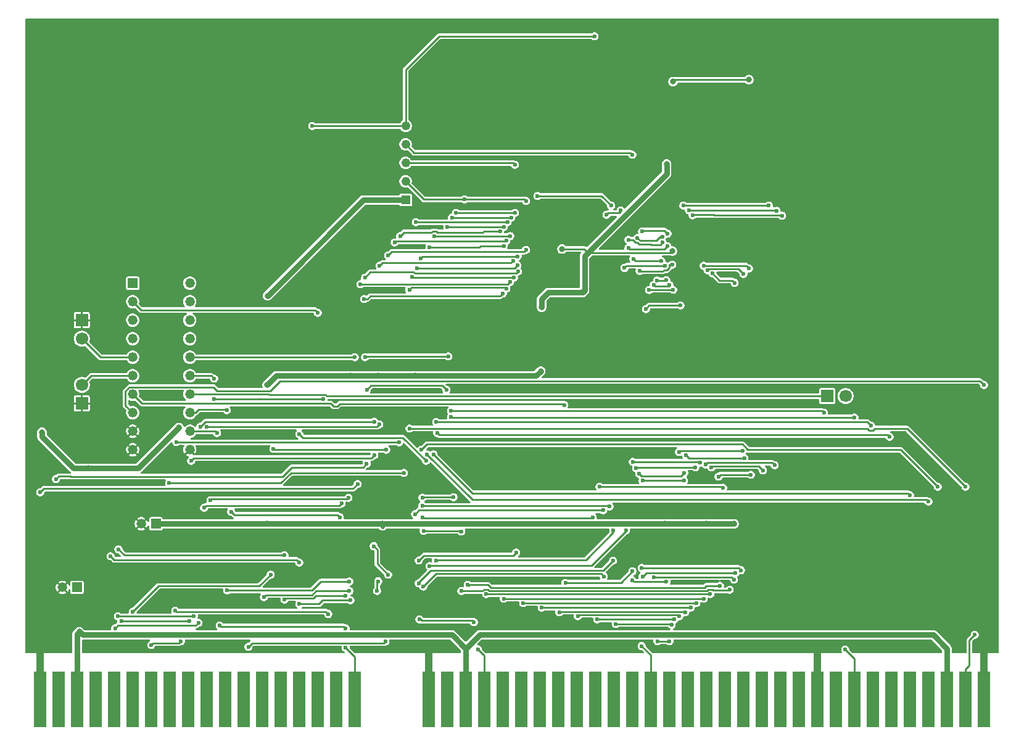
<source format=gbr>
%TF.GenerationSoftware,KiCad,Pcbnew,9.0.6*%
%TF.CreationDate,2026-01-11T16:41:17-07:00*%
%TF.ProjectId,PCRAMXpander,50435241-4d58-4706-916e-6465722e6b69,rev?*%
%TF.SameCoordinates,Original*%
%TF.FileFunction,Copper,L2,Bot*%
%TF.FilePolarity,Positive*%
%FSLAX46Y46*%
G04 Gerber Fmt 4.6, Leading zero omitted, Abs format (unit mm)*
G04 Created by KiCad (PCBNEW 9.0.6) date 2026-01-11 16:41:17*
%MOMM*%
%LPD*%
G01*
G04 APERTURE LIST*
%TA.AperFunction,ComponentPad*%
%ADD10C,0.800000*%
%TD*%
%TA.AperFunction,ComponentPad*%
%ADD11C,6.400000*%
%TD*%
%TA.AperFunction,ComponentPad*%
%ADD12R,1.320800X1.320800*%
%TD*%
%TA.AperFunction,ComponentPad*%
%ADD13C,1.320800*%
%TD*%
%TA.AperFunction,ConnectorPad*%
%ADD14R,1.780000X7.620000*%
%TD*%
%TA.AperFunction,ComponentPad*%
%ADD15R,1.700000X1.700000*%
%TD*%
%TA.AperFunction,ComponentPad*%
%ADD16C,1.700000*%
%TD*%
%TA.AperFunction,ComponentPad*%
%ADD17R,1.219200X1.219200*%
%TD*%
%TA.AperFunction,ComponentPad*%
%ADD18C,1.219200*%
%TD*%
%TA.AperFunction,ViaPad*%
%ADD19C,0.600000*%
%TD*%
%TA.AperFunction,ViaPad*%
%ADD20C,0.800000*%
%TD*%
%TA.AperFunction,Conductor*%
%ADD21C,0.250000*%
%TD*%
%TA.AperFunction,Conductor*%
%ADD22C,1.000000*%
%TD*%
%TA.AperFunction,Conductor*%
%ADD23C,0.800000*%
%TD*%
%TA.AperFunction,Conductor*%
%ADD24C,0.600000*%
%TD*%
G04 APERTURE END LIST*
D10*
%TO.P,H2,1,1*%
%TO.N,GND*%
X193419168Y-110917056D03*
X192716224Y-112614112D03*
X192716224Y-109220000D03*
X191019168Y-113317056D03*
D11*
X191019168Y-110917056D03*
D10*
X191019168Y-108517056D03*
X189322112Y-112614112D03*
X189322112Y-109220000D03*
X188619168Y-110917056D03*
%TD*%
%TO.P,H1,1,1*%
%TO.N,GND*%
X188527056Y-68838944D03*
X189230000Y-67141888D03*
X189230000Y-70536000D03*
X190927056Y-66438944D03*
D11*
X190927056Y-68838944D03*
D10*
X190927056Y-71238944D03*
X192624112Y-67141888D03*
X192624112Y-70536000D03*
X193327056Y-68838944D03*
%TD*%
D12*
%TO.P,C8,1*%
%TO.N,+3.3V*%
X81915000Y-124460000D03*
D13*
%TO.P,C8,2*%
%TO.N,GND*%
X79908400Y-124460000D03*
%TD*%
D14*
%TO.P,J1,1,GND*%
%TO.N,GND*%
X195580000Y-148590000D03*
%TO.P,J1,2,RESET*%
%TO.N,RESET*%
X193040000Y-148590000D03*
%TO.P,J1,3,+5V*%
%TO.N,+5V*%
X190500000Y-148590000D03*
%TO.P,J1,4,IRQ2*%
%TO.N,unconnected-(J1-IRQ2-Pad4)*%
X187960000Y-148590000D03*
%TO.P,J1,5,-5V*%
%TO.N,unconnected-(J1--5V-Pad5)*%
X185420000Y-148590000D03*
%TO.P,J1,6,DRQ2*%
%TO.N,unconnected-(J1-DRQ2-Pad6)*%
X182880000Y-148590000D03*
%TO.P,J1,7,-12V*%
%TO.N,unconnected-(J1--12V-Pad7)*%
X180340000Y-148590000D03*
%TO.P,J1,8,NOWS*%
%TO.N,Net-(J1-NOWS)*%
X177800000Y-148590000D03*
%TO.P,J1,9,+12V*%
%TO.N,unconnected-(J1-+12V-Pad9)*%
X175260000Y-148590000D03*
%TO.P,J1,10,GND*%
%TO.N,GND*%
X172720000Y-148590000D03*
%TO.P,J1,11,~{SMEMW}*%
%TO.N,unconnected-(J1-~{SMEMW}-Pad11)*%
X170180000Y-148590000D03*
%TO.P,J1,12,~{SMEMR}*%
%TO.N,unconnected-(J1-~{SMEMR}-Pad12)*%
X167640000Y-148590000D03*
%TO.P,J1,13,~{IOW}*%
%TO.N,unconnected-(J1-~{IOW}-Pad13)*%
X165100000Y-148590000D03*
%TO.P,J1,14,~{IOR}*%
%TO.N,unconnected-(J1-~{IOR}-Pad14)*%
X162560000Y-148590000D03*
%TO.P,J1,15,~{DACK3}*%
%TO.N,unconnected-(J1-~{DACK3}-Pad15)*%
X160020000Y-148590000D03*
%TO.P,J1,16,DRQ3*%
%TO.N,unconnected-(J1-DRQ3-Pad16)*%
X157480000Y-148590000D03*
%TO.P,J1,17,~{DACK1}*%
%TO.N,unconnected-(J1-~{DACK1}-Pad17)*%
X154940000Y-148590000D03*
%TO.P,J1,18,DRQ1*%
%TO.N,unconnected-(J1-DRQ1-Pad18)*%
X152400000Y-148590000D03*
%TO.P,J1,19,~{REFRESH}*%
%TO.N,REFRESH*%
X149860000Y-148590000D03*
%TO.P,J1,20,CLK*%
%TO.N,unconnected-(J1-CLK-Pad20)*%
X147320000Y-148590000D03*
%TO.P,J1,21,IRQ7*%
%TO.N,unconnected-(J1-IRQ7-Pad21)*%
X144780000Y-148590000D03*
%TO.P,J1,22,IRQ6*%
%TO.N,unconnected-(J1-IRQ6-Pad22)*%
X142240000Y-148590000D03*
%TO.P,J1,23,IRQ5*%
%TO.N,unconnected-(J1-IRQ5-Pad23)*%
X139700000Y-148590000D03*
%TO.P,J1,24,IRQ4*%
%TO.N,unconnected-(J1-IRQ4-Pad24)*%
X137160000Y-148590000D03*
%TO.P,J1,25,IRQ3*%
%TO.N,unconnected-(J1-IRQ3-Pad25)*%
X134620000Y-148590000D03*
%TO.P,J1,26,~{DACK2}*%
%TO.N,unconnected-(J1-~{DACK2}-Pad26)*%
X132080000Y-148590000D03*
%TO.P,J1,27,TC*%
%TO.N,unconnected-(J1-TC-Pad27)*%
X129540000Y-148590000D03*
%TO.P,J1,28,ALE*%
%TO.N,ALE*%
X127000000Y-148590000D03*
%TO.P,J1,29,VCC*%
%TO.N,+5V*%
X124460000Y-148590000D03*
%TO.P,J1,30,OSC*%
%TO.N,unconnected-(J1-OSC-Pad30)*%
X121920000Y-148590000D03*
%TO.P,J1,31,GND*%
%TO.N,GND*%
X119380000Y-148590000D03*
%TO.P,J1,63,~{MEMCS16}*%
%TO.N,MEMCS16*%
X109220000Y-148590000D03*
%TO.P,J1,64,~{IOCS16}*%
%TO.N,unconnected-(J1-~{IOCS16}-Pad64)*%
X106680000Y-148590000D03*
%TO.P,J1,65,IRQ10*%
%TO.N,unconnected-(J1-IRQ10-Pad65)*%
X104140000Y-148590000D03*
%TO.P,J1,66,IRQ11*%
%TO.N,unconnected-(J1-IRQ11-Pad66)*%
X101600000Y-148590000D03*
%TO.P,J1,67,IRQ12*%
%TO.N,unconnected-(J1-IRQ12-Pad67)*%
X99060000Y-148590000D03*
%TO.P,J1,68,IRQ15*%
%TO.N,unconnected-(J1-IRQ15-Pad68)*%
X96520000Y-148590000D03*
%TO.P,J1,69,IRQ14*%
%TO.N,unconnected-(J1-IRQ14-Pad69)*%
X93980000Y-148590000D03*
%TO.P,J1,70,~{DACK0}*%
%TO.N,unconnected-(J1-~{DACK0}-Pad70)*%
X91440000Y-148590000D03*
%TO.P,J1,71,DRQ0*%
%TO.N,unconnected-(J1-DRQ0-Pad71)*%
X88900000Y-148590000D03*
%TO.P,J1,72,~{DACK5}*%
%TO.N,unconnected-(J1-~{DACK5}-Pad72)*%
X86360000Y-148590000D03*
%TO.P,J1,73,DRQ5*%
%TO.N,unconnected-(J1-DRQ5-Pad73)*%
X83820000Y-148590000D03*
%TO.P,J1,74,~{DACK6}*%
%TO.N,unconnected-(J1-~{DACK6}-Pad74)*%
X81280000Y-148590000D03*
%TO.P,J1,75,DRQ6*%
%TO.N,unconnected-(J1-DRQ6-Pad75)*%
X78740000Y-148590000D03*
%TO.P,J1,76,~{DACK7}*%
%TO.N,unconnected-(J1-~{DACK7}-Pad76)*%
X76200000Y-148590000D03*
%TO.P,J1,77,DRQ7*%
%TO.N,unconnected-(J1-DRQ7-Pad77)*%
X73660000Y-148590000D03*
%TO.P,J1,78,+5V*%
%TO.N,+5V*%
X71120000Y-148590000D03*
%TO.P,J1,79,MASTER*%
%TO.N,unconnected-(J1-MASTER-Pad79)*%
X68580000Y-148590000D03*
%TO.P,J1,80,GND*%
%TO.N,GND*%
X66040000Y-148590000D03*
%TD*%
D12*
%TO.P,C9,1*%
%TO.N,+5V*%
X71094600Y-133197600D03*
D13*
%TO.P,C9,2*%
%TO.N,GND*%
X69088000Y-133197600D03*
%TD*%
D15*
%TO.P,JP2,1,A*%
%TO.N,GND*%
X71755000Y-107950000D03*
D16*
%TO.P,JP2,2,B*%
%TO.N,Net-(JP2-B)*%
X71755000Y-105410000D03*
%TD*%
D15*
%TO.P,JP3,1,A*%
%TO.N,Net-(JP3-A)*%
X174040800Y-106934000D03*
D16*
%TO.P,JP3,2,B*%
%TO.N,Net-(J1-NOWS)*%
X176580800Y-106934000D03*
%TD*%
D15*
%TO.P,JP1,1,A*%
%TO.N,GND*%
X71755000Y-96520000D03*
D16*
%TO.P,JP1,2,B*%
%TO.N,Net-(JP1-B)*%
X71755000Y-99060000D03*
%TD*%
D17*
%TO.P,R3,1*%
%TO.N,+3.3V*%
X116205000Y-80010000D03*
D18*
%TO.P,R3,2*%
%TO.N,C2E*%
X116205000Y-77470000D03*
%TO.P,R3,3*%
%TO.N,OE*%
X116205000Y-74930000D03*
%TO.P,R3,4*%
%TO.N,WE*%
X116205000Y-72390000D03*
%TO.P,R3,5*%
%TO.N,C1E*%
X116205000Y-69850000D03*
%TD*%
D12*
%TO.P,U1,1,I/CLK*%
%TO.N,LA23*%
X78740000Y-91440000D03*
D13*
%TO.P,U1,2,I1*%
%TO.N,LA22*%
X78740000Y-93980000D03*
%TO.P,U1,3,I2*%
%TO.N,LA21*%
X78740000Y-96520000D03*
%TO.P,U1,4,I3*%
%TO.N,LA20*%
X78740000Y-99060000D03*
%TO.P,U1,5,I4*%
%TO.N,Net-(JP1-B)*%
X78740000Y-101600000D03*
%TO.P,U1,6,I5*%
%TO.N,Net-(JP2-B)*%
X78740000Y-104140000D03*
%TO.P,U1,7,I6*%
%TO.N,REFRESH*%
X78740000Y-106680000D03*
%TO.P,U1,8,I7*%
%TO.N,RESET*%
X78740000Y-109220000D03*
%TO.P,U1,9,I8*%
%TO.N,GND*%
X78740000Y-111760000D03*
%TO.P,U1,10,GND*%
X78740000Y-114300000D03*
%TO.P,U1,11,I9/OE*%
X86582001Y-114300000D03*
%TO.P,U1,12,I/O*%
%TO.N,MEMCS16*%
X86582001Y-111760000D03*
%TO.P,U1,13,I/O*%
%TO.N,CS_LO*%
X86582001Y-109220000D03*
%TO.P,U1,14,I/O*%
%TO.N,Net-(JP3-A)*%
X86582001Y-106680000D03*
%TO.P,U1,15,I/O*%
%TO.N,CS_HI*%
X86582001Y-104140000D03*
%TO.P,U1,16,I/O*%
%TO.N,TRANS_EN*%
X86582001Y-101600000D03*
%TO.P,U1,17,I/O*%
%TO.N,unconnected-(U1-I{slash}O-Pad17)*%
X86582001Y-99060000D03*
%TO.P,U1,18,I/O*%
%TO.N,unconnected-(U1-I{slash}O-Pad18)*%
X86582001Y-96520000D03*
%TO.P,U1,19,I/O*%
%TO.N,unconnected-(U1-I{slash}O-Pad19)*%
X86582001Y-93980000D03*
%TO.P,U1,20,VCC*%
%TO.N,+5V*%
X86582001Y-91440000D03*
%TD*%
D19*
%TO.N,GND*%
X117475000Y-118491000D03*
X147955000Y-71120000D03*
X106426000Y-89408000D03*
X106934000Y-76200000D03*
X127000000Y-63627000D03*
X181356000Y-107696000D03*
X186309000Y-107696000D03*
%TO.N,RESET*%
X194310000Y-139700000D03*
X195580000Y-105410000D03*
%TO.N,Net-(J1-DB6)*%
X189230000Y-119380000D03*
%TO.N,MEMW*%
X88529000Y-122275600D03*
X107416600Y-121681400D03*
%TO.N,Net-(J1-D13)*%
X76708000Y-137160000D03*
X88011000Y-111135000D03*
X111879066Y-110439472D03*
X87122000Y-137150000D03*
%TO.N,BA13*%
X152400000Y-140600000D03*
X150759000Y-140600000D03*
%TO.N,LA19*%
X108483400Y-133695800D03*
X96748600Y-134518400D03*
%TO.N,Net-(J1-DB6)*%
X118364000Y-114300000D03*
%TO.N,BA01*%
X123835000Y-133705600D03*
X160665000Y-133502400D03*
%TO.N,BA11*%
X152009000Y-132432000D03*
X147320000Y-132207000D03*
%TO.N,Net-(J1-D12)*%
X112588058Y-110810058D03*
X76327000Y-138800000D03*
X88894883Y-111135001D03*
X87757000Y-138049000D03*
%TO.N,BA10*%
X145034000Y-138226000D03*
X152715656Y-138319305D03*
%TO.N,Net-(J1-D11)*%
X111887000Y-115062000D03*
X86751000Y-115824000D03*
X86487000Y-137785000D03*
X77187627Y-137800283D03*
%TO.N,ALE*%
X126136400Y-141706600D03*
X125577600Y-137972800D03*
X118084600Y-137591800D03*
%TO.N,MEMR*%
X89408000Y-121259600D03*
X108356400Y-120904000D03*
%TO.N,GND*%
X74041000Y-129032000D03*
X79857600Y-141478000D03*
X196977000Y-97158000D03*
X118135400Y-141173200D03*
X80070000Y-56007000D03*
X159258000Y-141097000D03*
X94132400Y-126822200D03*
X125628400Y-136042400D03*
X155600400Y-132562600D03*
X133350000Y-141097000D03*
X114935000Y-96901000D03*
X196977000Y-101158000D03*
X149225000Y-126365000D03*
X158750000Y-126238000D03*
X155070000Y-56007000D03*
X137033000Y-128778000D03*
X121031000Y-109728000D03*
X132842000Y-92837000D03*
X64897000Y-85533000D03*
X140070000Y-56007000D03*
X161798000Y-118999000D03*
X197070000Y-56007000D03*
X157353000Y-112903000D03*
X196977000Y-69158000D03*
X113070000Y-56007000D03*
X82296000Y-91567000D03*
X158070000Y-56007000D03*
X127965200Y-106299000D03*
X64897000Y-125533000D03*
X116070000Y-56007000D03*
X194462400Y-141071600D03*
X146070000Y-56007000D03*
X79984600Y-120980200D03*
X147193000Y-67945000D03*
X71628000Y-102108000D03*
X64897000Y-73533000D03*
X91694000Y-98196400D03*
X196977000Y-137158000D03*
X137033000Y-117221000D03*
X188070000Y-56007000D03*
X64897000Y-77533000D03*
X112014000Y-102235000D03*
X173070000Y-56007000D03*
X93599000Y-112268000D03*
X64897000Y-137533000D03*
X86106000Y-121412000D03*
X196977000Y-105158000D03*
X191070000Y-56007000D03*
X125070000Y-56007000D03*
X117856000Y-98044000D03*
X82804000Y-141605000D03*
X107070000Y-56007000D03*
X135077200Y-77724000D03*
X100736400Y-126923800D03*
X64897000Y-60192000D03*
X98070000Y-56007000D03*
X164719000Y-84201000D03*
X186563000Y-141097000D03*
X128070000Y-56007000D03*
X143070000Y-56007000D03*
X127177800Y-116713000D03*
X68070000Y-56007000D03*
X196977000Y-125158000D03*
X127457200Y-97967800D03*
X154127200Y-138455400D03*
X77393800Y-124536200D03*
X85064600Y-83820000D03*
X93599000Y-114427000D03*
X118059200Y-127508000D03*
X170180000Y-141097000D03*
X64897000Y-69533000D03*
X132588000Y-81915000D03*
X196977000Y-141158000D03*
X101070000Y-56007000D03*
X182070000Y-56007000D03*
X170070000Y-56007000D03*
X196977000Y-109158000D03*
X89535000Y-134747000D03*
X143510000Y-141097000D03*
X164719000Y-72771000D03*
X163195000Y-141097000D03*
X111887000Y-109474000D03*
X120523000Y-102362000D03*
X86070000Y-56007000D03*
X114808000Y-111506000D03*
X176070000Y-56007000D03*
X81076800Y-106654600D03*
X104070000Y-56007000D03*
X152857200Y-132486400D03*
X71501000Y-113080800D03*
X64897000Y-97533000D03*
X152070000Y-56007000D03*
X64897000Y-113533000D03*
X196977000Y-133158000D03*
X162052000Y-129413000D03*
X75057000Y-141605000D03*
X64897000Y-101533000D03*
X191770000Y-141097000D03*
X194070000Y-56007000D03*
X70307200Y-131800600D03*
X193903600Y-135890000D03*
X106400600Y-126593600D03*
X121158000Y-97663000D03*
X161070000Y-56007000D03*
X184150000Y-141097000D03*
X106426000Y-100076000D03*
X153644600Y-140970000D03*
X149070000Y-56007000D03*
X187579000Y-115824000D03*
X138938000Y-96774000D03*
X137033000Y-126365000D03*
X167070000Y-56007000D03*
X120523000Y-106172000D03*
X107721400Y-129692400D03*
X64897000Y-141533000D03*
X159258000Y-93980000D03*
X137070000Y-56007000D03*
X114503200Y-127482600D03*
X89070000Y-56007000D03*
X159842200Y-137845800D03*
X196977000Y-85158000D03*
X92070000Y-56007000D03*
X150114000Y-112903000D03*
X174244000Y-141097000D03*
X116078000Y-106172000D03*
X179070000Y-141097000D03*
X74070000Y-56007000D03*
X71070000Y-56007000D03*
X64897000Y-89533000D03*
X166497000Y-141097000D03*
X196977000Y-77158000D03*
X114706400Y-141427200D03*
X196977000Y-65158000D03*
X149682200Y-140868400D03*
X64897000Y-81533000D03*
X119070000Y-56007000D03*
X69088000Y-134645400D03*
X64897000Y-109533000D03*
X87630000Y-141605000D03*
X64897000Y-133533000D03*
X84937600Y-141605000D03*
X85979000Y-117094000D03*
X164070000Y-56007000D03*
X196977000Y-117158000D03*
X159461200Y-134772400D03*
X134070000Y-56007000D03*
X196977000Y-93158000D03*
X196977000Y-89158000D03*
X153797000Y-100584000D03*
X64897000Y-121533000D03*
X179070000Y-56007000D03*
X149225000Y-123190000D03*
X196977000Y-73158000D03*
X64897000Y-117533000D03*
X64897000Y-105537000D03*
X64897000Y-93533000D03*
X64897000Y-129533000D03*
X138430000Y-141097000D03*
X196977000Y-129158000D03*
X131070000Y-56007000D03*
X141554200Y-58470800D03*
X196977000Y-121158000D03*
X110070000Y-56007000D03*
X185070000Y-56007000D03*
X144729200Y-71018400D03*
X196977000Y-81158000D03*
X196977000Y-113158000D03*
X111760000Y-97917000D03*
X95070000Y-56007000D03*
X77070000Y-56007000D03*
X152781000Y-126746000D03*
X98171000Y-135382000D03*
X88925400Y-114020600D03*
X65070000Y-56007000D03*
X115062000Y-102235000D03*
X107797600Y-136626600D03*
X122070000Y-56007000D03*
X83070000Y-56007000D03*
X112141000Y-106172000D03*
X111302800Y-130429000D03*
X196977000Y-59817000D03*
X147447000Y-58801000D03*
X69138800Y-138404600D03*
X117856000Y-109728000D03*
X141986000Y-90398600D03*
X64897000Y-65533000D03*
X93218000Y-134874000D03*
X158750000Y-123063000D03*
%TO.N,LA18*%
X113411000Y-140639800D03*
X94615000Y-141351000D03*
%TO.N,Net-(J1-D10)*%
X78740000Y-136535000D03*
X97663000Y-131435000D03*
X113538000Y-114300000D03*
X98055000Y-114173000D03*
%TO.N,Net-(J1-DB5)*%
X187960000Y-121412000D03*
X119126000Y-114925000D03*
%TO.N,BA04*%
X129667000Y-134737000D03*
X157099000Y-134737000D03*
%TO.N,BA06*%
X134874000Y-135987000D03*
X155321000Y-135987000D03*
%TO.N,Net-(J1-D9)*%
X81280000Y-141097000D03*
X84734400Y-113258600D03*
X85344000Y-140600000D03*
X115316000Y-113274000D03*
%TO.N,Net-(J1-D14)*%
X110861000Y-116215000D03*
X68199000Y-118313200D03*
%TO.N,Net-(J1-DB4)*%
X185420000Y-120523000D03*
X120009883Y-114924999D03*
%TO.N,BA00*%
X111810800Y-127533400D03*
X113795702Y-131445000D03*
%TO.N,LA21*%
X101600000Y-129794000D03*
X108641545Y-134970800D03*
X101625400Y-135483600D03*
X75692000Y-128905000D03*
%TO.N,BA09*%
X153067851Y-137601000D03*
X142494000Y-137601000D03*
%TO.N,BA14*%
X150291800Y-131807000D03*
X161274600Y-132105400D03*
%TO.N,BA02*%
X159334200Y-132969000D03*
X124714000Y-132832000D03*
%TO.N,BA15*%
X161488923Y-131181000D03*
X148717000Y-131699000D03*
%TO.N,Net-(J1-NOWS)*%
X176530000Y-141732000D03*
%TO.N,BA03*%
X158016996Y-134102000D03*
X127254000Y-134102000D03*
D20*
%TO.N,+5V*%
X71412100Y-139280900D03*
X85090000Y-111252000D03*
X66294000Y-111887000D03*
X72644000Y-116840000D03*
D19*
%TO.N,LA20*%
X99568000Y-134864000D03*
X99568000Y-128788000D03*
X107950000Y-134345800D03*
X76784200Y-127965200D03*
%TO.N,Net-(J1-D8)*%
X83739000Y-118872000D03*
X115951000Y-117475000D03*
%TO.N,BA16*%
X162229800Y-130835400D03*
X148615400Y-130530600D03*
%TO.N,REFRESH*%
X138125200Y-132585000D03*
X147345400Y-130987800D03*
X137972800Y-108153200D03*
X148615400Y-141249400D03*
%TO.N,LA17*%
X91719400Y-133613000D03*
X108483400Y-132395800D03*
%TO.N,BA08*%
X153768736Y-137150000D03*
X139827000Y-137150000D03*
%TO.N,Net-(J1-D15)*%
X109601000Y-118999000D03*
X66040000Y-120142000D03*
%TO.N,Net-(J1-DB2)*%
X120396000Y-110490000D03*
X180086000Y-110998000D03*
%TO.N,Net-(J1-DB3)*%
X182631000Y-112517000D03*
X120523000Y-112004000D03*
%TO.N,Net-(J1-DB7)*%
X116723000Y-111379000D03*
X193040000Y-119380000D03*
%TO.N,LA23*%
X105595500Y-136847500D03*
X84582000Y-136398000D03*
%TO.N,LA22*%
X104140000Y-95504000D03*
%TO.N,BA07*%
X137287000Y-136612000D03*
X154559000Y-136612000D03*
%TO.N,SBHE*%
X112445800Y-132359400D03*
X112293400Y-133670800D03*
%TO.N,BA05*%
X132334000Y-135362000D03*
X156083000Y-135362000D03*
%TO.N,Net-(J1-DB0)*%
X122438000Y-108966000D03*
X173609000Y-109220000D03*
%TO.N,Net-(J1-DB1)*%
X177800000Y-109855000D03*
X122427502Y-109765934D03*
%TO.N,OE*%
X118492000Y-120878600D03*
X123136500Y-81788000D03*
X131191000Y-81788000D03*
X122047000Y-101473000D03*
X122783600Y-120802400D03*
X110617000Y-101600000D03*
X131191000Y-75174000D03*
%TO.N,C1E*%
X101600000Y-112141000D03*
X103378000Y-69850000D03*
X118999000Y-115824000D03*
X142113000Y-57531000D03*
%TO.N,C2E*%
X118668800Y-125450600D03*
X124282200Y-79933800D03*
X123850400Y-125501400D03*
X132715000Y-80137000D03*
%TO.N,WE*%
X144195800Y-122072400D03*
X147320000Y-73787000D03*
X147447880Y-88139426D03*
X118492000Y-121980800D03*
X151290991Y-88392547D03*
%TO.N,TRANS_EN*%
X110871000Y-106055000D03*
X109220000Y-101600000D03*
X121793000Y-106055000D03*
%TO.N,MEMCS16*%
X90297000Y-112014000D03*
X107950000Y-141478000D03*
X107950000Y-138800000D03*
X90678000Y-138430000D03*
%TO.N,UB*%
X152104025Y-86370000D03*
X117500400Y-123139200D03*
X146768000Y-86624000D03*
X143306800Y-122605800D03*
%TO.N,LB*%
X151479523Y-85870001D03*
X141870000Y-123560000D03*
X118492000Y-123560000D03*
X146768000Y-85471000D03*
%TO.N,A20*%
X151765000Y-89037000D03*
X146241653Y-89345653D03*
X120345200Y-129550000D03*
X144729000Y-125360000D03*
%TO.N,D9*%
X115443000Y-84963000D03*
X129159000Y-84328000D03*
%TO.N,CS_HI*%
X104927400Y-107330298D03*
X89916000Y-104521000D03*
X89916000Y-107305000D03*
%TO.N,CS_LO*%
X91643200Y-108864400D03*
X92252800Y-122809000D03*
X107178000Y-123560000D03*
%TO.N,D4*%
X118237000Y-88011000D03*
X131572000Y-87738000D03*
%TO.N,D2*%
X120142000Y-84953000D03*
X130555748Y-84953000D03*
%TO.N,D5*%
X117729000Y-89408000D03*
X131555418Y-88988000D03*
%TO.N,D7*%
X130013318Y-92192000D03*
X116707000Y-92329000D03*
%TO.N,D0*%
X122575000Y-82414000D03*
X130683000Y-82413000D03*
%TO.N,D6*%
X117094000Y-90551000D03*
X131071411Y-90662702D03*
%TO.N,D10*%
X130012460Y-85578000D03*
X114681000Y-85852000D03*
%TO.N,D13*%
X110617000Y-90678000D03*
X131609663Y-89817640D03*
%TO.N,D1*%
X121950000Y-83693000D03*
X129667000Y-83693000D03*
%TO.N,D15*%
X129540000Y-92837000D03*
X110490000Y-93599000D03*
%TO.N,D12*%
X112625772Y-89027000D03*
X130943459Y-88363000D03*
%TO.N,D14*%
X130514192Y-91287702D03*
X109982000Y-91567000D03*
%TO.N,D3*%
X119457000Y-86487000D03*
X129667000Y-86300605D03*
%TO.N,D8*%
X130175000Y-83058000D03*
X117602000Y-83058000D03*
%TO.N,D11*%
X132711000Y-86870002D03*
X113792000Y-87630000D03*
%TO.N,A13*%
X152427998Y-91688998D03*
X150241000Y-91704000D03*
%TO.N,A0*%
X144399000Y-80772000D03*
X142815000Y-119380000D03*
X134296150Y-79451200D03*
X159766000Y-119507000D03*
%TO.N,A4*%
X156597813Y-116068000D03*
X147373500Y-115951000D03*
%TO.N,A15*%
X149177500Y-94996000D03*
X153924000Y-94488000D03*
%TO.N,A12*%
X150702000Y-91050180D03*
X151992115Y-91018170D03*
%TO.N,A9*%
X153720477Y-114600999D03*
X157642520Y-89652000D03*
X162433000Y-114427000D03*
X162563004Y-90173011D03*
%TO.N,A8*%
X154686000Y-115062000D03*
X162687000Y-115443000D03*
X163322000Y-89414016D03*
X157105857Y-89035937D03*
%TO.N,A7*%
X154402418Y-118531997D03*
X148726500Y-118531997D03*
%TO.N,A3*%
X167884000Y-82165218D03*
X166851596Y-116432601D03*
X157353000Y-116332000D03*
X155575000Y-82120001D03*
%TO.N,A10*%
X161356508Y-91379508D03*
X158312593Y-90103000D03*
%TO.N,A14*%
X149628500Y-92364117D03*
X152908000Y-92329000D03*
%TO.N,A5*%
X155976700Y-116704911D03*
X147824500Y-116854396D03*
%TO.N,A6*%
X148275500Y-117602000D03*
X154432000Y-117475000D03*
%TO.N,A1*%
X154305000Y-80772000D03*
X166048850Y-80772000D03*
X163576000Y-117729000D03*
X159131000Y-117983000D03*
%TO.N,A2*%
X167122000Y-81487000D03*
X155096292Y-81413141D03*
X158173683Y-116703000D03*
X165224442Y-117125932D03*
%TO.N,A17*%
X117983000Y-132633684D03*
X144653000Y-129540000D03*
X148644000Y-84331782D03*
X152146000Y-84620001D03*
%TO.N,A16*%
X131368800Y-128397000D03*
X145726150Y-81464150D03*
X118008400Y-129514600D03*
X143774000Y-82042000D03*
%TO.N,A19*%
X119498418Y-130276083D03*
X146431000Y-125360000D03*
X152798442Y-88887442D03*
X148308284Y-89761284D03*
%TO.N,A18*%
X118645694Y-133081836D03*
X148019000Y-85217000D03*
X143393283Y-131683601D03*
X151482979Y-85067669D03*
D20*
%TO.N,+3.3V*%
X97155000Y-124460000D03*
X97256600Y-93167200D03*
X134747000Y-103505000D03*
X134874000Y-94742000D03*
X137668000Y-86741000D03*
X112395000Y-104140000D03*
X97155000Y-105410000D03*
X157480000Y-124460000D03*
D19*
X140499442Y-92542200D03*
D20*
X163322000Y-63474999D03*
X108585000Y-104140000D03*
X161290000Y-124460000D03*
X151765000Y-124460000D03*
X152019000Y-75057000D03*
X152908000Y-63754000D03*
X152806053Y-87020001D03*
X113030000Y-124460000D03*
X117475000Y-104140000D03*
%TD*%
D21*
%TO.N,RESET*%
X78740000Y-109220000D02*
X77753600Y-108233600D01*
X98958810Y-104866000D02*
X195036000Y-104866000D01*
X77753600Y-108233600D02*
X77753600Y-106271419D01*
X97595810Y-106229000D02*
X98958810Y-104866000D01*
X77753600Y-106271419D02*
X78331419Y-105693600D01*
X78331419Y-105693600D02*
X89827708Y-105693600D01*
X90363108Y-106229000D02*
X97595810Y-106229000D01*
X89827708Y-105693600D02*
X90363108Y-106229000D01*
X195036000Y-104866000D02*
X195580000Y-105410000D01*
%TO.N,Net-(J1-DB7)*%
X180345298Y-111624000D02*
X179826702Y-111624000D01*
X185039000Y-111379000D02*
X180590298Y-111379000D01*
X179581702Y-111379000D02*
X116723000Y-111379000D01*
X180590298Y-111379000D02*
X180345298Y-111624000D01*
X193040000Y-119380000D02*
X185039000Y-111379000D01*
X179826702Y-111624000D02*
X179581702Y-111379000D01*
%TO.N,Net-(J1-DB6)*%
X163059000Y-114300000D02*
X163059000Y-114167702D01*
X162429298Y-113538000D02*
X119126000Y-113538000D01*
X189230000Y-119380000D02*
X184150000Y-114300000D01*
X184150000Y-114300000D02*
X163059000Y-114300000D01*
X163059000Y-114167702D02*
X162429298Y-113538000D01*
X119126000Y-113538000D02*
X118364000Y-114300000D01*
%TO.N,MEMW*%
X88529000Y-122275600D02*
X88833800Y-121970800D01*
X88833800Y-121970800D02*
X107127200Y-121970800D01*
X107127200Y-121970800D02*
X107416600Y-121681400D01*
%TO.N,Net-(J1-D13)*%
X87112000Y-137160000D02*
X87122000Y-137150000D01*
X88011000Y-111135000D02*
X88681400Y-110464600D01*
X88681400Y-110464600D02*
X111853938Y-110464600D01*
X87065000Y-137160000D02*
X87112000Y-137160000D01*
X111853938Y-110464600D02*
X111879066Y-110439472D01*
X76708000Y-137160000D02*
X87065000Y-137160000D01*
%TO.N,BA13*%
X152400000Y-140600000D02*
X150759000Y-140600000D01*
%TO.N,LA19*%
X108467800Y-133680200D02*
X103904809Y-133680200D01*
X97028000Y-134239000D02*
X96748600Y-134518400D01*
X103346009Y-134239000D02*
X97028000Y-134239000D01*
X103904809Y-133680200D02*
X103346009Y-134239000D01*
X108483400Y-133695800D02*
X108467800Y-133680200D01*
%TO.N,BA01*%
X126994702Y-133476000D02*
X127513298Y-133476000D01*
X157572698Y-133661000D02*
X157757698Y-133476000D01*
X127513298Y-133476000D02*
X127698298Y-133661000D01*
X126765102Y-133705600D02*
X126994702Y-133476000D01*
X158276294Y-133476000D02*
X158395294Y-133595000D01*
X158395294Y-133595000D02*
X160572400Y-133595000D01*
X160572400Y-133595000D02*
X160665000Y-133502400D01*
X157757698Y-133476000D02*
X158276294Y-133476000D01*
X123835000Y-133705600D02*
X126765102Y-133705600D01*
X127698298Y-133661000D02*
X157572698Y-133661000D01*
%TO.N,BA11*%
X147545000Y-132432000D02*
X147320000Y-132207000D01*
X152009000Y-132432000D02*
X147545000Y-132432000D01*
%TO.N,Net-(J1-D12)*%
X112588058Y-110810058D02*
X112263115Y-111135001D01*
X112263115Y-111135001D02*
X88894883Y-111135001D01*
X76697000Y-138430000D02*
X87376000Y-138430000D01*
X87376000Y-138430000D02*
X87757000Y-138049000D01*
X76327000Y-138800000D02*
X76697000Y-138430000D01*
%TO.N,BA10*%
X145034000Y-138226000D02*
X152622351Y-138226000D01*
X152622351Y-138226000D02*
X152715656Y-138319305D01*
%TO.N,Net-(J1-D11)*%
X85090000Y-137785000D02*
X85074717Y-137800283D01*
X85074717Y-137800283D02*
X77187627Y-137800283D01*
X111500970Y-115448030D02*
X87126970Y-115448030D01*
X86487000Y-137785000D02*
X85090000Y-137785000D01*
X111887000Y-115062000D02*
X111500970Y-115448030D01*
X87126970Y-115448030D02*
X86751000Y-115824000D01*
%TO.N,ALE*%
X127000000Y-148590000D02*
X127000000Y-142570200D01*
X125577600Y-137972800D02*
X125374400Y-137769600D01*
X125374400Y-137769600D02*
X118414800Y-137769600D01*
X127000000Y-142570200D02*
X126136400Y-141706600D01*
X118414800Y-137769600D02*
X118237000Y-137591800D01*
X118237000Y-137591800D02*
X118084600Y-137591800D01*
%TO.N,MEMR*%
X89611200Y-121056400D02*
X108204000Y-121056400D01*
X108204000Y-121056400D02*
X108356400Y-120904000D01*
X89408000Y-121259600D02*
X89611200Y-121056400D01*
D22*
%TO.N,GND*%
X119380000Y-148590000D02*
X119380000Y-141605000D01*
X66040000Y-148590000D02*
X66040000Y-141605000D01*
X172720000Y-148590000D02*
X172720000Y-141605000D01*
X195580000Y-148590000D02*
X195580000Y-141605000D01*
D21*
%TO.N,LA18*%
X113207800Y-140843000D02*
X95123000Y-140843000D01*
X113411000Y-140639800D02*
X113207800Y-140843000D01*
X95123000Y-140843000D02*
X94615000Y-141351000D01*
%TO.N,Net-(J1-D10)*%
X78740000Y-136535000D02*
X82287000Y-132988000D01*
X82287000Y-132988000D02*
X96110000Y-132988000D01*
X113538000Y-114300000D02*
X98182000Y-114300000D01*
X96110000Y-132988000D02*
X97663000Y-131435000D01*
X98182000Y-114300000D02*
X98055000Y-114173000D01*
%TO.N,Net-(J1-DB5)*%
X125359000Y-121158000D02*
X119126000Y-114925000D01*
X187706000Y-121158000D02*
X125359000Y-121158000D01*
X187960000Y-121412000D02*
X187706000Y-121158000D01*
%TO.N,BA04*%
X129667000Y-134737000D02*
X157099000Y-134737000D01*
%TO.N,BA06*%
X134874000Y-135987000D02*
X155321000Y-135987000D01*
%TO.N,Net-(J1-D9)*%
X85101000Y-140843000D02*
X85344000Y-140600000D01*
X81534000Y-140843000D02*
X85101000Y-140843000D01*
X81280000Y-141097000D02*
X81534000Y-140843000D01*
X84734400Y-113258600D02*
X85699600Y-113258600D01*
X85699600Y-113258600D02*
X85715000Y-113274000D01*
X85715000Y-113274000D02*
X115316000Y-113274000D01*
%TO.N,Net-(J1-D14)*%
X110363000Y-116713000D02*
X110861000Y-116215000D01*
X68554600Y-117957600D02*
X70205600Y-117957600D01*
X68199000Y-118313200D02*
X68554600Y-117957600D01*
X70231000Y-117983000D02*
X99317702Y-117983000D01*
X99317702Y-117983000D02*
X100587702Y-116713000D01*
X70205600Y-117957600D02*
X70231000Y-117983000D01*
X100587702Y-116713000D02*
X110363000Y-116713000D01*
%TO.N,Net-(J1-DB4)*%
X185420000Y-120523000D02*
X185166000Y-120269000D01*
X125353884Y-120269000D02*
X120009883Y-114924999D01*
X185166000Y-120269000D02*
X125353884Y-120269000D01*
%TO.N,BA00*%
X112309800Y-129959098D02*
X112309800Y-128032400D01*
X113795702Y-131445000D02*
X112309800Y-129959098D01*
X112309800Y-128032400D02*
X111810800Y-127533400D01*
%TO.N,LA21*%
X104333200Y-135483600D02*
X101625400Y-135483600D01*
X104846000Y-134970800D02*
X104333200Y-135483600D01*
X75692000Y-128905000D02*
X76200000Y-129413000D01*
X76200000Y-129413000D02*
X101219000Y-129413000D01*
X101219000Y-129413000D02*
X101600000Y-129794000D01*
X108641545Y-134970800D02*
X104846000Y-134970800D01*
%TO.N,BA09*%
X142494000Y-137601000D02*
X153067851Y-137601000D01*
%TO.N,BA14*%
X152144302Y-131806000D02*
X150292800Y-131806000D01*
X152706498Y-131806000D02*
X152684698Y-131784200D01*
X150292800Y-131806000D02*
X150291800Y-131807000D01*
X152166102Y-131784200D02*
X152144302Y-131806000D01*
X152684698Y-131784200D02*
X152166102Y-131784200D01*
X160975200Y-131806000D02*
X152706498Y-131806000D01*
X161274600Y-132105400D02*
X160975200Y-131806000D01*
%TO.N,BA02*%
X157200600Y-133210000D02*
X127885108Y-133210000D01*
X124851000Y-132969000D02*
X124714000Y-132832000D01*
X127885108Y-133210000D02*
X127507108Y-132832000D01*
X157441600Y-132969000D02*
X157200600Y-133210000D01*
X127507108Y-132832000D02*
X124714000Y-132832000D01*
X159334200Y-132969000D02*
X157441600Y-132969000D01*
%TO.N,BA15*%
X149235000Y-131181000D02*
X148717000Y-131699000D01*
X161488923Y-131181000D02*
X149235000Y-131181000D01*
%TO.N,Net-(J1-NOWS)*%
X177800000Y-143002000D02*
X176530000Y-141732000D01*
X177800000Y-148590000D02*
X177800000Y-143002000D01*
%TO.N,BA03*%
X158016996Y-134102000D02*
X158006996Y-134112000D01*
X158006996Y-134112000D02*
X127264000Y-134112000D01*
X127264000Y-134112000D02*
X127254000Y-134102000D01*
D23*
%TO.N,+5V*%
X71412100Y-139280900D02*
X71831200Y-139700000D01*
X72644000Y-116840000D02*
X70612000Y-116840000D01*
X71120000Y-148590000D02*
X71120000Y-139573000D01*
X85090000Y-111252000D02*
X79502000Y-116840000D01*
X79502000Y-116840000D02*
X72644000Y-116840000D01*
X126365000Y-139700000D02*
X188595000Y-139700000D01*
X66294000Y-111887000D02*
X66294000Y-112522000D01*
X71831200Y-139700000D02*
X122555000Y-139700000D01*
X66294000Y-112522000D02*
X70612000Y-116840000D01*
X188595000Y-139700000D02*
X190500000Y-141605000D01*
X124460000Y-141605000D02*
X124460000Y-148590000D01*
X122555000Y-139700000D02*
X124460000Y-141605000D01*
X124460000Y-141605000D02*
X126365000Y-139700000D01*
X71120000Y-139573000D02*
X71412100Y-139280900D01*
D21*
%TO.N,LA20*%
X76784200Y-127965200D02*
X77597000Y-128778000D01*
X103532819Y-134690000D02*
X99742000Y-134690000D01*
X99742000Y-134690000D02*
X99568000Y-134864000D01*
X99558000Y-128778000D02*
X99568000Y-128788000D01*
X107929801Y-134365999D02*
X103856820Y-134365999D01*
X77597000Y-128778000D02*
X99558000Y-128778000D01*
X103856820Y-134365999D02*
X103532819Y-134690000D01*
X107950000Y-134345800D02*
X107929801Y-134365999D01*
%TO.N,Net-(J1-D8)*%
X99066512Y-118872000D02*
X83739000Y-118872000D01*
X100463512Y-117475000D02*
X99066512Y-118872000D01*
X115951000Y-117475000D02*
X100463512Y-117475000D01*
%TO.N,BA16*%
X161925000Y-130530600D02*
X162229800Y-130835400D01*
X148615400Y-130530600D02*
X161925000Y-130530600D01*
%TO.N,REFRESH*%
X105927000Y-107955298D02*
X80015298Y-107955298D01*
X149860000Y-148590000D02*
X149860000Y-142494000D01*
X106293702Y-108322000D02*
X105927000Y-107955298D01*
X149860000Y-142494000D02*
X148615400Y-141249400D01*
X145796000Y-132537200D02*
X147345400Y-130987800D01*
X137795000Y-107975400D02*
X107158898Y-107975400D01*
X138125200Y-132486400D02*
X138176000Y-132537200D01*
X138125200Y-132585000D02*
X138125200Y-132486400D01*
X80015298Y-107955298D02*
X78740000Y-106680000D01*
X107158898Y-107975400D02*
X106812298Y-108322000D01*
X137972800Y-108153200D02*
X137795000Y-107975400D01*
X138176000Y-132537200D02*
X145796000Y-132537200D01*
X106812298Y-108322000D02*
X106293702Y-108322000D01*
%TO.N,LA17*%
X104562399Y-132384800D02*
X103334199Y-133613000D01*
X108483400Y-132395800D02*
X108472400Y-132384800D01*
X103334199Y-133613000D02*
X91719400Y-133613000D01*
X108472400Y-132384800D02*
X104562399Y-132384800D01*
%TO.N,BA08*%
X140001000Y-136976000D02*
X153594736Y-136976000D01*
X153594736Y-136976000D02*
X153768736Y-137150000D01*
X139827000Y-137150000D02*
X140001000Y-136976000D01*
%TO.N,Net-(J1-D15)*%
X66548000Y-119634000D02*
X66040000Y-120142000D01*
X108966000Y-119634000D02*
X66548000Y-119634000D01*
X109601000Y-118999000D02*
X108966000Y-119634000D01*
%TO.N,Net-(J1-DB2)*%
X178420702Y-110490000D02*
X178426000Y-110495298D01*
X179578000Y-110490000D02*
X180086000Y-110998000D01*
X178426000Y-110495298D02*
X178426000Y-110490000D01*
X177174000Y-110490000D02*
X177174000Y-110495298D01*
X178426000Y-110490000D02*
X179578000Y-110490000D01*
X177179298Y-110490000D02*
X178420702Y-110490000D01*
X177174000Y-110495298D02*
X177179298Y-110490000D01*
X120396000Y-110490000D02*
X177174000Y-110490000D01*
%TO.N,Net-(J1-DB3)*%
X182382000Y-112268000D02*
X182631000Y-112517000D01*
X120523000Y-112004000D02*
X120787000Y-112268000D01*
X120787000Y-112268000D02*
X182382000Y-112268000D01*
%TO.N,LA23*%
X105273000Y-136525000D02*
X105595500Y-136847500D01*
X84709000Y-136525000D02*
X105273000Y-136525000D01*
X84582000Y-136398000D02*
X84709000Y-136525000D01*
%TO.N,LA22*%
X79883000Y-95123000D02*
X78740000Y-93980000D01*
X103759000Y-95123000D02*
X79883000Y-95123000D01*
X104140000Y-95504000D02*
X103759000Y-95123000D01*
%TO.N,BA07*%
X154472000Y-136525000D02*
X154559000Y-136612000D01*
X137287000Y-136612000D02*
X137374000Y-136525000D01*
X137374000Y-136525000D02*
X154472000Y-136525000D01*
%TO.N,SBHE*%
X112293400Y-132511800D02*
X112445800Y-132359400D01*
X112293400Y-133670800D02*
X112293400Y-132511800D01*
%TO.N,BA05*%
X132334000Y-135362000D02*
X156083000Y-135362000D01*
%TO.N,Net-(J1-DB0)*%
X173355000Y-108966000D02*
X173609000Y-109220000D01*
X122438000Y-108966000D02*
X173355000Y-108966000D01*
%TO.N,Net-(J1-DB1)*%
X177410000Y-109846000D02*
X122507568Y-109846000D01*
X177800000Y-109855000D02*
X177419000Y-109855000D01*
X122507568Y-109846000D02*
X122427502Y-109765934D01*
X177419000Y-109855000D02*
X177410000Y-109846000D01*
%TO.N,Net-(JP1-B)*%
X71755000Y-99060000D02*
X74295000Y-101600000D01*
X74295000Y-101600000D02*
X78740000Y-101600000D01*
%TO.N,Net-(JP2-B)*%
X71755000Y-105410000D02*
X73025000Y-104140000D01*
X73025000Y-104140000D02*
X78740000Y-104140000D01*
%TO.N,Net-(JP3-A)*%
X89656702Y-106679000D02*
X90175298Y-106679000D01*
X105416400Y-106934000D02*
X174040800Y-106934000D01*
X90176298Y-106680000D02*
X97409000Y-106680000D01*
X89655702Y-106680000D02*
X89656702Y-106679000D01*
X105186698Y-106704298D02*
X105416400Y-106934000D01*
X86582001Y-106680000D02*
X89655702Y-106680000D01*
X97409000Y-106680000D02*
X97433298Y-106704298D01*
X97433298Y-106704298D02*
X105186698Y-106704298D01*
X90175298Y-106679000D02*
X90176298Y-106680000D01*
%TO.N,OE*%
X118568200Y-120802400D02*
X118492000Y-120878600D01*
X123136500Y-81788000D02*
X131191000Y-81788000D01*
X110617000Y-101600000D02*
X110744000Y-101473000D01*
X131191000Y-75174000D02*
X130947000Y-74930000D01*
X122783600Y-120802400D02*
X118568200Y-120802400D01*
X130947000Y-74930000D02*
X116205000Y-74930000D01*
X110744000Y-101473000D02*
X122047000Y-101473000D01*
%TO.N,C1E*%
X116205000Y-62103000D02*
X120777000Y-57531000D01*
X115824000Y-112649000D02*
X102108000Y-112649000D01*
X118999000Y-115824000D02*
X115824000Y-112649000D01*
X116205000Y-69850000D02*
X116205000Y-62103000D01*
X120777000Y-57531000D02*
X142113000Y-57531000D01*
X103378000Y-69850000D02*
X116205000Y-69850000D01*
X102108000Y-112649000D02*
X101600000Y-112141000D01*
%TO.N,C2E*%
X119089237Y-125461963D02*
X119077874Y-125450600D01*
X123850400Y-125501400D02*
X123599941Y-125501400D01*
X132511800Y-79933800D02*
X132715000Y-80137000D01*
X123599941Y-125501400D02*
X123560504Y-125461963D01*
X119077874Y-125450600D02*
X118668800Y-125450600D01*
X123560504Y-125461963D02*
X119089237Y-125461963D01*
X118668800Y-79933800D02*
X132511800Y-79933800D01*
X116205000Y-77470000D02*
X118668800Y-79933800D01*
%TO.N,WE*%
X147066000Y-73533000D02*
X117348000Y-73533000D01*
X147447880Y-88139426D02*
X147701001Y-88392547D01*
X144195800Y-122072400D02*
X144104200Y-121980800D01*
X147320000Y-73787000D02*
X147066000Y-73533000D01*
X117348000Y-73533000D02*
X116205000Y-72390000D01*
X147701001Y-88392547D02*
X151290991Y-88392547D01*
X144104200Y-121980800D02*
X118492000Y-121980800D01*
%TO.N,TRANS_EN*%
X109220000Y-101600000D02*
X86582001Y-101600000D01*
X121793000Y-106055000D02*
X121218000Y-105480000D01*
X111446000Y-105480000D02*
X110871000Y-106055000D01*
X121218000Y-105480000D02*
X111446000Y-105480000D01*
%TO.N,MEMCS16*%
X90043000Y-111760000D02*
X90297000Y-112014000D01*
X90805000Y-138557000D02*
X90678000Y-138430000D01*
X86582001Y-111760000D02*
X90043000Y-111760000D01*
X109220000Y-142748000D02*
X107950000Y-141478000D01*
X109220000Y-148590000D02*
X109220000Y-142748000D01*
X107950000Y-138800000D02*
X107707000Y-138557000D01*
X107707000Y-138557000D02*
X90805000Y-138557000D01*
%TO.N,UB*%
X146939407Y-86795407D02*
X151678618Y-86795407D01*
X143306800Y-122605800D02*
X118033800Y-122605800D01*
X118033800Y-122605800D02*
X117500400Y-123139200D01*
X146768000Y-86624000D02*
X146939407Y-86795407D01*
X151678618Y-86795407D02*
X152104025Y-86370000D01*
%TO.N,LB*%
X149832176Y-86049000D02*
X149953583Y-86170407D01*
X147393000Y-85476298D02*
X147759702Y-85843000D01*
X146768000Y-85471000D02*
X147393000Y-85471000D01*
X148213190Y-86049000D02*
X149832176Y-86049000D01*
X151179117Y-86170407D02*
X151479523Y-85870001D01*
X147393000Y-85471000D02*
X147393000Y-85476298D01*
X148007190Y-85843000D02*
X148213190Y-86049000D01*
X149953583Y-86170407D02*
X151179117Y-86170407D01*
X118604600Y-123672600D02*
X118492000Y-123560000D01*
X141757400Y-123672600D02*
X118604600Y-123672600D01*
X147759702Y-85843000D02*
X148007190Y-85843000D01*
X141870000Y-123560000D02*
X141757400Y-123672600D01*
%TO.N,A20*%
X151755000Y-89027000D02*
X151765000Y-89037000D01*
X144729000Y-125360000D02*
X144729000Y-125654000D01*
X146241653Y-89345653D02*
X146560306Y-89027000D01*
X140919200Y-129463800D02*
X120431400Y-129463800D01*
X146560306Y-89027000D02*
X151755000Y-89027000D01*
X144729000Y-125654000D02*
X140919200Y-129463800D01*
X120431400Y-129463800D02*
X120345200Y-129550000D01*
%TO.N,D9*%
X120520298Y-84446000D02*
X120401298Y-84327000D01*
X115951000Y-84455000D02*
X115443000Y-84963000D01*
X126802460Y-84446000D02*
X120520298Y-84446000D01*
X116595000Y-84446000D02*
X116586000Y-84455000D01*
X119882702Y-84327000D02*
X119763702Y-84446000D01*
X116586000Y-84455000D02*
X115951000Y-84455000D01*
X129159000Y-84328000D02*
X126920460Y-84328000D01*
X119763702Y-84446000D02*
X116595000Y-84446000D01*
X120401298Y-84327000D02*
X119882702Y-84327000D01*
X126920460Y-84328000D02*
X126802460Y-84446000D01*
%TO.N,CS_HI*%
X104927400Y-107330298D02*
X104912102Y-107315000D01*
X104912102Y-107315000D02*
X96266000Y-107315000D01*
X89535000Y-104140000D02*
X89916000Y-104521000D01*
X96266000Y-107315000D02*
X96266000Y-107294000D01*
X86582001Y-104140000D02*
X89535000Y-104140000D01*
X96255000Y-107305000D02*
X89916000Y-107305000D01*
X96266000Y-107294000D02*
X96255000Y-107305000D01*
%TO.N,CS_LO*%
X106833400Y-123215400D02*
X107178000Y-123560000D01*
X92659200Y-123215400D02*
X106833400Y-123215400D01*
X87325200Y-109220000D02*
X87807800Y-108737400D01*
X91516200Y-108737400D02*
X91643200Y-108864400D01*
X86582001Y-109220000D02*
X87325200Y-109220000D01*
X86912201Y-108889800D02*
X86582001Y-109220000D01*
X92252800Y-122809000D02*
X92659200Y-123215400D01*
X87807800Y-108737400D02*
X91516200Y-108737400D01*
%TO.N,D4*%
X118510000Y-87738000D02*
X118237000Y-88011000D01*
X131572000Y-87738000D02*
X118510000Y-87738000D01*
%TO.N,D2*%
X130555748Y-84953000D02*
X120142000Y-84953000D01*
%TO.N,D5*%
X131555418Y-88988000D02*
X131135418Y-89408000D01*
X131135418Y-89408000D02*
X117729000Y-89408000D01*
%TO.N,D7*%
X130013318Y-92192000D02*
X129839318Y-92018000D01*
X129839318Y-92018000D02*
X117018000Y-92018000D01*
X117018000Y-92018000D02*
X116707000Y-92329000D01*
%TO.N,D0*%
X125152687Y-82413000D02*
X125151687Y-82414000D01*
X130683000Y-82413000D02*
X125152687Y-82413000D01*
X125151687Y-82414000D02*
X122575000Y-82414000D01*
%TO.N,D6*%
X131071411Y-90662702D02*
X117205702Y-90662702D01*
X117205702Y-90662702D02*
X117094000Y-90551000D01*
%TO.N,D10*%
X130012460Y-85578000D02*
X129914855Y-85675605D01*
X129914855Y-85675605D02*
X114857395Y-85675605D01*
X114857395Y-85675605D02*
X114681000Y-85852000D01*
%TO.N,D13*%
X117353298Y-89925000D02*
X117466000Y-90037702D01*
X111370000Y-89925000D02*
X117353298Y-89925000D01*
X117466000Y-90037702D02*
X131389601Y-90037702D01*
X110617000Y-90678000D02*
X111370000Y-89925000D01*
X131389601Y-90037702D02*
X131609663Y-89817640D01*
%TO.N,D1*%
X121960000Y-83683000D02*
X121950000Y-83693000D01*
X129667000Y-83693000D02*
X129657000Y-83683000D01*
X129657000Y-83683000D02*
X121960000Y-83683000D01*
%TO.N,D15*%
X110957000Y-93599000D02*
X111338000Y-93218000D01*
X111338000Y-93218000D02*
X129159000Y-93218000D01*
X129159000Y-93218000D02*
X129540000Y-92837000D01*
X110490000Y-93599000D02*
X110957000Y-93599000D01*
%TO.N,D12*%
X113015772Y-88637000D02*
X130669459Y-88637000D01*
X130669459Y-88637000D02*
X130943459Y-88363000D01*
X112625772Y-89027000D02*
X113015772Y-88637000D01*
%TO.N,D14*%
X130234894Y-91567000D02*
X130514192Y-91287702D01*
X109982000Y-91567000D02*
X130234894Y-91567000D01*
%TO.N,D3*%
X126460326Y-86300605D02*
X126273931Y-86487000D01*
X126273931Y-86487000D02*
X119457000Y-86487000D01*
X129667000Y-86300605D02*
X126460326Y-86300605D01*
%TO.N,D8*%
X130175000Y-83058000D02*
X117602000Y-83058000D01*
%TO.N,D11*%
X114309000Y-87113000D02*
X113792000Y-87630000D01*
X132468002Y-87113000D02*
X114309000Y-87113000D01*
X132711000Y-86870002D02*
X132468002Y-87113000D01*
%TO.N,A13*%
X150358000Y-91821000D02*
X152400000Y-91821000D01*
X152400000Y-91821000D02*
X152400000Y-91716996D01*
X150241000Y-91704000D02*
X150358000Y-91821000D01*
X152400000Y-91716996D02*
X152427998Y-91688998D01*
%TO.N,A0*%
X159639000Y-119507000D02*
X159766000Y-119507000D01*
X142815000Y-119380000D02*
X159512000Y-119380000D01*
X144399000Y-80772000D02*
X143078200Y-79451200D01*
X143078200Y-79451200D02*
X134296150Y-79451200D01*
X159512000Y-119380000D02*
X159639000Y-119507000D01*
%TO.N,A4*%
X156480813Y-115951000D02*
X156597813Y-116068000D01*
X147373500Y-115951000D02*
X156480813Y-115951000D01*
%TO.N,A15*%
X149630998Y-94488000D02*
X153924000Y-94488000D01*
X149177500Y-94996000D02*
X149177500Y-94941498D01*
X149177500Y-94941498D02*
X149630998Y-94488000D01*
%TO.N,A12*%
X150702000Y-91050180D02*
X150711367Y-91059547D01*
X151950738Y-91059547D02*
X151992115Y-91018170D01*
X150711367Y-91059547D02*
X151950738Y-91059547D01*
%TO.N,A9*%
X162563004Y-90173011D02*
X161867993Y-89478000D01*
X153894476Y-114427000D02*
X162433000Y-114427000D01*
X153720477Y-114600999D02*
X153894476Y-114427000D01*
X157816520Y-89478000D02*
X157642520Y-89652000D01*
X161867993Y-89478000D02*
X157816520Y-89478000D01*
%TO.N,A8*%
X155067000Y-115443000D02*
X162687000Y-115443000D01*
X154686000Y-115062000D02*
X155067000Y-115443000D01*
X157114794Y-89027000D02*
X162934984Y-89027000D01*
X157105857Y-89035937D02*
X157114794Y-89027000D01*
X162934984Y-89027000D02*
X163322000Y-89414016D01*
%TO.N,A7*%
X148726500Y-118531997D02*
X148767497Y-118491000D01*
X148767497Y-118491000D02*
X154361421Y-118491000D01*
X154361421Y-118491000D02*
X154402418Y-118531997D01*
%TO.N,A3*%
X155663001Y-82032000D02*
X155575000Y-82120001D01*
X157607000Y-116078000D02*
X166496995Y-116078000D01*
X158483190Y-82032000D02*
X155663001Y-82032000D01*
X167830782Y-82112000D02*
X158563190Y-82112000D01*
X157353000Y-116332000D02*
X157607000Y-116078000D01*
X158563190Y-82112000D02*
X158483190Y-82032000D01*
X167884000Y-82165218D02*
X167830782Y-82112000D01*
X166496995Y-116078000D02*
X166851596Y-116432601D01*
%TO.N,A10*%
X161036000Y-91059000D02*
X159268593Y-91059000D01*
X159268593Y-91059000D02*
X158312593Y-90103000D01*
X161356508Y-91379508D02*
X161036000Y-91059000D01*
%TO.N,A14*%
X149663617Y-92329000D02*
X152908000Y-92329000D01*
X149628500Y-92364117D02*
X149663617Y-92329000D01*
%TO.N,A5*%
X155976700Y-116704911D02*
X147973985Y-116704911D01*
X147973985Y-116704911D02*
X147824500Y-116854396D01*
%TO.N,A6*%
X154432000Y-117475000D02*
X154000003Y-117906997D01*
X154000003Y-117906997D02*
X148580497Y-117906997D01*
X148580497Y-117906997D02*
X148275500Y-117602000D01*
%TO.N,A1*%
X159385000Y-117729000D02*
X159131000Y-117983000D01*
X166048850Y-80772000D02*
X154305000Y-80772000D01*
X163576000Y-117729000D02*
X159385000Y-117729000D01*
%TO.N,A2*%
X164627510Y-116529000D02*
X165224442Y-117125932D01*
X167122000Y-81487000D02*
X167042000Y-81407000D01*
X158347683Y-116529000D02*
X164627510Y-116529000D01*
X155423861Y-81413141D02*
X155096292Y-81413141D01*
X158173683Y-116703000D02*
X158347683Y-116529000D01*
X155430002Y-81407000D02*
X155423861Y-81413141D01*
X167042000Y-81407000D02*
X155430002Y-81407000D01*
%TO.N,A17*%
X148774782Y-84201000D02*
X151726999Y-84201000D01*
X144070354Y-130124059D02*
X144437056Y-129757357D01*
X148644000Y-84331782D02*
X148774782Y-84201000D01*
X118007316Y-132512884D02*
X119634000Y-130886200D01*
X151726999Y-84201000D02*
X152146000Y-84620001D01*
X118007316Y-132658000D02*
X118007316Y-132512884D01*
X144437056Y-129755944D02*
X144653000Y-129540000D01*
X144068941Y-130124059D02*
X144070354Y-130124059D01*
X144437056Y-129757357D02*
X144437056Y-129755944D01*
X117983000Y-132633684D02*
X118007316Y-132658000D01*
X119634000Y-130886200D02*
X143306800Y-130886200D01*
X143306800Y-130886200D02*
X144068941Y-130124059D01*
%TO.N,A16*%
X143774000Y-82042000D02*
X143774000Y-82032000D01*
X131368800Y-128397000D02*
X131368800Y-128422400D01*
X144018000Y-81788000D02*
X145542000Y-81788000D01*
X131368800Y-128422400D02*
X130987800Y-128803400D01*
X145726150Y-81603850D02*
X145726150Y-81464150D01*
X145542000Y-81788000D02*
X145726150Y-81603850D01*
X118719600Y-128803400D02*
X118008400Y-129514600D01*
X130987800Y-128803400D02*
X118719600Y-128803400D01*
X143774000Y-82032000D02*
X144018000Y-81788000D01*
%TO.N,A19*%
X146431000Y-125476000D02*
X146431000Y-125360000D01*
X152391000Y-89296298D02*
X152391000Y-88901059D01*
X119498418Y-130276083D02*
X119599501Y-130175000D01*
X152391000Y-88901059D02*
X152404617Y-88887442D01*
X148336000Y-89789000D02*
X151503059Y-89789000D01*
X152404617Y-88887442D02*
X152798442Y-88887442D01*
X152024298Y-89663000D02*
X152391000Y-89296298D01*
X148308284Y-89761284D02*
X148336000Y-89789000D01*
X151629059Y-89663000D02*
X152024298Y-89663000D01*
X151503059Y-89789000D02*
X151629059Y-89663000D01*
X119599501Y-130175000D02*
X141732000Y-130175000D01*
X141732000Y-130175000D02*
X146431000Y-125476000D01*
%TO.N,A18*%
X151161033Y-85067669D02*
X151482979Y-85067669D01*
X120390330Y-131337200D02*
X118645694Y-133081836D01*
X148019000Y-85217000D02*
X148400000Y-85598000D01*
X143046882Y-131337200D02*
X120390330Y-131337200D01*
X150630702Y-85598000D02*
X151161033Y-85067669D01*
X148400000Y-85598000D02*
X150630702Y-85598000D01*
X143393283Y-131683601D02*
X143046882Y-131337200D01*
D23*
%TO.N,+3.3V*%
X105410000Y-124460000D02*
X151765000Y-124460000D01*
X95250000Y-124460000D02*
X97155000Y-124460000D01*
X140499442Y-92710000D02*
X140767242Y-92442200D01*
X134747000Y-103505000D02*
X134112000Y-104140000D01*
D21*
X153162000Y-63500000D02*
X163296999Y-63500000D01*
X140716000Y-86741000D02*
X141219754Y-87244754D01*
D23*
X146685000Y-81779507D02*
X152019000Y-76445508D01*
D21*
X152577054Y-87249000D02*
X141224000Y-87249000D01*
D23*
X112395000Y-104140000D02*
X117475000Y-104140000D01*
X81915000Y-124460000D02*
X95250000Y-124460000D01*
X134112000Y-104140000D02*
X117475000Y-104140000D01*
X134874000Y-94742000D02*
X134874000Y-93590508D01*
X140767242Y-92442200D02*
X140767242Y-87697266D01*
X108585000Y-104140000D02*
X112395000Y-104140000D01*
X97256600Y-93167200D02*
X110413800Y-80010000D01*
X97155000Y-124460000D02*
X105410000Y-124460000D01*
X141219754Y-87244754D02*
X146685000Y-81779507D01*
X161290000Y-124460000D02*
X157480000Y-124460000D01*
D24*
X113030000Y-124460000D02*
X113030000Y-124841000D01*
D21*
X137668000Y-86741000D02*
X140716000Y-86741000D01*
D23*
X135754508Y-92710000D02*
X140499442Y-92710000D01*
X152019000Y-76445508D02*
X152019000Y-75057000D01*
X98425000Y-104140000D02*
X108585000Y-104140000D01*
X134874000Y-93590508D02*
X135754508Y-92710000D01*
D21*
X152806053Y-87020001D02*
X152577054Y-87249000D01*
D23*
X110413800Y-80010000D02*
X116205000Y-80010000D01*
X97155000Y-105410000D02*
X98425000Y-104140000D01*
D21*
X152908000Y-63754000D02*
X153162000Y-63500000D01*
D23*
X140767242Y-87697266D02*
X141219754Y-87244754D01*
X157480000Y-124460000D02*
X151765000Y-124460000D01*
D21*
X163296999Y-63500000D02*
X163322000Y-63474999D01*
D23*
%TO.N,+5V*%
X190500000Y-141605000D02*
X190500000Y-148590000D01*
D21*
%TO.N,RESET*%
X193548000Y-143891000D02*
X193548000Y-140462000D01*
X193548000Y-140462000D02*
X194310000Y-139700000D01*
X193040000Y-148590000D02*
X193040000Y-144399000D01*
X193040000Y-144399000D02*
X193548000Y-143891000D01*
%TD*%
%TA.AperFunction,Conductor*%
%TO.N,GND*%
G36*
X85730835Y-106088785D02*
G01*
X85776590Y-106141589D01*
X85786534Y-106210747D01*
X85776125Y-106242492D01*
X85777103Y-106242898D01*
X85706108Y-106414295D01*
X85706105Y-106414305D01*
X85671101Y-106590281D01*
X85671101Y-106590284D01*
X85671101Y-106769716D01*
X85671101Y-106769718D01*
X85671100Y-106769718D01*
X85706105Y-106945694D01*
X85706108Y-106945704D01*
X85774768Y-107111466D01*
X85774775Y-107111479D01*
X85874458Y-107260664D01*
X85874461Y-107260668D01*
X85981910Y-107368117D01*
X86015395Y-107429440D01*
X86010411Y-107499132D01*
X85968539Y-107555065D01*
X85903075Y-107579482D01*
X85894229Y-107579798D01*
X80222198Y-107579798D01*
X80155159Y-107560113D01*
X80134517Y-107543479D01*
X79649627Y-107058590D01*
X79616142Y-106997267D01*
X79615691Y-106946717D01*
X79615892Y-106945703D01*
X79615894Y-106945700D01*
X79650900Y-106769716D01*
X79650900Y-106590284D01*
X79650900Y-106590281D01*
X79615895Y-106414305D01*
X79615894Y-106414304D01*
X79615894Y-106414300D01*
X79580478Y-106328798D01*
X79544898Y-106242898D01*
X79546874Y-106242079D01*
X79534605Y-106183152D01*
X79559604Y-106117908D01*
X79615909Y-106076537D01*
X79658205Y-106069100D01*
X85663796Y-106069100D01*
X85730835Y-106088785D01*
G37*
%TD.AperFunction*%
%TA.AperFunction,Conductor*%
G36*
X121040541Y-105864144D02*
G01*
X121070528Y-105870668D01*
X121075543Y-105874422D01*
X121078140Y-105875185D01*
X121098781Y-105891818D01*
X121206181Y-105999218D01*
X121239666Y-106060541D01*
X121242500Y-106086899D01*
X121242500Y-106127475D01*
X121280016Y-106267485D01*
X121340647Y-106372501D01*
X121357120Y-106440399D01*
X121334268Y-106506426D01*
X121279347Y-106549617D01*
X121233260Y-106558500D01*
X111430740Y-106558500D01*
X111363701Y-106538815D01*
X111317946Y-106486011D01*
X111308002Y-106416853D01*
X111323351Y-106372503D01*
X111383984Y-106267485D01*
X111421500Y-106127475D01*
X111421500Y-106086899D01*
X111441185Y-106019860D01*
X111457814Y-105999223D01*
X111565220Y-105891817D01*
X111626542Y-105858334D01*
X111652900Y-105855500D01*
X121011101Y-105855500D01*
X121040541Y-105864144D01*
G37*
%TD.AperFunction*%
%TA.AperFunction,Conductor*%
G36*
X197562539Y-55130185D02*
G01*
X197608294Y-55182989D01*
X197619500Y-55234500D01*
X197619500Y-142116000D01*
X197599815Y-142183039D01*
X197547011Y-142228794D01*
X197495500Y-142240000D01*
X194047500Y-142240000D01*
X193980461Y-142220315D01*
X193934706Y-142167511D01*
X193923500Y-142116000D01*
X193923500Y-140668899D01*
X193943185Y-140601860D01*
X193959819Y-140581218D01*
X194254219Y-140286819D01*
X194315542Y-140253334D01*
X194341900Y-140250500D01*
X194382472Y-140250500D01*
X194382475Y-140250500D01*
X194522485Y-140212984D01*
X194648015Y-140140509D01*
X194750509Y-140038015D01*
X194822984Y-139912485D01*
X194860500Y-139772475D01*
X194860500Y-139627525D01*
X194822984Y-139487515D01*
X194762789Y-139383255D01*
X194750511Y-139361988D01*
X194750506Y-139361982D01*
X194648017Y-139259493D01*
X194648011Y-139259488D01*
X194522488Y-139187017D01*
X194522489Y-139187017D01*
X194511006Y-139183940D01*
X194382475Y-139149500D01*
X194237525Y-139149500D01*
X194108993Y-139183940D01*
X194097511Y-139187017D01*
X193971988Y-139259488D01*
X193971982Y-139259493D01*
X193869493Y-139361982D01*
X193869488Y-139361988D01*
X193797017Y-139487511D01*
X193797016Y-139487515D01*
X193759500Y-139627525D01*
X193759500Y-139627527D01*
X193759500Y-139668100D01*
X193739815Y-139735139D01*
X193723181Y-139755781D01*
X193317438Y-140161525D01*
X193247526Y-140231436D01*
X193198089Y-140317063D01*
X193198088Y-140317064D01*
X193189131Y-140350495D01*
X193189131Y-140350499D01*
X193173392Y-140409237D01*
X193173391Y-140409241D01*
X193172500Y-140412565D01*
X193172500Y-142116000D01*
X193152815Y-142183039D01*
X193100011Y-142228794D01*
X193048500Y-142240000D01*
X191274500Y-142240000D01*
X191207461Y-142220315D01*
X191161706Y-142167511D01*
X191150500Y-142116000D01*
X191150500Y-141540928D01*
X191125502Y-141415261D01*
X191125501Y-141415260D01*
X191125501Y-141415256D01*
X191076465Y-141296873D01*
X191072867Y-141291488D01*
X191055897Y-141266090D01*
X191055896Y-141266090D01*
X191005277Y-141190331D01*
X190027928Y-140212982D01*
X189009674Y-139194727D01*
X189009673Y-139194726D01*
X189009669Y-139194723D01*
X188903127Y-139123535D01*
X188784744Y-139074499D01*
X188784738Y-139074497D01*
X188659071Y-139049500D01*
X188659069Y-139049500D01*
X153014695Y-139049500D01*
X152947656Y-139029815D01*
X152901901Y-138977011D01*
X152891957Y-138907853D01*
X152920982Y-138844297D01*
X152952695Y-138818113D01*
X152996702Y-138792705D01*
X153053671Y-138759814D01*
X153156165Y-138657320D01*
X153228640Y-138531790D01*
X153266156Y-138391780D01*
X153266156Y-138246830D01*
X153261855Y-138230778D01*
X153263516Y-138160931D01*
X153302678Y-138103068D01*
X153319629Y-138091298D01*
X153339040Y-138080091D01*
X153405866Y-138041509D01*
X153508360Y-137939015D01*
X153580835Y-137813485D01*
X153586482Y-137792406D01*
X153622846Y-137732747D01*
X153685692Y-137702217D01*
X153706257Y-137700500D01*
X153841208Y-137700500D01*
X153841211Y-137700500D01*
X153981221Y-137662984D01*
X154106751Y-137590509D01*
X154209245Y-137488015D01*
X154281720Y-137362485D01*
X154313343Y-137244465D01*
X154349706Y-137184809D01*
X154412552Y-137154280D01*
X154465207Y-137156787D01*
X154486525Y-137162500D01*
X154486527Y-137162500D01*
X154631472Y-137162500D01*
X154631475Y-137162500D01*
X154771485Y-137124984D01*
X154897015Y-137052509D01*
X154999509Y-136950015D01*
X155071984Y-136824485D01*
X155109500Y-136684475D01*
X155109500Y-136660591D01*
X155129185Y-136593552D01*
X155181989Y-136547797D01*
X155240398Y-136539047D01*
X155240398Y-136537500D01*
X155393472Y-136537500D01*
X155393475Y-136537500D01*
X155533485Y-136499984D01*
X155659015Y-136427509D01*
X155761509Y-136325015D01*
X155833984Y-136199485D01*
X155871500Y-136059475D01*
X155871500Y-136035591D01*
X155891185Y-135968552D01*
X155943989Y-135922797D01*
X156002398Y-135914047D01*
X156002398Y-135912500D01*
X156155472Y-135912500D01*
X156155475Y-135912500D01*
X156295485Y-135874984D01*
X156421015Y-135802509D01*
X156523509Y-135700015D01*
X156595984Y-135574485D01*
X156633500Y-135434475D01*
X156633500Y-135318680D01*
X156653185Y-135251641D01*
X156705989Y-135205886D01*
X156775147Y-135195942D01*
X156819499Y-135211292D01*
X156886515Y-135249984D01*
X157026525Y-135287500D01*
X157026528Y-135287500D01*
X157171472Y-135287500D01*
X157171475Y-135287500D01*
X157311485Y-135249984D01*
X157437015Y-135177509D01*
X157539509Y-135075015D01*
X157611984Y-134949485D01*
X157649500Y-134809475D01*
X157649500Y-134735048D01*
X157669185Y-134668009D01*
X157721989Y-134622254D01*
X157791147Y-134612310D01*
X157805575Y-134615269D01*
X157944521Y-134652500D01*
X157944524Y-134652500D01*
X158089468Y-134652500D01*
X158089471Y-134652500D01*
X158229481Y-134614984D01*
X158355011Y-134542509D01*
X158457505Y-134440015D01*
X158529980Y-134314485D01*
X158567496Y-134174475D01*
X158567496Y-134094500D01*
X158587181Y-134027461D01*
X158639985Y-133981706D01*
X158691496Y-133970500D01*
X160341548Y-133970500D01*
X160403547Y-133987112D01*
X160452515Y-134015384D01*
X160592525Y-134052900D01*
X160592528Y-134052900D01*
X160737472Y-134052900D01*
X160737475Y-134052900D01*
X160877485Y-134015384D01*
X161003015Y-133942909D01*
X161105509Y-133840415D01*
X161177984Y-133714885D01*
X161215500Y-133574875D01*
X161215500Y-133429925D01*
X161177984Y-133289915D01*
X161176457Y-133287271D01*
X161105511Y-133164388D01*
X161105506Y-133164382D01*
X161003017Y-133061893D01*
X161003011Y-133061888D01*
X160877488Y-132989417D01*
X160877489Y-132989417D01*
X160866006Y-132986340D01*
X160737475Y-132951900D01*
X160592525Y-132951900D01*
X160463993Y-132986340D01*
X160452511Y-132989417D01*
X160326988Y-133061888D01*
X160326982Y-133061893D01*
X160224493Y-133164382D01*
X160219543Y-133170834D01*
X160218009Y-133169657D01*
X160214792Y-133176703D01*
X160194938Y-133189461D01*
X160177852Y-133205740D01*
X160164618Y-133208947D01*
X160156014Y-133214477D01*
X160121079Y-133219500D01*
X159998598Y-133219500D01*
X159931559Y-133199815D01*
X159885804Y-133147011D01*
X159875860Y-133077853D01*
X159878823Y-133063407D01*
X159879230Y-133061888D01*
X159884700Y-133041475D01*
X159884700Y-132896525D01*
X159847184Y-132756515D01*
X159842416Y-132748257D01*
X159774711Y-132630988D01*
X159774706Y-132630982D01*
X159672217Y-132528493D01*
X159672211Y-132528488D01*
X159546688Y-132456017D01*
X159546689Y-132456017D01*
X159499665Y-132443417D01*
X159431955Y-132425273D01*
X159372297Y-132388910D01*
X159341768Y-132326063D01*
X159350063Y-132256687D01*
X159394548Y-132202809D01*
X159461100Y-132181535D01*
X159464051Y-132181500D01*
X160629923Y-132181500D01*
X160696962Y-132201185D01*
X160742717Y-132253989D01*
X160749696Y-132273402D01*
X160752197Y-132282733D01*
X160761616Y-132317887D01*
X160761617Y-132317888D01*
X160834088Y-132443411D01*
X160834090Y-132443413D01*
X160834091Y-132443415D01*
X160936585Y-132545909D01*
X160936586Y-132545910D01*
X160936588Y-132545911D01*
X161062111Y-132618382D01*
X161062112Y-132618382D01*
X161062115Y-132618384D01*
X161202125Y-132655900D01*
X161202128Y-132655900D01*
X161347072Y-132655900D01*
X161347075Y-132655900D01*
X161487085Y-132618384D01*
X161612615Y-132545909D01*
X161715109Y-132443415D01*
X161787584Y-132317885D01*
X161825100Y-132177875D01*
X161825100Y-132032925D01*
X161787584Y-131892915D01*
X161741899Y-131813787D01*
X161725427Y-131745889D01*
X161748279Y-131679861D01*
X161787284Y-131644402D01*
X161826938Y-131621509D01*
X161929432Y-131519015D01*
X161978949Y-131433248D01*
X162029513Y-131385036D01*
X162098120Y-131371812D01*
X162118418Y-131375474D01*
X162157325Y-131385900D01*
X162157327Y-131385900D01*
X162302272Y-131385900D01*
X162302275Y-131385900D01*
X162442285Y-131348384D01*
X162567815Y-131275909D01*
X162670309Y-131173415D01*
X162742784Y-131047885D01*
X162780300Y-130907875D01*
X162780300Y-130762925D01*
X162742784Y-130622915D01*
X162737693Y-130614098D01*
X162670311Y-130497388D01*
X162670306Y-130497382D01*
X162567817Y-130394893D01*
X162567811Y-130394888D01*
X162442288Y-130322417D01*
X162442289Y-130322417D01*
X162426219Y-130318111D01*
X162302275Y-130284900D01*
X162302272Y-130284900D01*
X162261699Y-130284900D01*
X162194660Y-130265215D01*
X162174018Y-130248581D01*
X162155563Y-130230126D01*
X162155562Y-130230125D01*
X162069940Y-130180691D01*
X162069939Y-130180690D01*
X161982993Y-130157393D01*
X161982993Y-130157392D01*
X161982990Y-130157392D01*
X161974437Y-130155100D01*
X161974436Y-130155100D01*
X161974435Y-130155100D01*
X149069786Y-130155100D01*
X149002747Y-130135415D01*
X148982105Y-130118781D01*
X148953417Y-130090093D01*
X148953411Y-130090088D01*
X148827888Y-130017617D01*
X148827889Y-130017617D01*
X148816406Y-130014540D01*
X148687875Y-129980100D01*
X148542925Y-129980100D01*
X148414393Y-130014540D01*
X148402911Y-130017617D01*
X148277388Y-130090088D01*
X148277382Y-130090093D01*
X148174893Y-130192582D01*
X148174888Y-130192588D01*
X148102417Y-130318111D01*
X148101263Y-130322417D01*
X148064900Y-130458125D01*
X148064900Y-130603075D01*
X148102416Y-130743085D01*
X148108711Y-130753988D01*
X148108712Y-130753991D01*
X148121024Y-130775315D01*
X148174891Y-130868615D01*
X148277385Y-130971109D01*
X148366779Y-131022720D01*
X148391064Y-131036742D01*
X148439280Y-131087309D01*
X148452502Y-131155916D01*
X148426534Y-131220781D01*
X148391069Y-131251513D01*
X148378991Y-131258486D01*
X148378982Y-131258493D01*
X148276493Y-131360982D01*
X148276488Y-131360988D01*
X148204017Y-131486511D01*
X148204016Y-131486515D01*
X148166500Y-131626525D01*
X148166500Y-131771475D01*
X148201048Y-131900407D01*
X148200452Y-131925401D01*
X148204011Y-131950147D01*
X148199635Y-131959727D01*
X148199385Y-131970256D01*
X148185372Y-131990960D01*
X148174986Y-132013703D01*
X148166126Y-132019396D01*
X148160223Y-132028119D01*
X148137239Y-132037960D01*
X148116208Y-132051477D01*
X148100352Y-132053756D01*
X148095994Y-132055623D01*
X148081273Y-132056500D01*
X147940363Y-132056500D01*
X147873324Y-132036815D01*
X147832976Y-131994501D01*
X147820551Y-131972981D01*
X147760509Y-131868985D01*
X147658015Y-131766491D01*
X147563839Y-131712118D01*
X147515625Y-131661552D01*
X147502403Y-131592944D01*
X147528371Y-131528080D01*
X147563839Y-131497345D01*
X147683415Y-131428309D01*
X147785909Y-131325815D01*
X147858384Y-131200285D01*
X147895900Y-131060275D01*
X147895900Y-130915325D01*
X147858384Y-130775315D01*
X147785909Y-130649785D01*
X147683415Y-130547291D01*
X147683413Y-130547290D01*
X147683411Y-130547288D01*
X147557888Y-130474817D01*
X147557889Y-130474817D01*
X147546406Y-130471740D01*
X147417875Y-130437300D01*
X147272925Y-130437300D01*
X147144393Y-130471740D01*
X147132911Y-130474817D01*
X147007388Y-130547288D01*
X147007382Y-130547293D01*
X146904893Y-130649782D01*
X146904888Y-130649788D01*
X146832417Y-130775311D01*
X146832416Y-130775315D01*
X146794900Y-130915325D01*
X146794900Y-130915327D01*
X146794900Y-130955901D01*
X146775215Y-131022940D01*
X146758581Y-131043582D01*
X145676782Y-132125381D01*
X145615459Y-132158866D01*
X145589101Y-132161700D01*
X143967689Y-132161700D01*
X143900650Y-132142015D01*
X143854895Y-132089211D01*
X143844951Y-132020053D01*
X143860302Y-131975700D01*
X143906265Y-131896089D01*
X143906264Y-131896089D01*
X143906267Y-131896086D01*
X143943783Y-131756076D01*
X143943783Y-131611126D01*
X143906267Y-131471116D01*
X143881552Y-131428309D01*
X143833794Y-131345589D01*
X143833789Y-131345583D01*
X143731300Y-131243094D01*
X143731298Y-131243092D01*
X143712528Y-131232255D01*
X143664314Y-131181688D01*
X143651092Y-131113081D01*
X143677060Y-131048216D01*
X143686849Y-131037188D01*
X143829537Y-130894500D01*
X144289100Y-130434935D01*
X144300581Y-130424868D01*
X144300913Y-130424535D01*
X144300916Y-130424534D01*
X144370829Y-130354621D01*
X144598631Y-130126819D01*
X144659954Y-130093334D01*
X144686312Y-130090500D01*
X144725472Y-130090500D01*
X144725475Y-130090500D01*
X144865485Y-130052984D01*
X144991015Y-129980509D01*
X145093509Y-129878015D01*
X145165984Y-129752485D01*
X145203500Y-129612475D01*
X145203500Y-129467525D01*
X145165984Y-129327515D01*
X145151319Y-129302115D01*
X145093511Y-129201988D01*
X145093506Y-129201982D01*
X144991017Y-129099493D01*
X144991011Y-129099488D01*
X144865488Y-129027017D01*
X144865489Y-129027017D01*
X144848004Y-129022332D01*
X144725475Y-128989500D01*
X144580525Y-128989500D01*
X144457996Y-129022332D01*
X144440511Y-129027017D01*
X144314988Y-129099488D01*
X144314982Y-129099493D01*
X144212493Y-129201982D01*
X144212488Y-129201988D01*
X144140017Y-129327511D01*
X144140016Y-129327515D01*
X144102500Y-129467525D01*
X144102500Y-129467527D01*
X144102500Y-129509513D01*
X144082815Y-129576552D01*
X144066181Y-129597194D01*
X143850196Y-129813178D01*
X143844465Y-129818558D01*
X143839477Y-129822949D01*
X143838379Y-129823584D01*
X143838378Y-129823585D01*
X143835594Y-129826368D01*
X143835586Y-129826376D01*
X143187582Y-130474381D01*
X143126259Y-130507866D01*
X143099901Y-130510700D01*
X142226699Y-130510700D01*
X142159660Y-130491015D01*
X142113905Y-130438211D01*
X142103961Y-130369053D01*
X142132986Y-130305497D01*
X142139018Y-130299019D01*
X143230856Y-129207181D01*
X146512851Y-125925184D01*
X146568434Y-125893093D01*
X146643485Y-125872984D01*
X146769015Y-125800509D01*
X146871509Y-125698015D01*
X146943984Y-125572485D01*
X146981500Y-125432475D01*
X146981500Y-125287525D01*
X146975891Y-125266592D01*
X146977554Y-125196743D01*
X147016717Y-125138881D01*
X147080945Y-125111377D01*
X147095666Y-125110500D01*
X161354071Y-125110500D01*
X161438615Y-125093682D01*
X161479744Y-125085501D01*
X161598127Y-125036465D01*
X161704669Y-124965276D01*
X161795276Y-124874669D01*
X161866465Y-124768127D01*
X161915501Y-124649744D01*
X161923682Y-124608615D01*
X161940500Y-124524071D01*
X161940500Y-124395928D01*
X161915502Y-124270261D01*
X161915501Y-124270260D01*
X161915501Y-124270256D01*
X161866465Y-124151873D01*
X161866464Y-124151872D01*
X161866461Y-124151866D01*
X161795276Y-124045331D01*
X161795273Y-124045327D01*
X161704672Y-123954726D01*
X161704668Y-123954723D01*
X161598133Y-123883538D01*
X161598124Y-123883533D01*
X161479744Y-123834499D01*
X161479738Y-123834497D01*
X161354071Y-123809500D01*
X161354069Y-123809500D01*
X157544069Y-123809500D01*
X151829069Y-123809500D01*
X142534666Y-123809500D01*
X142467627Y-123789815D01*
X142421872Y-123737011D01*
X142411928Y-123667853D01*
X142414891Y-123653407D01*
X142415219Y-123652184D01*
X142420500Y-123632475D01*
X142420500Y-123487525D01*
X142382984Y-123347515D01*
X142368242Y-123321982D01*
X142310511Y-123221988D01*
X142310506Y-123221982D01*
X142281505Y-123192981D01*
X142248020Y-123131658D01*
X142253004Y-123061966D01*
X142294876Y-123006033D01*
X142360340Y-122981616D01*
X142369186Y-122981300D01*
X142852414Y-122981300D01*
X142919453Y-123000985D01*
X142940095Y-123017619D01*
X142968785Y-123046309D01*
X142968786Y-123046310D01*
X142968788Y-123046311D01*
X143094311Y-123118782D01*
X143094312Y-123118782D01*
X143094315Y-123118784D01*
X143234325Y-123156300D01*
X143234328Y-123156300D01*
X143379272Y-123156300D01*
X143379275Y-123156300D01*
X143519285Y-123118784D01*
X143644815Y-123046309D01*
X143747309Y-122943815D01*
X143819784Y-122818285D01*
X143856871Y-122679873D01*
X143893235Y-122620216D01*
X143956082Y-122589687D01*
X144008732Y-122592194D01*
X144123325Y-122622900D01*
X144123329Y-122622900D01*
X144268272Y-122622900D01*
X144268275Y-122622900D01*
X144408285Y-122585384D01*
X144533815Y-122512909D01*
X144636309Y-122410415D01*
X144708784Y-122284885D01*
X144746300Y-122144875D01*
X144746300Y-121999925D01*
X144708784Y-121859915D01*
X144704509Y-121852511D01*
X144683494Y-121816112D01*
X144636309Y-121734385D01*
X144636305Y-121734381D01*
X144635239Y-121732991D01*
X144634701Y-121731600D01*
X144632245Y-121727346D01*
X144632908Y-121726963D01*
X144610041Y-121667823D01*
X144624077Y-121599377D01*
X144672888Y-121549385D01*
X144733611Y-121533500D01*
X187327488Y-121533500D01*
X187394527Y-121553185D01*
X187440282Y-121605989D01*
X187446374Y-121622936D01*
X187447017Y-121624488D01*
X187519488Y-121750011D01*
X187519490Y-121750013D01*
X187519491Y-121750015D01*
X187621985Y-121852509D01*
X187621986Y-121852510D01*
X187621988Y-121852511D01*
X187747511Y-121924982D01*
X187747512Y-121924982D01*
X187747515Y-121924984D01*
X187887525Y-121962500D01*
X187887528Y-121962500D01*
X188032472Y-121962500D01*
X188032475Y-121962500D01*
X188172485Y-121924984D01*
X188298015Y-121852509D01*
X188400509Y-121750015D01*
X188472984Y-121624485D01*
X188510500Y-121484475D01*
X188510500Y-121339525D01*
X188472984Y-121199515D01*
X188438862Y-121140415D01*
X188400511Y-121073988D01*
X188400506Y-121073982D01*
X188298017Y-120971493D01*
X188298011Y-120971488D01*
X188172488Y-120899017D01*
X188172489Y-120899017D01*
X188161006Y-120895940D01*
X188032475Y-120861500D01*
X188032472Y-120861500D01*
X187976672Y-120861500D01*
X187967129Y-120859500D01*
X187960901Y-120860493D01*
X187942953Y-120854434D01*
X187926889Y-120851068D01*
X187920613Y-120848316D01*
X187850938Y-120808090D01*
X187803186Y-120795295D01*
X187794106Y-120792862D01*
X187794104Y-120792861D01*
X187755436Y-120782500D01*
X187755435Y-120782500D01*
X186081986Y-120782500D01*
X186014947Y-120762815D01*
X185969192Y-120710011D01*
X185959248Y-120640853D01*
X185962212Y-120626405D01*
X185964223Y-120618900D01*
X185970500Y-120595475D01*
X185970500Y-120450525D01*
X185932984Y-120310515D01*
X185920802Y-120289416D01*
X185860511Y-120184988D01*
X185860506Y-120184982D01*
X185758017Y-120082493D01*
X185758011Y-120082488D01*
X185632488Y-120010017D01*
X185632489Y-120010017D01*
X185621006Y-120006940D01*
X185492475Y-119972500D01*
X185492472Y-119972500D01*
X185436672Y-119972500D01*
X185427129Y-119970500D01*
X185420901Y-119971493D01*
X185402953Y-119965434D01*
X185386889Y-119962068D01*
X185380613Y-119959316D01*
X185310938Y-119919090D01*
X185263186Y-119906295D01*
X185254106Y-119903862D01*
X185254104Y-119903861D01*
X185215436Y-119893500D01*
X185215435Y-119893500D01*
X160392484Y-119893500D01*
X160325445Y-119873815D01*
X160279690Y-119821011D01*
X160269746Y-119751853D01*
X160277921Y-119722053D01*
X160278981Y-119719492D01*
X160278981Y-119719488D01*
X160278984Y-119719485D01*
X160316500Y-119579475D01*
X160316500Y-119434525D01*
X160278984Y-119294515D01*
X160265577Y-119271294D01*
X160206511Y-119168988D01*
X160206506Y-119168982D01*
X160104017Y-119066493D01*
X160104011Y-119066488D01*
X159978488Y-118994017D01*
X159978489Y-118994017D01*
X159967006Y-118990940D01*
X159838475Y-118956500D01*
X159693525Y-118956500D01*
X159553515Y-118994016D01*
X159553513Y-118994016D01*
X159553513Y-118994017D01*
X159550993Y-118995061D01*
X159503540Y-119004500D01*
X154980055Y-119004500D01*
X154913016Y-118984815D01*
X154867261Y-118932011D01*
X154857317Y-118862853D01*
X154872668Y-118818500D01*
X154899280Y-118772405D01*
X154915402Y-118744482D01*
X154952918Y-118604472D01*
X154952918Y-118459522D01*
X154915402Y-118319512D01*
X154869915Y-118240727D01*
X154842929Y-118193985D01*
X154842924Y-118193979D01*
X154753684Y-118104739D01*
X154749028Y-118096213D01*
X154741314Y-118090309D01*
X154732558Y-118066050D01*
X154720199Y-118043416D01*
X154720891Y-118033726D01*
X154717594Y-118024589D01*
X154723343Y-117999448D01*
X154725183Y-117973724D01*
X154731419Y-117964132D01*
X154733170Y-117956478D01*
X154746143Y-117941487D01*
X154754620Y-117928450D01*
X154764710Y-117918571D01*
X154770015Y-117915509D01*
X154774999Y-117910525D01*
X158580500Y-117910525D01*
X158580500Y-118055475D01*
X158617613Y-118193982D01*
X158618017Y-118195488D01*
X158690488Y-118321011D01*
X158690490Y-118321013D01*
X158690491Y-118321015D01*
X158792985Y-118423509D01*
X158792986Y-118423510D01*
X158792988Y-118423511D01*
X158918511Y-118495982D01*
X158918512Y-118495982D01*
X158918515Y-118495984D01*
X159058525Y-118533500D01*
X159058528Y-118533500D01*
X159203472Y-118533500D01*
X159203475Y-118533500D01*
X159343485Y-118495984D01*
X159469015Y-118423509D01*
X159571509Y-118321015D01*
X159643984Y-118195485D01*
X159643985Y-118195479D01*
X159647093Y-118187979D01*
X159648514Y-118188567D01*
X159680103Y-118136745D01*
X159742951Y-118106217D01*
X159763512Y-118104500D01*
X163121614Y-118104500D01*
X163188653Y-118124185D01*
X163209295Y-118140819D01*
X163237985Y-118169509D01*
X163237986Y-118169510D01*
X163237988Y-118169511D01*
X163363511Y-118241982D01*
X163363512Y-118241982D01*
X163363515Y-118241984D01*
X163503525Y-118279500D01*
X163503528Y-118279500D01*
X163648472Y-118279500D01*
X163648475Y-118279500D01*
X163788485Y-118241984D01*
X163914015Y-118169509D01*
X164016509Y-118067015D01*
X164088984Y-117941485D01*
X164126500Y-117801475D01*
X164126500Y-117656525D01*
X164088984Y-117516515D01*
X164076252Y-117494463D01*
X164016511Y-117390988D01*
X164016506Y-117390982D01*
X163914017Y-117288493D01*
X163914011Y-117288488D01*
X163788488Y-117216017D01*
X163788489Y-117216017D01*
X163777006Y-117212940D01*
X163648475Y-117178500D01*
X163503525Y-117178500D01*
X163374993Y-117212940D01*
X163363511Y-117216017D01*
X163237988Y-117288488D01*
X163237982Y-117288493D01*
X163209295Y-117317181D01*
X163147972Y-117350666D01*
X163121614Y-117353500D01*
X159335564Y-117353500D01*
X159287812Y-117366295D01*
X159287811Y-117366294D01*
X159240063Y-117379089D01*
X159240062Y-117379089D01*
X159203945Y-117399941D01*
X159176326Y-117415887D01*
X159114328Y-117432500D01*
X159058525Y-117432500D01*
X158941165Y-117463947D01*
X158918511Y-117470017D01*
X158792988Y-117542488D01*
X158792982Y-117542493D01*
X158690493Y-117644982D01*
X158690488Y-117644988D01*
X158618017Y-117770511D01*
X158618016Y-117770515D01*
X158580500Y-117910525D01*
X154774999Y-117910525D01*
X154872509Y-117813015D01*
X154944984Y-117687485D01*
X154982500Y-117547475D01*
X154982500Y-117402525D01*
X154944984Y-117262515D01*
X154944982Y-117262511D01*
X154944982Y-117262510D01*
X154941872Y-117255001D01*
X154944228Y-117254025D01*
X154930761Y-117198510D01*
X154953614Y-117132483D01*
X155008536Y-117089293D01*
X155054621Y-117080411D01*
X155522314Y-117080411D01*
X155589353Y-117100096D01*
X155609995Y-117116730D01*
X155638685Y-117145420D01*
X155638686Y-117145421D01*
X155638688Y-117145422D01*
X155764211Y-117217893D01*
X155764212Y-117217893D01*
X155764215Y-117217895D01*
X155904225Y-117255411D01*
X155904228Y-117255411D01*
X156049172Y-117255411D01*
X156049175Y-117255411D01*
X156189185Y-117217895D01*
X156314715Y-117145420D01*
X156417209Y-117042926D01*
X156489684Y-116917396D01*
X156527200Y-116777386D01*
X156527200Y-116742500D01*
X156546885Y-116675461D01*
X156599689Y-116629706D01*
X156626680Y-116620948D01*
X156638815Y-116618500D01*
X156670288Y-116618500D01*
X156766147Y-116592814D01*
X156769951Y-116592047D01*
X156801037Y-116594744D01*
X156832227Y-116595487D01*
X156835555Y-116597739D01*
X156839559Y-116598087D01*
X156864244Y-116617156D01*
X156890090Y-116634649D01*
X156893793Y-116639983D01*
X156894852Y-116640801D01*
X156895368Y-116642251D01*
X156901858Y-116651599D01*
X156912488Y-116670011D01*
X156912490Y-116670014D01*
X156912491Y-116670015D01*
X157014985Y-116772509D01*
X157014986Y-116772510D01*
X157014988Y-116772511D01*
X157140511Y-116844982D01*
X157140512Y-116844982D01*
X157140515Y-116844984D01*
X157280525Y-116882500D01*
X157280528Y-116882500D01*
X157425472Y-116882500D01*
X157425475Y-116882500D01*
X157520786Y-116856961D01*
X157590635Y-116858624D01*
X157648498Y-116897786D01*
X157660266Y-116914736D01*
X157733171Y-117041011D01*
X157733173Y-117041013D01*
X157733174Y-117041015D01*
X157835668Y-117143509D01*
X157835669Y-117143510D01*
X157835671Y-117143511D01*
X157961194Y-117215982D01*
X157961195Y-117215982D01*
X157961198Y-117215984D01*
X158101208Y-117253500D01*
X158101211Y-117253500D01*
X158246155Y-117253500D01*
X158246158Y-117253500D01*
X158386168Y-117215984D01*
X158511698Y-117143509D01*
X158614192Y-117041015D01*
X158657213Y-116966499D01*
X158707780Y-116918285D01*
X158764600Y-116904500D01*
X164420611Y-116904500D01*
X164487650Y-116924185D01*
X164508292Y-116940819D01*
X164637623Y-117070150D01*
X164671108Y-117131473D01*
X164673942Y-117157831D01*
X164673942Y-117198407D01*
X164705768Y-117317181D01*
X164711459Y-117338420D01*
X164783930Y-117463943D01*
X164783932Y-117463945D01*
X164783933Y-117463947D01*
X164886427Y-117566441D01*
X164886428Y-117566442D01*
X164886430Y-117566443D01*
X165011953Y-117638914D01*
X165011954Y-117638914D01*
X165011957Y-117638916D01*
X165151967Y-117676432D01*
X165151970Y-117676432D01*
X165296914Y-117676432D01*
X165296917Y-117676432D01*
X165436927Y-117638916D01*
X165562457Y-117566441D01*
X165664951Y-117463947D01*
X165737426Y-117338417D01*
X165774942Y-117198407D01*
X165774942Y-117053457D01*
X165737426Y-116913447D01*
X165732260Y-116904500D01*
X165664953Y-116787920D01*
X165664948Y-116787914D01*
X165562459Y-116685425D01*
X165562457Y-116685423D01*
X165561524Y-116684884D01*
X165560898Y-116684227D01*
X165556008Y-116680475D01*
X165556593Y-116679712D01*
X165513312Y-116634317D01*
X165500091Y-116565710D01*
X165526060Y-116500846D01*
X165582975Y-116460319D01*
X165623529Y-116453500D01*
X166192128Y-116453500D01*
X166259167Y-116473185D01*
X166304922Y-116525989D01*
X166311901Y-116545400D01*
X166338612Y-116645086D01*
X166338613Y-116645089D01*
X166411084Y-116770612D01*
X166411086Y-116770614D01*
X166411087Y-116770616D01*
X166513581Y-116873110D01*
X166513582Y-116873111D01*
X166513584Y-116873112D01*
X166639107Y-116945583D01*
X166639108Y-116945583D01*
X166639111Y-116945585D01*
X166779121Y-116983101D01*
X166779124Y-116983101D01*
X166924068Y-116983101D01*
X166924071Y-116983101D01*
X167064081Y-116945585D01*
X167189611Y-116873110D01*
X167292105Y-116770616D01*
X167364580Y-116645086D01*
X167402096Y-116505076D01*
X167402096Y-116360126D01*
X167364580Y-116220116D01*
X167331036Y-116162017D01*
X167292107Y-116094589D01*
X167292102Y-116094583D01*
X167189613Y-115992094D01*
X167189607Y-115992089D01*
X167064084Y-115919618D01*
X167064085Y-115919618D01*
X167048477Y-115915436D01*
X166924071Y-115882101D01*
X166924068Y-115882101D01*
X166883495Y-115882101D01*
X166816456Y-115862416D01*
X166795814Y-115845782D01*
X166727558Y-115777526D01*
X166727557Y-115777525D01*
X166641933Y-115728090D01*
X166594181Y-115715295D01*
X166594179Y-115715294D01*
X166594177Y-115715293D01*
X166546431Y-115702500D01*
X166546430Y-115702500D01*
X163348986Y-115702500D01*
X163281947Y-115682815D01*
X163236192Y-115630011D01*
X163226248Y-115560853D01*
X163229212Y-115546405D01*
X163235369Y-115523427D01*
X163237500Y-115515475D01*
X163237500Y-115370525D01*
X163199984Y-115230515D01*
X163168171Y-115175414D01*
X163127511Y-115104988D01*
X163127506Y-115104982D01*
X163025017Y-115002493D01*
X163025011Y-115002488D01*
X162915942Y-114939517D01*
X162909695Y-114932966D01*
X162901290Y-114929601D01*
X162885960Y-114908073D01*
X162867726Y-114888950D01*
X162866012Y-114880060D01*
X162860762Y-114872687D01*
X162859504Y-114846288D01*
X162854504Y-114820342D01*
X162857779Y-114810093D01*
X162857437Y-114802896D01*
X162870555Y-114770130D01*
X162873506Y-114765017D01*
X162873509Y-114765015D01*
X162889724Y-114736928D01*
X162940290Y-114688714D01*
X163001437Y-114676928D01*
X163001437Y-114675500D01*
X163008850Y-114675500D01*
X163008897Y-114675491D01*
X163008976Y-114675500D01*
X163009565Y-114675500D01*
X183943101Y-114675500D01*
X184010140Y-114695185D01*
X184030782Y-114711819D01*
X188643181Y-119324218D01*
X188676666Y-119385541D01*
X188679500Y-119411899D01*
X188679500Y-119452475D01*
X188713529Y-119579472D01*
X188717017Y-119592488D01*
X188789488Y-119718011D01*
X188789490Y-119718013D01*
X188789491Y-119718015D01*
X188891985Y-119820509D01*
X188891986Y-119820510D01*
X188891988Y-119820511D01*
X189017511Y-119892982D01*
X189017512Y-119892982D01*
X189017515Y-119892984D01*
X189157525Y-119930500D01*
X189157528Y-119930500D01*
X189302472Y-119930500D01*
X189302475Y-119930500D01*
X189442485Y-119892984D01*
X189568015Y-119820509D01*
X189670509Y-119718015D01*
X189742984Y-119592485D01*
X189780500Y-119452475D01*
X189780500Y-119307525D01*
X189742984Y-119167515D01*
X189705483Y-119102562D01*
X189670511Y-119041988D01*
X189670506Y-119041982D01*
X189568017Y-118939493D01*
X189568011Y-118939488D01*
X189442488Y-118867017D01*
X189442489Y-118867017D01*
X189426949Y-118862853D01*
X189302475Y-118829500D01*
X189302472Y-118829500D01*
X189261899Y-118829500D01*
X189194860Y-118809815D01*
X189174218Y-118793181D01*
X184380563Y-113999526D01*
X184380562Y-113999525D01*
X184294940Y-113950091D01*
X184294939Y-113950090D01*
X184270771Y-113943614D01*
X184246604Y-113937139D01*
X184246602Y-113937138D01*
X184216700Y-113929126D01*
X184199436Y-113924500D01*
X184199435Y-113924500D01*
X163398197Y-113924500D01*
X163331158Y-113904815D01*
X163310516Y-113888181D01*
X162659861Y-113237526D01*
X162659860Y-113237525D01*
X162574236Y-113188090D01*
X162526484Y-113175295D01*
X162526482Y-113175294D01*
X162526480Y-113175293D01*
X162478734Y-113162500D01*
X162478733Y-113162500D01*
X119175436Y-113162500D01*
X119076564Y-113162500D01*
X118981063Y-113188089D01*
X118981060Y-113188090D01*
X118895440Y-113237522D01*
X118895435Y-113237526D01*
X118419782Y-113713181D01*
X118358459Y-113746666D01*
X118332101Y-113749500D01*
X118291525Y-113749500D01*
X118162993Y-113783940D01*
X118151511Y-113787017D01*
X118025988Y-113859488D01*
X118025982Y-113859493D01*
X117923493Y-113961982D01*
X117923491Y-113961985D01*
X117910781Y-113983999D01*
X117860212Y-114032213D01*
X117791605Y-114045434D01*
X117726741Y-114019465D01*
X117715714Y-114009677D01*
X116054563Y-112348526D01*
X116054562Y-112348525D01*
X115988512Y-112310391D01*
X115968940Y-112299091D01*
X115968939Y-112299090D01*
X115968938Y-112299090D01*
X115919850Y-112285937D01*
X115919848Y-112285936D01*
X115919846Y-112285935D01*
X115873436Y-112273500D01*
X115873435Y-112273500D01*
X102314899Y-112273500D01*
X102285458Y-112264855D01*
X102255472Y-112258332D01*
X102250456Y-112254577D01*
X102247860Y-112253815D01*
X102227218Y-112237181D01*
X102186819Y-112196782D01*
X102153334Y-112135459D01*
X102150500Y-112109101D01*
X102150500Y-112068527D01*
X102150500Y-112068525D01*
X102112984Y-111928515D01*
X102094296Y-111896147D01*
X102040511Y-111802988D01*
X102040506Y-111802982D01*
X101959706Y-111722182D01*
X101926221Y-111660859D01*
X101931205Y-111591167D01*
X101973077Y-111535234D01*
X102038541Y-111510817D01*
X102047387Y-111510501D01*
X112312549Y-111510501D01*
X112312551Y-111510501D01*
X112362465Y-111497126D01*
X112373014Y-111494300D01*
X112388461Y-111490160D01*
X112408053Y-111484911D01*
X112493677Y-111435476D01*
X112532276Y-111396877D01*
X112593599Y-111363392D01*
X112619957Y-111360558D01*
X112660530Y-111360558D01*
X112660533Y-111360558D01*
X112800543Y-111323042D01*
X112926073Y-111250567D01*
X113028567Y-111148073D01*
X113101042Y-111022543D01*
X113138558Y-110882533D01*
X113138558Y-110737583D01*
X113101042Y-110597573D01*
X113093494Y-110584500D01*
X113028569Y-110472046D01*
X113028564Y-110472040D01*
X112926075Y-110369551D01*
X112926069Y-110369546D01*
X112800546Y-110297075D01*
X112800547Y-110297075D01*
X112767645Y-110288259D01*
X112660533Y-110259558D01*
X112515583Y-110259558D01*
X112515581Y-110259558D01*
X112507527Y-110260619D01*
X112507315Y-110259009D01*
X112446935Y-110257569D01*
X112389075Y-110218403D01*
X112377312Y-110201460D01*
X112355756Y-110164125D01*
X112319575Y-110101457D01*
X112217081Y-109998963D01*
X112217079Y-109998962D01*
X112217077Y-109998960D01*
X112091554Y-109926489D01*
X112091555Y-109926489D01*
X112080072Y-109923412D01*
X111951541Y-109888972D01*
X111806591Y-109888972D01*
X111678059Y-109923412D01*
X111666577Y-109926489D01*
X111541054Y-109998960D01*
X111541048Y-109998965D01*
X111487233Y-110052781D01*
X111425910Y-110086266D01*
X111399552Y-110089100D01*
X88631964Y-110089100D01*
X88536463Y-110114689D01*
X88536460Y-110114690D01*
X88450840Y-110164122D01*
X88450835Y-110164126D01*
X88066782Y-110548181D01*
X88005459Y-110581666D01*
X87979101Y-110584500D01*
X87938525Y-110584500D01*
X87809993Y-110618940D01*
X87798511Y-110622017D01*
X87672988Y-110694488D01*
X87672982Y-110694493D01*
X87570493Y-110796982D01*
X87570488Y-110796988D01*
X87498017Y-110922511D01*
X87460498Y-111062531D01*
X87459841Y-111067526D01*
X87431570Y-111131420D01*
X87373243Y-111169888D01*
X87303378Y-111170714D01*
X87249222Y-111139013D01*
X87162669Y-111052460D01*
X87162665Y-111052457D01*
X87013480Y-110952774D01*
X87013467Y-110952767D01*
X86847705Y-110884107D01*
X86847695Y-110884104D01*
X86671719Y-110849100D01*
X86671717Y-110849100D01*
X86492285Y-110849100D01*
X86492283Y-110849100D01*
X86316306Y-110884104D01*
X86316296Y-110884107D01*
X86150534Y-110952767D01*
X86150521Y-110952774D01*
X86001336Y-111052457D01*
X85925338Y-111128455D01*
X85864014Y-111161939D01*
X85794323Y-111156954D01*
X85738389Y-111115083D01*
X85717413Y-111068044D01*
X85717270Y-111068088D01*
X85716923Y-111066944D01*
X85716039Y-111064962D01*
X85715501Y-111062256D01*
X85666465Y-110943873D01*
X85666464Y-110943872D01*
X85666461Y-110943866D01*
X85595276Y-110837331D01*
X85595273Y-110837327D01*
X85504672Y-110746726D01*
X85504668Y-110746723D01*
X85398133Y-110675538D01*
X85398124Y-110675533D01*
X85279744Y-110626499D01*
X85279738Y-110626497D01*
X85154071Y-110601500D01*
X85154069Y-110601500D01*
X85025931Y-110601500D01*
X85025929Y-110601500D01*
X84900261Y-110626497D01*
X84900255Y-110626499D01*
X84781870Y-110675535D01*
X84675331Y-110746722D01*
X84675324Y-110746728D01*
X79268873Y-116153181D01*
X79207550Y-116186666D01*
X79181192Y-116189500D01*
X70932807Y-116189500D01*
X70865768Y-116169815D01*
X70845126Y-116153181D01*
X68919470Y-114227525D01*
X68902273Y-114210328D01*
X77829600Y-114210328D01*
X77829600Y-114389671D01*
X77864584Y-114565546D01*
X77864586Y-114565554D01*
X77933214Y-114731238D01*
X78012829Y-114850391D01*
X78012831Y-114850391D01*
X78377789Y-114485433D01*
X78414799Y-114549536D01*
X78490464Y-114625201D01*
X78554565Y-114662210D01*
X78189607Y-115027167D01*
X78189607Y-115027168D01*
X78308757Y-115106782D01*
X78308766Y-115106787D01*
X78474445Y-115175413D01*
X78474453Y-115175415D01*
X78650328Y-115210399D01*
X78650332Y-115210400D01*
X78829668Y-115210400D01*
X78829671Y-115210399D01*
X79005546Y-115175415D01*
X79005554Y-115175413D01*
X79171233Y-115106787D01*
X79290392Y-115027168D01*
X78925434Y-114662210D01*
X78989536Y-114625201D01*
X79065201Y-114549536D01*
X79102210Y-114485434D01*
X79467168Y-114850392D01*
X79546787Y-114731233D01*
X79615413Y-114565554D01*
X79615415Y-114565546D01*
X79650399Y-114389671D01*
X79650400Y-114389668D01*
X79650400Y-114210332D01*
X79650399Y-114210328D01*
X79615415Y-114034453D01*
X79615413Y-114034445D01*
X79546787Y-113868766D01*
X79546782Y-113868757D01*
X79467167Y-113749607D01*
X79102209Y-114114564D01*
X79065201Y-114050464D01*
X78989536Y-113974799D01*
X78925434Y-113937789D01*
X79290391Y-113572831D01*
X79290391Y-113572829D01*
X79171238Y-113493214D01*
X79005554Y-113424586D01*
X79005546Y-113424584D01*
X78829671Y-113389600D01*
X78650328Y-113389600D01*
X78474453Y-113424584D01*
X78474445Y-113424586D01*
X78308765Y-113493213D01*
X78189607Y-113572831D01*
X78189606Y-113572831D01*
X78554565Y-113937789D01*
X78490464Y-113974799D01*
X78414799Y-114050464D01*
X78377790Y-114114565D01*
X78012831Y-113749606D01*
X78012831Y-113749607D01*
X77933213Y-113868765D01*
X77864586Y-114034445D01*
X77864584Y-114034453D01*
X77829600Y-114210328D01*
X68902273Y-114210328D01*
X66980819Y-112288873D01*
X66947334Y-112227550D01*
X66944500Y-112201192D01*
X66944500Y-111822928D01*
X66919502Y-111697261D01*
X66919501Y-111697260D01*
X66919501Y-111697256D01*
X66908347Y-111670328D01*
X77829600Y-111670328D01*
X77829600Y-111849671D01*
X77864584Y-112025546D01*
X77864586Y-112025554D01*
X77933214Y-112191238D01*
X78012829Y-112310391D01*
X78012831Y-112310391D01*
X78377789Y-111945433D01*
X78414799Y-112009536D01*
X78490464Y-112085201D01*
X78554565Y-112122210D01*
X78189607Y-112487167D01*
X78189607Y-112487168D01*
X78308757Y-112566782D01*
X78308766Y-112566787D01*
X78474445Y-112635413D01*
X78474453Y-112635415D01*
X78650328Y-112670399D01*
X78650332Y-112670400D01*
X78829668Y-112670400D01*
X78829671Y-112670399D01*
X79005546Y-112635415D01*
X79005554Y-112635413D01*
X79171233Y-112566787D01*
X79290392Y-112487168D01*
X78925434Y-112122210D01*
X78989536Y-112085201D01*
X79065201Y-112009536D01*
X79102210Y-111945434D01*
X79467168Y-112310392D01*
X79546787Y-112191233D01*
X79615413Y-112025554D01*
X79615415Y-112025546D01*
X79650399Y-111849671D01*
X79650400Y-111849668D01*
X79650400Y-111670332D01*
X79650399Y-111670328D01*
X79615415Y-111494453D01*
X79615413Y-111494445D01*
X79546787Y-111328766D01*
X79546782Y-111328757D01*
X79467167Y-111209607D01*
X79102209Y-111574564D01*
X79065201Y-111510464D01*
X78989536Y-111434799D01*
X78925434Y-111397789D01*
X79290391Y-111032831D01*
X79290391Y-111032829D01*
X79171238Y-110953214D01*
X79005554Y-110884586D01*
X79005546Y-110884584D01*
X78829671Y-110849600D01*
X78650328Y-110849600D01*
X78474453Y-110884584D01*
X78474445Y-110884586D01*
X78308765Y-110953213D01*
X78189607Y-111032831D01*
X78189606Y-111032831D01*
X78554565Y-111397789D01*
X78490464Y-111434799D01*
X78414799Y-111510464D01*
X78377790Y-111574565D01*
X78012831Y-111209606D01*
X78012831Y-111209607D01*
X77933213Y-111328765D01*
X77864586Y-111494445D01*
X77864584Y-111494453D01*
X77829600Y-111670328D01*
X66908347Y-111670328D01*
X66870465Y-111578873D01*
X66870464Y-111578872D01*
X66870461Y-111578866D01*
X66799276Y-111472331D01*
X66799273Y-111472327D01*
X66708672Y-111381726D01*
X66708668Y-111381723D01*
X66602133Y-111310538D01*
X66602124Y-111310533D01*
X66483744Y-111261499D01*
X66483738Y-111261497D01*
X66358071Y-111236500D01*
X66358069Y-111236500D01*
X66229931Y-111236500D01*
X66229929Y-111236500D01*
X66104261Y-111261497D01*
X66104255Y-111261499D01*
X65985875Y-111310533D01*
X65985866Y-111310538D01*
X65879331Y-111381723D01*
X65879327Y-111381726D01*
X65788726Y-111472327D01*
X65788723Y-111472331D01*
X65717538Y-111578866D01*
X65717533Y-111578875D01*
X65668499Y-111697255D01*
X65668497Y-111697261D01*
X65643500Y-111822928D01*
X65643500Y-112586071D01*
X65660511Y-112671587D01*
X65660511Y-112671588D01*
X65668497Y-112711737D01*
X65668498Y-112711742D01*
X65712550Y-112818091D01*
X65717535Y-112830127D01*
X65763220Y-112898500D01*
X65788726Y-112936673D01*
X65788727Y-112936674D01*
X69038721Y-116186666D01*
X70106724Y-117254669D01*
X70197331Y-117345276D01*
X70220255Y-117360593D01*
X70227623Y-117367474D01*
X70240483Y-117389224D01*
X70256685Y-117408611D01*
X70257963Y-117418787D01*
X70263184Y-117427617D01*
X70262243Y-117452868D01*
X70265392Y-117477936D01*
X70260965Y-117487187D01*
X70260584Y-117497438D01*
X70246142Y-117518170D01*
X70235237Y-117540964D01*
X70226509Y-117546354D01*
X70220648Y-117554770D01*
X70197288Y-117564404D01*
X70175793Y-117577682D01*
X70159909Y-117579821D01*
X70156057Y-117581410D01*
X70152678Y-117580795D01*
X70142989Y-117582100D01*
X68505164Y-117582100D01*
X68457412Y-117594895D01*
X68457411Y-117594894D01*
X68409663Y-117607689D01*
X68409662Y-117607689D01*
X68355580Y-117638914D01*
X68325078Y-117656525D01*
X68324035Y-117657127D01*
X68254782Y-117726381D01*
X68193459Y-117759866D01*
X68167101Y-117762700D01*
X68126525Y-117762700D01*
X67997993Y-117797140D01*
X67986511Y-117800217D01*
X67860988Y-117872688D01*
X67860982Y-117872693D01*
X67758493Y-117975182D01*
X67758488Y-117975188D01*
X67686017Y-118100711D01*
X67686016Y-118100715D01*
X67648500Y-118240725D01*
X67648500Y-118385675D01*
X67668288Y-118459524D01*
X67686017Y-118525688D01*
X67758488Y-118651211D01*
X67758490Y-118651213D01*
X67758491Y-118651215D01*
X67860985Y-118753709D01*
X67860986Y-118753710D01*
X67860988Y-118753711D01*
X67986511Y-118826182D01*
X67986512Y-118826182D01*
X67986515Y-118826184D01*
X68126525Y-118863700D01*
X68126528Y-118863700D01*
X68271472Y-118863700D01*
X68271475Y-118863700D01*
X68411485Y-118826184D01*
X68537015Y-118753709D01*
X68639509Y-118651215D01*
X68711984Y-118525685D01*
X68738961Y-118425005D01*
X68775327Y-118365345D01*
X68838174Y-118334817D01*
X68858736Y-118333100D01*
X70070445Y-118333100D01*
X70102539Y-118337325D01*
X70133813Y-118345705D01*
X70133812Y-118345705D01*
X70143903Y-118348408D01*
X70181564Y-118358500D01*
X70181565Y-118358500D01*
X83185033Y-118358500D01*
X83252072Y-118378185D01*
X83297827Y-118430989D01*
X83307771Y-118500147D01*
X83292420Y-118544500D01*
X83226017Y-118659511D01*
X83226016Y-118659515D01*
X83188500Y-118799525D01*
X83188500Y-118944475D01*
X83221195Y-119066493D01*
X83226018Y-119084492D01*
X83227079Y-119087053D01*
X83227329Y-119089385D01*
X83228120Y-119092335D01*
X83227659Y-119092458D01*
X83234545Y-119156522D01*
X83203267Y-119219000D01*
X83143176Y-119254650D01*
X83112516Y-119258500D01*
X66498564Y-119258500D01*
X66450812Y-119271295D01*
X66450811Y-119271294D01*
X66403063Y-119284089D01*
X66403062Y-119284089D01*
X66317435Y-119333527D01*
X66095782Y-119555181D01*
X66034459Y-119588666D01*
X66008101Y-119591500D01*
X65967525Y-119591500D01*
X65838993Y-119625940D01*
X65827511Y-119629017D01*
X65701988Y-119701488D01*
X65701982Y-119701493D01*
X65599493Y-119803982D01*
X65599488Y-119803988D01*
X65527017Y-119929511D01*
X65527016Y-119929515D01*
X65489500Y-120069525D01*
X65489500Y-120214475D01*
X65519946Y-120328100D01*
X65527017Y-120354488D01*
X65599488Y-120480011D01*
X65599490Y-120480013D01*
X65599491Y-120480015D01*
X65701985Y-120582509D01*
X65701986Y-120582510D01*
X65701988Y-120582511D01*
X65827511Y-120654982D01*
X65827512Y-120654982D01*
X65827515Y-120654984D01*
X65967525Y-120692500D01*
X65967528Y-120692500D01*
X66112472Y-120692500D01*
X66112475Y-120692500D01*
X66252485Y-120654984D01*
X66378015Y-120582509D01*
X66480509Y-120480015D01*
X66552984Y-120354485D01*
X66590500Y-120214475D01*
X66590500Y-120173899D01*
X66599144Y-120144458D01*
X66605668Y-120114472D01*
X66609422Y-120109456D01*
X66610185Y-120106860D01*
X66626819Y-120086218D01*
X66667218Y-120045819D01*
X66728541Y-120012334D01*
X66754899Y-120009500D01*
X109015435Y-120009500D01*
X109015436Y-120009500D01*
X109063186Y-119996705D01*
X109110938Y-119983910D01*
X109196562Y-119934475D01*
X109266475Y-119864562D01*
X109545218Y-119585819D01*
X109606541Y-119552334D01*
X109632899Y-119549500D01*
X109673472Y-119549500D01*
X109673475Y-119549500D01*
X109813485Y-119511984D01*
X109939015Y-119439509D01*
X110041509Y-119337015D01*
X110113984Y-119211485D01*
X110151500Y-119071475D01*
X110151500Y-118926525D01*
X110113984Y-118786515D01*
X110095043Y-118753709D01*
X110041511Y-118660988D01*
X110041506Y-118660982D01*
X109939017Y-118558493D01*
X109939011Y-118558488D01*
X109813488Y-118486017D01*
X109813489Y-118486017D01*
X109802006Y-118482940D01*
X109673475Y-118448500D01*
X109528525Y-118448500D01*
X109399993Y-118482940D01*
X109388511Y-118486017D01*
X109262988Y-118558488D01*
X109262982Y-118558493D01*
X109160493Y-118660982D01*
X109160488Y-118660988D01*
X109088017Y-118786511D01*
X109088016Y-118786515D01*
X109050500Y-118926525D01*
X109050500Y-118926527D01*
X109050500Y-118967101D01*
X109041855Y-118996541D01*
X109035332Y-119026528D01*
X109031577Y-119031543D01*
X109030815Y-119034140D01*
X109014181Y-119054782D01*
X108846782Y-119222181D01*
X108785459Y-119255666D01*
X108759101Y-119258500D01*
X99510411Y-119258500D01*
X99443372Y-119238815D01*
X99397617Y-119186011D01*
X99387673Y-119116853D01*
X99416698Y-119053297D01*
X99422730Y-119046819D01*
X100582730Y-117886819D01*
X100644053Y-117853334D01*
X100670411Y-117850500D01*
X115496614Y-117850500D01*
X115563653Y-117870185D01*
X115584295Y-117886819D01*
X115612985Y-117915509D01*
X115612986Y-117915510D01*
X115612988Y-117915511D01*
X115738511Y-117987982D01*
X115738512Y-117987982D01*
X115738515Y-117987984D01*
X115878525Y-118025500D01*
X115878528Y-118025500D01*
X116023472Y-118025500D01*
X116023475Y-118025500D01*
X116163485Y-117987984D01*
X116289015Y-117915509D01*
X116391509Y-117813015D01*
X116463984Y-117687485D01*
X116501500Y-117547475D01*
X116501500Y-117402525D01*
X116463984Y-117262515D01*
X116459882Y-117255411D01*
X116391511Y-117136988D01*
X116391506Y-117136982D01*
X116289017Y-117034493D01*
X116289011Y-117034488D01*
X116163488Y-116962017D01*
X116163489Y-116962017D01*
X116147949Y-116957853D01*
X116023475Y-116924500D01*
X115878525Y-116924500D01*
X115754051Y-116957853D01*
X115738511Y-116962017D01*
X115612988Y-117034488D01*
X115612982Y-117034493D01*
X115584295Y-117063181D01*
X115522972Y-117096666D01*
X115496614Y-117099500D01*
X110806899Y-117099500D01*
X110785653Y-117093261D01*
X110763565Y-117091682D01*
X110752781Y-117083609D01*
X110739860Y-117079815D01*
X110725360Y-117063081D01*
X110707632Y-117049810D01*
X110702924Y-117037189D01*
X110694105Y-117027011D01*
X110690953Y-117005093D01*
X110683215Y-116984346D01*
X110686077Y-116971185D01*
X110684161Y-116957853D01*
X110693360Y-116937709D01*
X110698067Y-116916073D01*
X110711335Y-116898347D01*
X110713186Y-116894297D01*
X110719218Y-116887819D01*
X110805218Y-116801819D01*
X110866541Y-116768334D01*
X110892899Y-116765500D01*
X110933472Y-116765500D01*
X110933475Y-116765500D01*
X111073485Y-116727984D01*
X111199015Y-116655509D01*
X111301509Y-116553015D01*
X111373984Y-116427485D01*
X111411500Y-116287475D01*
X111411500Y-116142525D01*
X111373984Y-116002515D01*
X111373982Y-116002512D01*
X111373982Y-116002510D01*
X111370872Y-115995001D01*
X111374014Y-115993699D01*
X111369967Y-115976324D01*
X111361463Y-115944330D01*
X111362073Y-115942434D01*
X111361622Y-115940497D01*
X111372725Y-115909341D01*
X111382871Y-115877821D01*
X111384409Y-115876556D01*
X111385077Y-115874682D01*
X111411273Y-115854465D01*
X111436839Y-115833444D01*
X111439117Y-115832979D01*
X111440391Y-115831996D01*
X111470948Y-115824378D01*
X111478163Y-115823530D01*
X111550406Y-115823530D01*
X111598156Y-115810735D01*
X111645908Y-115797940D01*
X111731532Y-115748505D01*
X111801445Y-115678592D01*
X111801444Y-115678592D01*
X111831219Y-115648818D01*
X111892542Y-115615334D01*
X111918900Y-115612500D01*
X111959472Y-115612500D01*
X111959475Y-115612500D01*
X112099485Y-115574984D01*
X112225015Y-115502509D01*
X112327509Y-115400015D01*
X112399984Y-115274485D01*
X112437500Y-115134475D01*
X112437500Y-114989525D01*
X112399984Y-114849515D01*
X112399982Y-114849512D01*
X112399981Y-114849507D01*
X112398921Y-114846947D01*
X112398670Y-114844614D01*
X112397880Y-114841665D01*
X112398340Y-114841541D01*
X112391455Y-114777478D01*
X112422733Y-114715000D01*
X112482824Y-114679350D01*
X112513484Y-114675500D01*
X113083614Y-114675500D01*
X113150653Y-114695185D01*
X113171295Y-114711819D01*
X113199985Y-114740509D01*
X113199986Y-114740510D01*
X113199988Y-114740511D01*
X113325511Y-114812982D01*
X113325512Y-114812982D01*
X113325515Y-114812984D01*
X113465525Y-114850500D01*
X113465528Y-114850500D01*
X113610472Y-114850500D01*
X113610475Y-114850500D01*
X113750485Y-114812984D01*
X113876015Y-114740509D01*
X113978509Y-114638015D01*
X114050984Y-114512485D01*
X114088500Y-114372475D01*
X114088500Y-114227525D01*
X114050984Y-114087515D01*
X114032296Y-114055147D01*
X113978511Y-113961988D01*
X113978506Y-113961982D01*
X113877705Y-113861181D01*
X113844220Y-113799858D01*
X113849204Y-113730166D01*
X113891076Y-113674233D01*
X113956540Y-113649816D01*
X113965386Y-113649500D01*
X114861614Y-113649500D01*
X114928653Y-113669185D01*
X114949295Y-113685819D01*
X114977985Y-113714509D01*
X114977986Y-113714510D01*
X114977988Y-113714511D01*
X115103511Y-113786982D01*
X115103512Y-113786982D01*
X115103515Y-113786984D01*
X115243525Y-113824500D01*
X115243528Y-113824500D01*
X115388472Y-113824500D01*
X115388475Y-113824500D01*
X115528485Y-113786984D01*
X115654015Y-113714509D01*
X115756509Y-113612015D01*
X115828984Y-113486485D01*
X115837104Y-113456181D01*
X115873465Y-113396524D01*
X115936311Y-113365993D01*
X116005687Y-113374286D01*
X116044558Y-113400595D01*
X118412181Y-115768218D01*
X118445666Y-115829541D01*
X118448500Y-115855899D01*
X118448500Y-115896475D01*
X118476914Y-116002515D01*
X118486017Y-116036488D01*
X118558488Y-116162011D01*
X118558490Y-116162013D01*
X118558491Y-116162015D01*
X118660985Y-116264509D01*
X118660986Y-116264510D01*
X118660988Y-116264511D01*
X118786511Y-116336982D01*
X118786512Y-116336982D01*
X118786515Y-116336984D01*
X118926525Y-116374500D01*
X118926528Y-116374500D01*
X119071472Y-116374500D01*
X119071475Y-116374500D01*
X119211485Y-116336984D01*
X119337015Y-116264509D01*
X119439509Y-116162015D01*
X119502363Y-116053148D01*
X119552930Y-116004933D01*
X119621537Y-115991710D01*
X119686402Y-116017679D01*
X119697431Y-116027468D01*
X125063582Y-121393619D01*
X125097067Y-121454942D01*
X125092083Y-121524634D01*
X125050211Y-121580567D01*
X124984747Y-121604984D01*
X124975901Y-121605300D01*
X118946386Y-121605300D01*
X118879347Y-121585615D01*
X118858705Y-121568981D01*
X118830017Y-121540293D01*
X118830015Y-121540291D01*
X118824466Y-121537087D01*
X118776250Y-121486522D01*
X118763026Y-121417915D01*
X118788993Y-121353050D01*
X118801590Y-121339299D01*
X118812042Y-121329485D01*
X118830015Y-121319109D01*
X118932509Y-121216615D01*
X118932801Y-121216108D01*
X118937711Y-121211499D01*
X118967231Y-121196567D01*
X118996228Y-121180734D01*
X118999157Y-121180419D01*
X119000059Y-121179963D01*
X119001762Y-121180138D01*
X119022586Y-121177900D01*
X122329214Y-121177900D01*
X122396253Y-121197585D01*
X122416895Y-121214219D01*
X122445585Y-121242909D01*
X122445586Y-121242910D01*
X122445588Y-121242911D01*
X122571111Y-121315382D01*
X122571112Y-121315382D01*
X122571115Y-121315384D01*
X122711125Y-121352900D01*
X122711128Y-121352900D01*
X122856072Y-121352900D01*
X122856075Y-121352900D01*
X122996085Y-121315384D01*
X123121615Y-121242909D01*
X123224109Y-121140415D01*
X123296584Y-121014885D01*
X123334100Y-120874875D01*
X123334100Y-120729925D01*
X123296584Y-120589915D01*
X123292309Y-120582511D01*
X123224111Y-120464388D01*
X123224106Y-120464382D01*
X123121617Y-120361893D01*
X123121611Y-120361888D01*
X122996088Y-120289417D01*
X122996089Y-120289417D01*
X122984606Y-120286340D01*
X122856075Y-120251900D01*
X122711125Y-120251900D01*
X122582593Y-120286340D01*
X122571111Y-120289417D01*
X122445588Y-120361888D01*
X122445582Y-120361893D01*
X122416895Y-120390581D01*
X122355572Y-120424066D01*
X122329214Y-120426900D01*
X118843858Y-120426900D01*
X118781858Y-120410287D01*
X118704488Y-120365617D01*
X118704489Y-120365617D01*
X118662955Y-120354488D01*
X118564475Y-120328100D01*
X118419525Y-120328100D01*
X118321045Y-120354488D01*
X118279511Y-120365617D01*
X118153988Y-120438088D01*
X118153982Y-120438093D01*
X118051493Y-120540582D01*
X118051488Y-120540588D01*
X117979017Y-120666111D01*
X117979016Y-120666115D01*
X117941500Y-120806125D01*
X117941500Y-120951075D01*
X117974433Y-121073982D01*
X117979017Y-121091088D01*
X118051488Y-121216611D01*
X118051490Y-121216613D01*
X118051491Y-121216615D01*
X118153985Y-121319109D01*
X118158760Y-121321866D01*
X118159536Y-121322314D01*
X118207751Y-121372882D01*
X118220972Y-121441489D01*
X118195003Y-121506354D01*
X118159536Y-121537086D01*
X118153988Y-121540289D01*
X118153982Y-121540293D01*
X118051493Y-121642782D01*
X118051488Y-121642788D01*
X117979017Y-121768311D01*
X117979016Y-121768315D01*
X117941500Y-121908325D01*
X117941500Y-121908327D01*
X117941500Y-122053274D01*
X117956963Y-122110983D01*
X117955300Y-122180833D01*
X117916137Y-122238695D01*
X117895491Y-122251113D01*
X117895902Y-122251825D01*
X117803238Y-122305325D01*
X117803235Y-122305327D01*
X117556182Y-122552381D01*
X117494859Y-122585866D01*
X117468501Y-122588700D01*
X117427925Y-122588700D01*
X117334935Y-122613617D01*
X117287911Y-122626217D01*
X117162388Y-122698688D01*
X117162382Y-122698693D01*
X117059893Y-122801182D01*
X117059888Y-122801188D01*
X116987417Y-122926711D01*
X116987416Y-122926715D01*
X116949900Y-123066725D01*
X116949900Y-123211675D01*
X116971239Y-123291311D01*
X116987417Y-123351688D01*
X117059888Y-123477211D01*
X117059890Y-123477213D01*
X117059891Y-123477215D01*
X117162385Y-123579709D01*
X117162388Y-123579711D01*
X117168834Y-123584657D01*
X117167507Y-123586385D01*
X117207835Y-123628677D01*
X117221060Y-123697283D01*
X117195094Y-123762149D01*
X117138181Y-123802679D01*
X117097621Y-123809500D01*
X107842666Y-123809500D01*
X107775627Y-123789815D01*
X107729872Y-123737011D01*
X107719928Y-123667853D01*
X107722891Y-123653407D01*
X107723219Y-123652184D01*
X107728500Y-123632475D01*
X107728500Y-123487525D01*
X107690984Y-123347515D01*
X107676242Y-123321982D01*
X107618511Y-123221988D01*
X107618506Y-123221982D01*
X107516017Y-123119493D01*
X107516011Y-123119488D01*
X107390488Y-123047017D01*
X107390489Y-123047017D01*
X107361864Y-123039347D01*
X107250475Y-123009500D01*
X107250472Y-123009500D01*
X107209899Y-123009500D01*
X107142860Y-122989815D01*
X107122218Y-122973181D01*
X107063964Y-122914927D01*
X107063963Y-122914926D01*
X107063962Y-122914925D01*
X107006020Y-122881472D01*
X106978337Y-122865489D01*
X106926923Y-122851712D01*
X106926923Y-122851713D01*
X106882836Y-122839900D01*
X106882835Y-122839900D01*
X92925654Y-122839900D01*
X92858615Y-122820215D01*
X92812860Y-122767411D01*
X92806185Y-122744166D01*
X92805403Y-122744376D01*
X92803300Y-122736527D01*
X92803300Y-122736525D01*
X92765784Y-122596515D01*
X92759636Y-122585866D01*
X92728710Y-122532300D01*
X92712237Y-122464400D01*
X92735090Y-122398373D01*
X92790011Y-122355182D01*
X92836097Y-122346300D01*
X107176635Y-122346300D01*
X107176636Y-122346300D01*
X107224386Y-122333505D01*
X107272138Y-122320710D01*
X107357762Y-122271275D01*
X107374792Y-122254244D01*
X107392414Y-122245308D01*
X107408121Y-122242389D01*
X107422141Y-122234734D01*
X107448499Y-122231900D01*
X107489072Y-122231900D01*
X107489075Y-122231900D01*
X107629085Y-122194384D01*
X107754615Y-122121909D01*
X107857109Y-122019415D01*
X107929584Y-121893885D01*
X107967100Y-121753875D01*
X107967100Y-121608925D01*
X107961491Y-121587992D01*
X107962086Y-121562998D01*
X107958528Y-121538253D01*
X107962903Y-121528672D01*
X107963154Y-121518143D01*
X107977166Y-121497439D01*
X107987553Y-121474697D01*
X107996414Y-121469002D01*
X108002317Y-121460281D01*
X108025297Y-121450439D01*
X108046331Y-121436923D01*
X108062186Y-121434643D01*
X108066545Y-121432777D01*
X108081266Y-121431900D01*
X108154564Y-121431900D01*
X108183256Y-121431900D01*
X108215349Y-121436125D01*
X108225688Y-121438895D01*
X108283925Y-121454500D01*
X108283927Y-121454500D01*
X108428872Y-121454500D01*
X108428875Y-121454500D01*
X108568885Y-121416984D01*
X108694415Y-121344509D01*
X108796909Y-121242015D01*
X108869384Y-121116485D01*
X108906900Y-120976475D01*
X108906900Y-120831525D01*
X108869384Y-120691515D01*
X108863255Y-120680900D01*
X108796911Y-120565988D01*
X108796906Y-120565982D01*
X108694417Y-120463493D01*
X108694411Y-120463488D01*
X108568888Y-120391017D01*
X108568889Y-120391017D01*
X108557406Y-120387940D01*
X108428875Y-120353500D01*
X108283925Y-120353500D01*
X108155393Y-120387940D01*
X108143911Y-120391017D01*
X108018388Y-120463488D01*
X108018382Y-120463493D01*
X107915892Y-120565983D01*
X107915888Y-120565988D01*
X107885340Y-120618900D01*
X107834773Y-120667116D01*
X107777953Y-120680900D01*
X89561763Y-120680900D01*
X89522148Y-120691515D01*
X89522147Y-120691514D01*
X89472293Y-120704874D01*
X89440198Y-120709100D01*
X89335525Y-120709100D01*
X89206993Y-120743540D01*
X89195511Y-120746617D01*
X89069988Y-120819088D01*
X89069982Y-120819093D01*
X88967493Y-120921582D01*
X88967488Y-120921588D01*
X88895017Y-121047111D01*
X88895016Y-121047115D01*
X88857500Y-121187125D01*
X88857500Y-121187127D01*
X88857500Y-121332074D01*
X88886540Y-121440453D01*
X88884877Y-121510303D01*
X88845714Y-121568165D01*
X88791795Y-121591640D01*
X88792213Y-121593197D01*
X88738486Y-121607593D01*
X88738485Y-121607592D01*
X88688866Y-121620888D01*
X88688859Y-121620891D01*
X88603236Y-121670326D01*
X88584782Y-121688781D01*
X88523459Y-121722266D01*
X88497101Y-121725100D01*
X88456525Y-121725100D01*
X88327993Y-121759540D01*
X88316511Y-121762617D01*
X88190988Y-121835088D01*
X88190982Y-121835093D01*
X88088493Y-121937582D01*
X88088488Y-121937588D01*
X88016017Y-122063111D01*
X88016016Y-122063115D01*
X87978500Y-122203125D01*
X87978500Y-122348075D01*
X87995205Y-122410417D01*
X88016017Y-122488088D01*
X88088488Y-122613611D01*
X88088490Y-122613613D01*
X88088491Y-122613615D01*
X88190985Y-122716109D01*
X88190986Y-122716110D01*
X88190988Y-122716111D01*
X88316511Y-122788582D01*
X88316512Y-122788582D01*
X88316515Y-122788584D01*
X88456525Y-122826100D01*
X88456528Y-122826100D01*
X88601472Y-122826100D01*
X88601475Y-122826100D01*
X88741485Y-122788584D01*
X88867015Y-122716109D01*
X88969509Y-122613615D01*
X89041984Y-122488085D01*
X89055349Y-122438203D01*
X89091715Y-122378545D01*
X89154562Y-122348017D01*
X89175124Y-122346300D01*
X91669503Y-122346300D01*
X91736542Y-122365985D01*
X91782297Y-122418789D01*
X91792241Y-122487947D01*
X91776890Y-122532300D01*
X91739817Y-122596511D01*
X91739816Y-122596515D01*
X91702300Y-122736525D01*
X91702300Y-122881475D01*
X91738780Y-123017619D01*
X91739817Y-123021488D01*
X91812288Y-123147011D01*
X91812290Y-123147013D01*
X91812291Y-123147015D01*
X91914785Y-123249509D01*
X91914786Y-123249510D01*
X91914788Y-123249511D01*
X92040311Y-123321982D01*
X92040312Y-123321982D01*
X92040315Y-123321984D01*
X92180325Y-123359500D01*
X92220901Y-123359500D01*
X92287940Y-123379185D01*
X92308582Y-123395819D01*
X92358725Y-123445962D01*
X92428638Y-123515875D01*
X92514262Y-123565310D01*
X92515814Y-123565726D01*
X92516977Y-123566434D01*
X92521766Y-123568418D01*
X92521456Y-123569164D01*
X92575473Y-123602090D01*
X92606002Y-123664937D01*
X92597707Y-123734313D01*
X92553222Y-123788191D01*
X92486670Y-123809465D01*
X92483719Y-123809500D01*
X82934541Y-123809500D01*
X82867502Y-123789815D01*
X82821747Y-123737011D01*
X82812923Y-123709689D01*
X82811366Y-123701860D01*
X82756001Y-123618999D01*
X82694798Y-123578105D01*
X82673139Y-123563633D01*
X82673135Y-123563632D01*
X82600077Y-123549100D01*
X82600074Y-123549100D01*
X81229926Y-123549100D01*
X81229923Y-123549100D01*
X81156864Y-123563632D01*
X81156860Y-123563633D01*
X81073999Y-123618999D01*
X81018633Y-123701860D01*
X81018632Y-123701864D01*
X81004100Y-123774921D01*
X81004100Y-124102873D01*
X80984415Y-124169912D01*
X80931611Y-124215667D01*
X80862453Y-124225611D01*
X80798897Y-124196586D01*
X80765539Y-124150326D01*
X80715187Y-124028767D01*
X80715182Y-124028757D01*
X80635567Y-123909607D01*
X80270609Y-124274564D01*
X80233601Y-124210464D01*
X80157936Y-124134799D01*
X80093834Y-124097789D01*
X80458791Y-123732831D01*
X80458791Y-123732829D01*
X80339638Y-123653214D01*
X80173954Y-123584586D01*
X80173946Y-123584584D01*
X79998071Y-123549600D01*
X79818728Y-123549600D01*
X79642853Y-123584584D01*
X79642845Y-123584586D01*
X79477165Y-123653213D01*
X79358007Y-123732831D01*
X79358006Y-123732831D01*
X79722965Y-124097789D01*
X79658864Y-124134799D01*
X79583199Y-124210464D01*
X79546190Y-124274565D01*
X79181231Y-123909606D01*
X79181231Y-123909607D01*
X79101613Y-124028765D01*
X79032986Y-124194445D01*
X79032984Y-124194453D01*
X78998000Y-124370328D01*
X78998000Y-124549671D01*
X79032984Y-124725546D01*
X79032986Y-124725554D01*
X79101614Y-124891238D01*
X79181229Y-125010391D01*
X79181231Y-125010391D01*
X79546189Y-124645433D01*
X79583199Y-124709536D01*
X79658864Y-124785201D01*
X79722965Y-124822210D01*
X79358007Y-125187167D01*
X79358007Y-125187168D01*
X79477157Y-125266782D01*
X79477166Y-125266787D01*
X79642845Y-125335413D01*
X79642853Y-125335415D01*
X79818728Y-125370399D01*
X79818732Y-125370400D01*
X79998068Y-125370400D01*
X79998071Y-125370399D01*
X80173946Y-125335415D01*
X80173954Y-125335413D01*
X80339633Y-125266787D01*
X80458792Y-125187168D01*
X80093834Y-124822210D01*
X80157936Y-124785201D01*
X80233601Y-124709536D01*
X80270610Y-124645434D01*
X80635568Y-125010392D01*
X80715187Y-124891233D01*
X80765539Y-124769673D01*
X80809380Y-124715270D01*
X80875674Y-124693205D01*
X80943373Y-124710484D01*
X80990984Y-124761621D01*
X81004100Y-124817126D01*
X81004100Y-125145078D01*
X81018632Y-125218135D01*
X81018633Y-125218139D01*
X81018634Y-125218140D01*
X81073999Y-125301001D01*
X81153292Y-125353982D01*
X81156860Y-125356366D01*
X81156864Y-125356367D01*
X81229921Y-125370899D01*
X81229924Y-125370900D01*
X81229926Y-125370900D01*
X82600076Y-125370900D01*
X82600077Y-125370899D01*
X82673140Y-125356366D01*
X82756001Y-125301001D01*
X82811366Y-125218140D01*
X82812923Y-125210310D01*
X82845307Y-125148400D01*
X82906022Y-125113824D01*
X82934541Y-125110500D01*
X95185931Y-125110500D01*
X97090931Y-125110500D01*
X105345931Y-125110500D01*
X112478342Y-125110500D01*
X112545381Y-125130185D01*
X112585729Y-125172499D01*
X112589491Y-125179015D01*
X112691985Y-125281509D01*
X112691986Y-125281510D01*
X112691988Y-125281511D01*
X112817511Y-125353982D01*
X112817512Y-125353982D01*
X112817515Y-125353984D01*
X112957525Y-125391500D01*
X112957528Y-125391500D01*
X113102472Y-125391500D01*
X113102475Y-125391500D01*
X113242485Y-125353984D01*
X113368015Y-125281509D01*
X113470509Y-125179015D01*
X113474271Y-125172499D01*
X113524839Y-125124284D01*
X113581658Y-125110500D01*
X118028411Y-125110500D01*
X118095450Y-125130185D01*
X118141205Y-125182989D01*
X118151149Y-125252147D01*
X118148189Y-125266577D01*
X118118300Y-125378125D01*
X118118300Y-125523075D01*
X118142320Y-125612717D01*
X118155817Y-125663088D01*
X118228288Y-125788611D01*
X118228290Y-125788613D01*
X118228291Y-125788615D01*
X118330785Y-125891109D01*
X118330786Y-125891110D01*
X118330788Y-125891111D01*
X118456311Y-125963582D01*
X118456312Y-125963582D01*
X118456315Y-125963584D01*
X118596325Y-126001100D01*
X118596328Y-126001100D01*
X118741272Y-126001100D01*
X118741275Y-126001100D01*
X118881285Y-125963584D01*
X119006815Y-125891109D01*
X119024142Y-125873782D01*
X119085465Y-125840297D01*
X119111823Y-125837463D01*
X123356577Y-125837463D01*
X123423616Y-125857148D01*
X123444258Y-125873782D01*
X123512385Y-125941909D01*
X123512386Y-125941910D01*
X123512388Y-125941911D01*
X123637911Y-126014382D01*
X123637912Y-126014382D01*
X123637915Y-126014384D01*
X123777925Y-126051900D01*
X123777928Y-126051900D01*
X123922872Y-126051900D01*
X123922875Y-126051900D01*
X124062885Y-126014384D01*
X124188415Y-125941909D01*
X124290909Y-125839415D01*
X124363384Y-125713885D01*
X124400900Y-125573875D01*
X124400900Y-125428925D01*
X124363384Y-125288915D01*
X124363382Y-125288912D01*
X124363381Y-125288907D01*
X124360498Y-125281945D01*
X124353034Y-125212476D01*
X124384312Y-125149998D01*
X124444404Y-125114350D01*
X124475062Y-125110500D01*
X144064334Y-125110500D01*
X144131373Y-125130185D01*
X144177128Y-125182989D01*
X144187072Y-125252147D01*
X144184109Y-125266589D01*
X144179995Y-125281945D01*
X144178500Y-125287525D01*
X144178500Y-125432474D01*
X144210897Y-125553383D01*
X144209234Y-125623233D01*
X144178803Y-125673157D01*
X140799982Y-129051981D01*
X140738659Y-129085466D01*
X140712301Y-129088300D01*
X131735207Y-129088300D01*
X131668168Y-129068615D01*
X131622413Y-129015811D01*
X131612469Y-128946653D01*
X131641494Y-128883097D01*
X131673206Y-128856913D01*
X131706815Y-128837509D01*
X131809309Y-128735015D01*
X131881784Y-128609485D01*
X131919300Y-128469475D01*
X131919300Y-128324525D01*
X131881784Y-128184515D01*
X131877842Y-128177688D01*
X131809311Y-128058988D01*
X131809306Y-128058982D01*
X131706817Y-127956493D01*
X131706811Y-127956488D01*
X131581288Y-127884017D01*
X131581289Y-127884017D01*
X131534265Y-127871417D01*
X131441275Y-127846500D01*
X131296325Y-127846500D01*
X131203335Y-127871417D01*
X131156311Y-127884017D01*
X131030788Y-127956488D01*
X131030782Y-127956493D01*
X130928293Y-128058982D01*
X130928288Y-128058988D01*
X130855817Y-128184511D01*
X130855816Y-128184515D01*
X130818300Y-128324525D01*
X130818300Y-128324527D01*
X130816197Y-128332376D01*
X130813737Y-128331717D01*
X130790626Y-128383974D01*
X130732304Y-128422450D01*
X130695946Y-128427900D01*
X118670164Y-128427900D01*
X118574663Y-128453489D01*
X118574660Y-128453490D01*
X118489040Y-128502922D01*
X118489035Y-128502926D01*
X118064182Y-128927781D01*
X118002859Y-128961266D01*
X117976501Y-128964100D01*
X117935925Y-128964100D01*
X117807393Y-128998540D01*
X117795911Y-129001617D01*
X117670388Y-129074088D01*
X117670382Y-129074093D01*
X117567893Y-129176582D01*
X117567888Y-129176588D01*
X117495417Y-129302111D01*
X117495416Y-129302115D01*
X117457900Y-129442125D01*
X117457900Y-129587075D01*
X117491769Y-129713475D01*
X117495417Y-129727088D01*
X117567888Y-129852611D01*
X117567890Y-129852613D01*
X117567891Y-129852615D01*
X117670385Y-129955109D01*
X117670386Y-129955110D01*
X117670388Y-129955111D01*
X117795911Y-130027582D01*
X117795912Y-130027582D01*
X117795915Y-130027584D01*
X117935925Y-130065100D01*
X117935928Y-130065100D01*
X118080872Y-130065100D01*
X118080875Y-130065100D01*
X118220885Y-130027584D01*
X118346415Y-129955109D01*
X118448909Y-129852615D01*
X118521384Y-129727085D01*
X118558900Y-129587075D01*
X118558900Y-129546499D01*
X118578585Y-129479460D01*
X118595219Y-129458818D01*
X118838819Y-129215219D01*
X118900142Y-129181734D01*
X118926500Y-129178900D01*
X119713117Y-129178900D01*
X119780156Y-129198585D01*
X119825911Y-129251389D01*
X119835855Y-129320547D01*
X119832892Y-129334994D01*
X119832216Y-129337513D01*
X119832216Y-129337515D01*
X119794700Y-129477525D01*
X119794700Y-129477527D01*
X119794700Y-129623952D01*
X119775015Y-129690991D01*
X119722211Y-129736746D01*
X119653053Y-129746690D01*
X119638607Y-129743727D01*
X119612553Y-129736746D01*
X119570893Y-129725583D01*
X119425943Y-129725583D01*
X119297411Y-129760023D01*
X119285929Y-129763100D01*
X119160406Y-129835571D01*
X119160400Y-129835576D01*
X119057911Y-129938065D01*
X119057906Y-129938071D01*
X118985435Y-130063594D01*
X118981001Y-130080138D01*
X118947918Y-130203608D01*
X118947918Y-130348558D01*
X118981926Y-130475475D01*
X118985435Y-130488571D01*
X119057906Y-130614094D01*
X119057911Y-130614100D01*
X119128805Y-130684994D01*
X119162290Y-130746317D01*
X119157306Y-130816009D01*
X119128805Y-130860356D01*
X117927808Y-132061353D01*
X117872222Y-132093446D01*
X117770518Y-132120698D01*
X117770511Y-132120701D01*
X117644988Y-132193172D01*
X117644982Y-132193177D01*
X117542493Y-132295666D01*
X117542488Y-132295672D01*
X117470017Y-132421195D01*
X117470016Y-132421199D01*
X117432500Y-132561209D01*
X117432500Y-132706159D01*
X117467373Y-132836306D01*
X117470017Y-132846172D01*
X117542488Y-132971695D01*
X117542490Y-132971697D01*
X117542491Y-132971699D01*
X117644985Y-133074193D01*
X117644986Y-133074194D01*
X117644988Y-133074195D01*
X117770511Y-133146666D01*
X117770512Y-133146666D01*
X117770515Y-133146668D01*
X117910525Y-133184184D01*
X117910528Y-133184184D01*
X118008050Y-133184184D01*
X118075089Y-133203869D01*
X118120844Y-133256673D01*
X118127824Y-133276089D01*
X118132708Y-133294317D01*
X118132711Y-133294324D01*
X118205182Y-133419847D01*
X118205184Y-133419849D01*
X118205185Y-133419851D01*
X118307679Y-133522345D01*
X118307680Y-133522346D01*
X118307682Y-133522347D01*
X118433205Y-133594818D01*
X118433206Y-133594818D01*
X118433209Y-133594820D01*
X118573219Y-133632336D01*
X118573222Y-133632336D01*
X118718166Y-133632336D01*
X118718169Y-133632336D01*
X118858179Y-133594820D01*
X118983709Y-133522345D01*
X119086203Y-133419851D01*
X119158678Y-133294321D01*
X119196194Y-133154311D01*
X119196194Y-133113735D01*
X119215879Y-133046696D01*
X119232513Y-133026054D01*
X120509548Y-131749019D01*
X120570871Y-131715534D01*
X120597229Y-131712700D01*
X142736012Y-131712700D01*
X142803051Y-131732385D01*
X142848806Y-131785189D01*
X142855785Y-131804602D01*
X142880299Y-131896086D01*
X142880300Y-131896089D01*
X142926264Y-131975700D01*
X142942737Y-132043600D01*
X142919885Y-132109627D01*
X142864964Y-132152817D01*
X142818877Y-132161700D01*
X138526247Y-132161700D01*
X138464246Y-132145087D01*
X138463216Y-132144492D01*
X138463215Y-132144491D01*
X138337685Y-132072016D01*
X138197675Y-132034500D01*
X138052725Y-132034500D01*
X137924193Y-132068940D01*
X137912711Y-132072017D01*
X137787188Y-132144488D01*
X137787182Y-132144493D01*
X137684693Y-132246982D01*
X137684688Y-132246988D01*
X137612217Y-132372511D01*
X137612216Y-132372515D01*
X137574700Y-132512525D01*
X137574700Y-132512526D01*
X137574700Y-132512527D01*
X137574700Y-132657474D01*
X137580309Y-132678407D01*
X137578646Y-132748257D01*
X137539483Y-132806119D01*
X137475255Y-132833623D01*
X137460534Y-132834500D01*
X128092008Y-132834500D01*
X128024969Y-132814815D01*
X128004327Y-132798181D01*
X127752802Y-132546657D01*
X127737671Y-132531526D01*
X127737670Y-132531525D01*
X127652046Y-132482090D01*
X127582477Y-132463449D01*
X127556544Y-132456500D01*
X127556543Y-132456500D01*
X127556542Y-132456500D01*
X125168386Y-132456500D01*
X125101347Y-132436815D01*
X125080705Y-132420181D01*
X125052017Y-132391493D01*
X125052011Y-132391488D01*
X124926488Y-132319017D01*
X124926489Y-132319017D01*
X124915006Y-132315940D01*
X124786475Y-132281500D01*
X124641525Y-132281500D01*
X124512993Y-132315940D01*
X124501511Y-132319017D01*
X124375988Y-132391488D01*
X124375982Y-132391493D01*
X124273493Y-132493982D01*
X124273488Y-132493988D01*
X124201017Y-132619511D01*
X124201016Y-132619515D01*
X124163500Y-132759525D01*
X124163500Y-132904475D01*
X124200066Y-133040938D01*
X124198403Y-133110788D01*
X124159241Y-133168651D01*
X124095012Y-133196155D01*
X124048197Y-133192807D01*
X124047485Y-133192616D01*
X123907475Y-133155100D01*
X123762525Y-133155100D01*
X123634289Y-133189461D01*
X123622511Y-133192617D01*
X123496988Y-133265088D01*
X123496982Y-133265093D01*
X123394493Y-133367582D01*
X123394488Y-133367588D01*
X123322017Y-133493111D01*
X123322016Y-133493115D01*
X123284500Y-133633125D01*
X123284500Y-133778075D01*
X123312692Y-133883288D01*
X123322017Y-133918088D01*
X123394488Y-134043611D01*
X123394490Y-134043613D01*
X123394491Y-134043615D01*
X123496985Y-134146109D01*
X123496986Y-134146110D01*
X123496988Y-134146111D01*
X123622511Y-134218582D01*
X123622512Y-134218582D01*
X123622515Y-134218584D01*
X123762525Y-134256100D01*
X123762528Y-134256100D01*
X123907472Y-134256100D01*
X123907475Y-134256100D01*
X124047485Y-134218584D01*
X124173015Y-134146109D01*
X124201705Y-134117419D01*
X124263028Y-134083934D01*
X124289386Y-134081100D01*
X126583332Y-134081100D01*
X126650371Y-134100785D01*
X126696126Y-134153589D01*
X126703107Y-134173006D01*
X126703500Y-134174472D01*
X126703500Y-134174475D01*
X126716047Y-134221300D01*
X126741017Y-134314488D01*
X126813488Y-134440011D01*
X126813490Y-134440013D01*
X126813491Y-134440015D01*
X126915985Y-134542509D01*
X126915986Y-134542510D01*
X126915988Y-134542511D01*
X127041511Y-134614982D01*
X127041512Y-134614982D01*
X127041515Y-134614984D01*
X127181525Y-134652500D01*
X127181528Y-134652500D01*
X127326472Y-134652500D01*
X127326475Y-134652500D01*
X127466485Y-134614984D01*
X127592015Y-134542509D01*
X127610705Y-134523819D01*
X127672028Y-134490334D01*
X127698386Y-134487500D01*
X129002334Y-134487500D01*
X129069373Y-134507185D01*
X129115128Y-134559989D01*
X129125072Y-134629147D01*
X129122109Y-134643589D01*
X129116500Y-134664525D01*
X129116500Y-134809475D01*
X129141533Y-134902897D01*
X129154017Y-134949488D01*
X129226488Y-135075011D01*
X129226490Y-135075013D01*
X129226491Y-135075015D01*
X129328985Y-135177509D01*
X129328986Y-135177510D01*
X129328988Y-135177511D01*
X129454511Y-135249982D01*
X129454512Y-135249982D01*
X129454515Y-135249984D01*
X129594525Y-135287500D01*
X129594528Y-135287500D01*
X129739472Y-135287500D01*
X129739475Y-135287500D01*
X129879485Y-135249984D01*
X130005015Y-135177509D01*
X130033705Y-135148819D01*
X130095028Y-135115334D01*
X130121386Y-135112500D01*
X131669334Y-135112500D01*
X131736373Y-135132185D01*
X131782128Y-135184989D01*
X131792072Y-135254147D01*
X131789109Y-135268589D01*
X131783500Y-135289525D01*
X131783500Y-135434475D01*
X131806765Y-135521300D01*
X131821017Y-135574488D01*
X131893488Y-135700011D01*
X131893490Y-135700013D01*
X131893491Y-135700015D01*
X131995985Y-135802509D01*
X131995986Y-135802510D01*
X131995988Y-135802511D01*
X132121511Y-135874982D01*
X132121512Y-135874982D01*
X132121515Y-135874984D01*
X132261525Y-135912500D01*
X132261528Y-135912500D01*
X132406472Y-135912500D01*
X132406475Y-135912500D01*
X132546485Y-135874984D01*
X132672015Y-135802509D01*
X132700705Y-135773819D01*
X132762028Y-135740334D01*
X132788386Y-135737500D01*
X134209334Y-135737500D01*
X134276373Y-135757185D01*
X134322128Y-135809989D01*
X134332072Y-135879147D01*
X134329109Y-135893589D01*
X134323500Y-135914525D01*
X134323500Y-136059475D01*
X134360346Y-136196985D01*
X134361017Y-136199488D01*
X134433488Y-136325011D01*
X134433490Y-136325013D01*
X134433491Y-136325015D01*
X134535985Y-136427509D01*
X134535986Y-136427510D01*
X134535988Y-136427511D01*
X134661511Y-136499982D01*
X134661512Y-136499982D01*
X134661515Y-136499984D01*
X134801525Y-136537500D01*
X134801528Y-136537500D01*
X134946472Y-136537500D01*
X134946475Y-136537500D01*
X135086485Y-136499984D01*
X135212015Y-136427509D01*
X135240705Y-136398819D01*
X135302028Y-136365334D01*
X135328386Y-136362500D01*
X136622334Y-136362500D01*
X136689373Y-136382185D01*
X136735128Y-136434989D01*
X136745072Y-136504147D01*
X136742109Y-136518589D01*
X136736500Y-136539525D01*
X136736500Y-136684475D01*
X136773346Y-136821985D01*
X136774017Y-136824488D01*
X136846488Y-136950011D01*
X136846490Y-136950013D01*
X136846491Y-136950015D01*
X136948985Y-137052509D01*
X136948986Y-137052510D01*
X136948988Y-137052511D01*
X137074511Y-137124982D01*
X137074512Y-137124982D01*
X137074515Y-137124984D01*
X137214525Y-137162500D01*
X137214528Y-137162500D01*
X137359472Y-137162500D01*
X137359475Y-137162500D01*
X137499485Y-137124984D01*
X137625015Y-137052509D01*
X137727509Y-136950015D01*
X137727513Y-136950007D01*
X137728278Y-136949012D01*
X137729145Y-136948378D01*
X137733256Y-136944268D01*
X137733897Y-136944909D01*
X137784707Y-136907810D01*
X137826653Y-136900500D01*
X139162334Y-136900500D01*
X139229373Y-136920185D01*
X139275128Y-136972989D01*
X139285072Y-137042147D01*
X139282109Y-137056589D01*
X139276500Y-137077525D01*
X139276500Y-137222475D01*
X139308636Y-137342407D01*
X139314017Y-137362488D01*
X139386488Y-137488011D01*
X139386490Y-137488013D01*
X139386491Y-137488015D01*
X139488985Y-137590509D01*
X139488986Y-137590510D01*
X139488988Y-137590511D01*
X139614511Y-137662982D01*
X139614512Y-137662982D01*
X139614515Y-137662984D01*
X139754525Y-137700500D01*
X139754528Y-137700500D01*
X139899472Y-137700500D01*
X139899475Y-137700500D01*
X140039485Y-137662984D01*
X140165015Y-137590509D01*
X140267509Y-137488015D01*
X140310530Y-137413499D01*
X140361097Y-137365285D01*
X140417917Y-137351500D01*
X141829334Y-137351500D01*
X141896373Y-137371185D01*
X141942128Y-137423989D01*
X141952072Y-137493147D01*
X141949109Y-137507589D01*
X141943500Y-137528525D01*
X141943500Y-137673475D01*
X141981016Y-137813485D01*
X141981017Y-137813488D01*
X142053488Y-137939011D01*
X142053490Y-137939013D01*
X142053491Y-137939015D01*
X142155985Y-138041509D01*
X142155986Y-138041510D01*
X142155988Y-138041511D01*
X142281511Y-138113982D01*
X142281512Y-138113982D01*
X142281515Y-138113984D01*
X142421525Y-138151500D01*
X142421528Y-138151500D01*
X142566472Y-138151500D01*
X142566475Y-138151500D01*
X142706485Y-138113984D01*
X142832015Y-138041509D01*
X142860705Y-138012819D01*
X142922028Y-137979334D01*
X142948386Y-137976500D01*
X144369334Y-137976500D01*
X144436373Y-137996185D01*
X144482128Y-138048989D01*
X144492072Y-138118147D01*
X144489109Y-138132589D01*
X144483500Y-138153525D01*
X144483500Y-138298475D01*
X144514270Y-138413309D01*
X144521017Y-138438488D01*
X144593488Y-138564011D01*
X144593490Y-138564013D01*
X144593491Y-138564015D01*
X144695985Y-138666509D01*
X144695986Y-138666510D01*
X144695988Y-138666511D01*
X144821511Y-138738982D01*
X144821512Y-138738982D01*
X144821515Y-138738984D01*
X144961525Y-138776500D01*
X144961528Y-138776500D01*
X145106472Y-138776500D01*
X145106475Y-138776500D01*
X145246485Y-138738984D01*
X145372015Y-138666509D01*
X145400705Y-138637819D01*
X145462028Y-138604334D01*
X145488386Y-138601500D01*
X152171328Y-138601500D01*
X152238367Y-138621185D01*
X152268163Y-138652432D01*
X152270199Y-138650871D01*
X152275145Y-138657317D01*
X152275147Y-138657320D01*
X152377641Y-138759814D01*
X152434608Y-138792704D01*
X152478617Y-138818113D01*
X152526833Y-138868680D01*
X152540055Y-138937287D01*
X152514087Y-139002152D01*
X152457173Y-139042680D01*
X152416617Y-139049500D01*
X126300929Y-139049500D01*
X126175261Y-139074497D01*
X126175255Y-139074499D01*
X126056874Y-139123534D01*
X125950326Y-139194726D01*
X125950325Y-139194727D01*
X124547681Y-140597372D01*
X124486358Y-140630857D01*
X124416666Y-140625873D01*
X124372319Y-140597372D01*
X122969673Y-139194726D01*
X122969669Y-139194723D01*
X122863127Y-139123535D01*
X122744744Y-139074499D01*
X122744738Y-139074497D01*
X122619071Y-139049500D01*
X122619069Y-139049500D01*
X108614666Y-139049500D01*
X108547627Y-139029815D01*
X108501872Y-138977011D01*
X108491928Y-138907853D01*
X108494891Y-138893407D01*
X108495717Y-138890324D01*
X108500500Y-138872475D01*
X108500500Y-138727525D01*
X108462984Y-138587515D01*
X108449417Y-138564017D01*
X108390511Y-138461988D01*
X108390506Y-138461982D01*
X108288017Y-138359493D01*
X108288011Y-138359488D01*
X108162488Y-138287017D01*
X108162489Y-138287017D01*
X108151006Y-138283940D01*
X108022475Y-138249500D01*
X108022472Y-138249500D01*
X107958620Y-138249500D01*
X107950389Y-138247859D01*
X107945272Y-138248779D01*
X107930040Y-138243803D01*
X107911081Y-138240025D01*
X107903615Y-138236925D01*
X107851938Y-138207090D01*
X107802850Y-138193937D01*
X107794958Y-138191822D01*
X107794955Y-138191821D01*
X107756436Y-138181500D01*
X107756435Y-138181500D01*
X91241782Y-138181500D01*
X91174743Y-138161815D01*
X91134396Y-138119502D01*
X91118509Y-138091985D01*
X91016015Y-137989491D01*
X91016013Y-137989490D01*
X91016011Y-137989488D01*
X90890488Y-137917017D01*
X90890489Y-137917017D01*
X90879006Y-137913940D01*
X90750475Y-137879500D01*
X90605525Y-137879500D01*
X90476993Y-137913940D01*
X90465511Y-137917017D01*
X90339988Y-137989488D01*
X90339982Y-137989493D01*
X90237493Y-138091982D01*
X90237488Y-138091988D01*
X90165017Y-138217511D01*
X90165016Y-138217515D01*
X90127500Y-138357525D01*
X90127500Y-138502475D01*
X90159309Y-138621185D01*
X90165017Y-138642488D01*
X90237488Y-138768011D01*
X90237493Y-138768017D01*
X90307295Y-138837819D01*
X90340780Y-138899142D01*
X90335796Y-138968834D01*
X90293924Y-139024767D01*
X90228460Y-139049184D01*
X90219614Y-139049500D01*
X87456689Y-139049500D01*
X87438200Y-139044071D01*
X87418935Y-139043613D01*
X87405366Y-139034429D01*
X87389650Y-139029815D01*
X87377032Y-139015254D01*
X87361072Y-139004452D01*
X87354621Y-138989390D01*
X87343895Y-138977011D01*
X87341152Y-138957939D01*
X87333566Y-138940224D01*
X87336282Y-138924067D01*
X87333951Y-138907853D01*
X87341955Y-138890324D01*
X87345151Y-138871321D01*
X87356170Y-138859198D01*
X87362976Y-138844297D01*
X87379187Y-138833878D01*
X87392149Y-138819620D01*
X87419799Y-138807778D01*
X87421754Y-138806523D01*
X87424593Y-138805726D01*
X87424594Y-138805725D01*
X87424596Y-138805725D01*
X87425435Y-138805500D01*
X87425436Y-138805500D01*
X87473186Y-138792705D01*
X87520938Y-138779910D01*
X87606562Y-138730475D01*
X87676475Y-138660562D01*
X87701218Y-138635819D01*
X87762541Y-138602334D01*
X87788899Y-138599500D01*
X87829472Y-138599500D01*
X87829475Y-138599500D01*
X87969485Y-138561984D01*
X88095015Y-138489509D01*
X88197509Y-138387015D01*
X88269984Y-138261485D01*
X88307500Y-138121475D01*
X88307500Y-137976525D01*
X88269984Y-137836515D01*
X88256689Y-137813488D01*
X88197511Y-137710988D01*
X88197506Y-137710982D01*
X88095017Y-137608493D01*
X88095011Y-137608488D01*
X87969488Y-137536017D01*
X87969489Y-137536017D01*
X87955572Y-137532288D01*
X87907194Y-137519325D01*
X117534100Y-137519325D01*
X117534100Y-137664275D01*
X117568111Y-137791203D01*
X117571617Y-137804288D01*
X117644088Y-137929811D01*
X117644090Y-137929813D01*
X117644091Y-137929815D01*
X117746585Y-138032309D01*
X117746586Y-138032310D01*
X117746588Y-138032311D01*
X117872111Y-138104782D01*
X117872112Y-138104782D01*
X117872115Y-138104784D01*
X118012125Y-138142300D01*
X118012128Y-138142300D01*
X118157074Y-138142300D01*
X118157075Y-138142300D01*
X118223900Y-138124394D01*
X118288089Y-138124394D01*
X118307242Y-138129526D01*
X118307246Y-138129527D01*
X118307245Y-138129527D01*
X118316775Y-138132080D01*
X118365364Y-138145100D01*
X118365365Y-138145100D01*
X124969823Y-138145100D01*
X125036862Y-138164785D01*
X125077210Y-138207099D01*
X125083224Y-138217515D01*
X125137091Y-138310815D01*
X125239585Y-138413309D01*
X125239586Y-138413310D01*
X125239588Y-138413311D01*
X125365111Y-138485782D01*
X125365112Y-138485782D01*
X125365115Y-138485784D01*
X125505125Y-138523300D01*
X125505128Y-138523300D01*
X125650072Y-138523300D01*
X125650075Y-138523300D01*
X125790085Y-138485784D01*
X125915615Y-138413309D01*
X126018109Y-138310815D01*
X126090584Y-138185285D01*
X126128100Y-138045275D01*
X126128100Y-137900325D01*
X126090584Y-137760315D01*
X126062992Y-137712525D01*
X126018111Y-137634788D01*
X126018106Y-137634782D01*
X125915617Y-137532293D01*
X125915611Y-137532288D01*
X125790088Y-137459817D01*
X125790089Y-137459817D01*
X125778606Y-137456740D01*
X125650075Y-137422300D01*
X125650072Y-137422300D01*
X125545402Y-137422300D01*
X125513308Y-137418074D01*
X125504998Y-137415847D01*
X125467923Y-137405912D01*
X125467923Y-137405913D01*
X125423836Y-137394100D01*
X125423835Y-137394100D01*
X118677711Y-137394100D01*
X118610672Y-137374415D01*
X118570324Y-137332100D01*
X118544868Y-137288009D01*
X118525109Y-137253785D01*
X118422615Y-137151291D01*
X118422613Y-137151290D01*
X118422611Y-137151288D01*
X118297088Y-137078817D01*
X118297089Y-137078817D01*
X118285606Y-137075740D01*
X118157075Y-137041300D01*
X118012125Y-137041300D01*
X117883593Y-137075740D01*
X117872111Y-137078817D01*
X117746588Y-137151288D01*
X117746582Y-137151293D01*
X117644093Y-137253782D01*
X117644088Y-137253788D01*
X117571617Y-137379311D01*
X117571616Y-137379315D01*
X117534100Y-137519325D01*
X87907194Y-137519325D01*
X87829475Y-137498500D01*
X87760139Y-137498500D01*
X87693100Y-137478815D01*
X87647345Y-137426011D01*
X87637401Y-137356853D01*
X87640364Y-137342407D01*
X87654939Y-137288011D01*
X87672500Y-137222475D01*
X87672500Y-137077525D01*
X87666891Y-137056592D01*
X87668554Y-136986743D01*
X87707717Y-136928881D01*
X87771945Y-136901377D01*
X87786666Y-136900500D01*
X104944634Y-136900500D01*
X105011673Y-136920185D01*
X105057428Y-136972989D01*
X105064406Y-136992399D01*
X105082516Y-137059985D01*
X105082517Y-137059987D01*
X105082517Y-137059988D01*
X105154988Y-137185511D01*
X105154990Y-137185513D01*
X105154991Y-137185515D01*
X105257485Y-137288009D01*
X105257486Y-137288010D01*
X105257488Y-137288011D01*
X105383011Y-137360482D01*
X105383012Y-137360482D01*
X105383015Y-137360484D01*
X105523025Y-137398000D01*
X105523028Y-137398000D01*
X105667972Y-137398000D01*
X105667975Y-137398000D01*
X105807985Y-137360484D01*
X105933515Y-137288009D01*
X106036009Y-137185515D01*
X106108484Y-137059985D01*
X106146000Y-136919975D01*
X106146000Y-136775025D01*
X106108484Y-136635015D01*
X106084545Y-136593552D01*
X106036011Y-136509488D01*
X106036006Y-136509482D01*
X105933517Y-136406993D01*
X105933511Y-136406988D01*
X105807988Y-136334517D01*
X105807989Y-136334517D01*
X105796506Y-136331440D01*
X105667975Y-136297000D01*
X105667972Y-136297000D01*
X105627399Y-136297000D01*
X105560360Y-136277315D01*
X105539718Y-136260681D01*
X105503563Y-136224526D01*
X105503562Y-136224525D01*
X105417938Y-136175090D01*
X105417937Y-136175089D01*
X105417933Y-136175088D01*
X105368314Y-136161792D01*
X105368314Y-136161793D01*
X105322436Y-136149500D01*
X105322435Y-136149500D01*
X102034972Y-136149500D01*
X102012129Y-136142792D01*
X101988440Y-136140438D01*
X101979220Y-136133129D01*
X101967933Y-136129815D01*
X101952344Y-136111824D01*
X101933687Y-136097035D01*
X101929881Y-136085901D01*
X101922178Y-136077011D01*
X101918789Y-136053447D01*
X101911091Y-136030921D01*
X101913908Y-136019499D01*
X101912234Y-136007853D01*
X101922124Y-135986195D01*
X101927826Y-135963085D01*
X101937909Y-135951631D01*
X101941259Y-135944297D01*
X101949750Y-135935426D01*
X101959044Y-135926632D01*
X101963415Y-135924109D01*
X101993338Y-135894185D01*
X101994564Y-135893026D01*
X102024229Y-135877877D01*
X102053428Y-135861934D01*
X102055992Y-135861658D01*
X102056790Y-135861251D01*
X102058343Y-135861405D01*
X102079786Y-135859100D01*
X104382635Y-135859100D01*
X104382636Y-135859100D01*
X104430386Y-135846305D01*
X104478138Y-135833510D01*
X104563762Y-135784075D01*
X104633675Y-135714162D01*
X104633674Y-135714162D01*
X104965220Y-135382617D01*
X105026543Y-135349134D01*
X105052900Y-135346300D01*
X108187159Y-135346300D01*
X108254198Y-135365985D01*
X108274839Y-135382618D01*
X108303530Y-135411309D01*
X108303531Y-135411310D01*
X108303533Y-135411311D01*
X108429056Y-135483782D01*
X108429057Y-135483782D01*
X108429060Y-135483784D01*
X108569070Y-135521300D01*
X108569073Y-135521300D01*
X108714017Y-135521300D01*
X108714020Y-135521300D01*
X108854030Y-135483784D01*
X108979560Y-135411309D01*
X109082054Y-135308815D01*
X109154529Y-135183285D01*
X109192045Y-135043275D01*
X109192045Y-134898325D01*
X109154529Y-134758315D01*
X109153277Y-134756147D01*
X109082056Y-134632788D01*
X109082051Y-134632782D01*
X108979562Y-134530293D01*
X108979556Y-134530288D01*
X108854033Y-134457817D01*
X108854034Y-134457817D01*
X108809660Y-134445927D01*
X108740566Y-134427413D01*
X108680908Y-134391048D01*
X108650379Y-134328201D01*
X108658674Y-134258826D01*
X108703159Y-134204948D01*
X108710652Y-134200258D01*
X108821415Y-134136309D01*
X108923909Y-134033815D01*
X108996384Y-133908285D01*
X109033900Y-133768275D01*
X109033900Y-133623325D01*
X109027201Y-133598325D01*
X111742900Y-133598325D01*
X111742900Y-133743275D01*
X111780416Y-133883285D01*
X111780417Y-133883288D01*
X111852888Y-134008811D01*
X111852890Y-134008813D01*
X111852891Y-134008815D01*
X111955385Y-134111309D01*
X111955386Y-134111310D01*
X111955388Y-134111311D01*
X112080911Y-134183782D01*
X112080912Y-134183782D01*
X112080915Y-134183784D01*
X112220925Y-134221300D01*
X112220928Y-134221300D01*
X112365872Y-134221300D01*
X112365875Y-134221300D01*
X112505885Y-134183784D01*
X112631415Y-134111309D01*
X112733909Y-134008815D01*
X112806384Y-133883285D01*
X112843900Y-133743275D01*
X112843900Y-133598325D01*
X112806384Y-133458315D01*
X112803240Y-133452870D01*
X112733911Y-133332788D01*
X112733906Y-133332782D01*
X112705219Y-133304095D01*
X112671734Y-133242772D01*
X112668900Y-133216414D01*
X112668900Y-132937846D01*
X112688585Y-132870807D01*
X112730898Y-132830460D01*
X112783815Y-132799909D01*
X112886309Y-132697415D01*
X112958784Y-132571885D01*
X112996300Y-132431875D01*
X112996300Y-132286925D01*
X112958784Y-132146915D01*
X112957384Y-132144491D01*
X112886311Y-132021388D01*
X112886306Y-132021382D01*
X112783817Y-131918893D01*
X112783811Y-131918888D01*
X112658288Y-131846417D01*
X112658289Y-131846417D01*
X112646806Y-131843340D01*
X112518275Y-131808900D01*
X112373325Y-131808900D01*
X112244793Y-131843340D01*
X112233311Y-131846417D01*
X112107788Y-131918888D01*
X112107782Y-131918893D01*
X112005293Y-132021382D01*
X112005288Y-132021388D01*
X111932817Y-132146911D01*
X111929614Y-132158866D01*
X111895300Y-132286925D01*
X111895300Y-132431875D01*
X111913675Y-132500449D01*
X111917900Y-132532543D01*
X111917900Y-133216414D01*
X111898215Y-133283453D01*
X111881581Y-133304095D01*
X111852893Y-133332782D01*
X111852888Y-133332788D01*
X111780417Y-133458311D01*
X111779119Y-133463154D01*
X111742900Y-133598325D01*
X109027201Y-133598325D01*
X108996384Y-133483315D01*
X108984739Y-133463146D01*
X108923911Y-133357788D01*
X108923906Y-133357782D01*
X108821417Y-133255293D01*
X108821411Y-133255288D01*
X108695888Y-133182817D01*
X108695889Y-133182817D01*
X108673071Y-133176703D01*
X108631537Y-133165573D01*
X108571879Y-133129210D01*
X108541350Y-133066363D01*
X108549645Y-132996987D01*
X108594130Y-132943109D01*
X108631535Y-132926026D01*
X108695885Y-132908784D01*
X108821415Y-132836309D01*
X108923909Y-132733815D01*
X108996384Y-132608285D01*
X109033900Y-132468275D01*
X109033900Y-132323325D01*
X108996384Y-132183315D01*
X108995842Y-132182377D01*
X108923911Y-132057788D01*
X108923906Y-132057782D01*
X108821417Y-131955293D01*
X108821411Y-131955288D01*
X108695888Y-131882817D01*
X108695889Y-131882817D01*
X108683413Y-131879474D01*
X108555875Y-131845300D01*
X108410925Y-131845300D01*
X108283387Y-131879474D01*
X108270911Y-131882817D01*
X108145388Y-131955288D01*
X108145382Y-131955293D01*
X108127695Y-131972981D01*
X108066372Y-132006466D01*
X108040014Y-132009300D01*
X104512962Y-132009300D01*
X104474970Y-132019480D01*
X104474969Y-132019479D01*
X104417465Y-132034888D01*
X104417458Y-132034891D01*
X104331835Y-132084326D01*
X103214981Y-133201181D01*
X103153658Y-133234666D01*
X103127300Y-133237500D01*
X96690898Y-133237500D01*
X96623859Y-133217815D01*
X96578104Y-133165011D01*
X96568160Y-133095853D01*
X96597185Y-133032297D01*
X96603217Y-133025819D01*
X96720253Y-132908784D01*
X97607219Y-132021819D01*
X97668542Y-131988334D01*
X97694900Y-131985500D01*
X97735472Y-131985500D01*
X97735475Y-131985500D01*
X97875485Y-131947984D01*
X98001015Y-131875509D01*
X98103509Y-131773015D01*
X98175984Y-131647485D01*
X98213500Y-131507475D01*
X98213500Y-131362525D01*
X98175984Y-131222515D01*
X98163149Y-131200285D01*
X98103511Y-131096988D01*
X98103506Y-131096982D01*
X98001017Y-130994493D01*
X98001011Y-130994488D01*
X97875488Y-130922017D01*
X97875489Y-130922017D01*
X97864006Y-130918940D01*
X97735475Y-130884500D01*
X97590525Y-130884500D01*
X97461993Y-130918940D01*
X97450511Y-130922017D01*
X97324988Y-130994488D01*
X97324982Y-130994493D01*
X97222493Y-131096982D01*
X97222488Y-131096988D01*
X97150017Y-131222511D01*
X97150016Y-131222515D01*
X97112500Y-131362525D01*
X97112500Y-131362527D01*
X97112500Y-131403100D01*
X97092815Y-131470139D01*
X97076181Y-131490781D01*
X95990782Y-132576181D01*
X95929459Y-132609666D01*
X95903101Y-132612500D01*
X82237564Y-132612500D01*
X82142061Y-132638089D01*
X82056438Y-132687525D01*
X82056435Y-132687527D01*
X78795782Y-135948181D01*
X78734459Y-135981666D01*
X78708101Y-135984500D01*
X78667525Y-135984500D01*
X78538993Y-136018940D01*
X78527511Y-136022017D01*
X78401988Y-136094488D01*
X78401982Y-136094493D01*
X78299493Y-136196982D01*
X78299488Y-136196988D01*
X78227017Y-136322511D01*
X78227016Y-136322515D01*
X78189500Y-136462525D01*
X78189500Y-136607475D01*
X78190995Y-136613053D01*
X78195109Y-136628407D01*
X78193446Y-136698257D01*
X78154283Y-136756119D01*
X78090055Y-136783623D01*
X78075334Y-136784500D01*
X77162386Y-136784500D01*
X77095347Y-136764815D01*
X77074705Y-136748181D01*
X77046017Y-136719493D01*
X77046011Y-136719488D01*
X76920488Y-136647017D01*
X76920489Y-136647017D01*
X76909006Y-136643940D01*
X76780475Y-136609500D01*
X76635525Y-136609500D01*
X76506993Y-136643940D01*
X76495511Y-136647017D01*
X76369988Y-136719488D01*
X76369982Y-136719493D01*
X76267493Y-136821982D01*
X76267488Y-136821988D01*
X76195017Y-136947511D01*
X76195016Y-136947515D01*
X76157500Y-137087525D01*
X76157500Y-137232475D01*
X76193087Y-137365285D01*
X76195017Y-137372488D01*
X76267488Y-137498011D01*
X76267490Y-137498013D01*
X76267491Y-137498015D01*
X76369985Y-137600509D01*
X76369986Y-137600510D01*
X76369988Y-137600511D01*
X76407196Y-137621993D01*
X76495515Y-137672984D01*
X76545221Y-137686303D01*
X76562839Y-137697041D01*
X76582502Y-137703300D01*
X76592068Y-137714857D01*
X76604881Y-137722667D01*
X76613897Y-137741229D01*
X76627054Y-137757123D01*
X76631048Y-137776535D01*
X76635410Y-137785514D01*
X76636232Y-137791203D01*
X76637127Y-137798610D01*
X76637127Y-137872758D01*
X76653443Y-137933651D01*
X76654498Y-137942379D01*
X76650135Y-137968518D01*
X76649505Y-137995010D01*
X76644474Y-138002442D01*
X76642997Y-138011295D01*
X76625195Y-138030926D01*
X76610342Y-138052872D01*
X76600865Y-138057758D01*
X76596063Y-138063054D01*
X76584614Y-138066136D01*
X76563494Y-138077026D01*
X76552064Y-138080089D01*
X76552059Y-138080091D01*
X76466436Y-138129526D01*
X76382782Y-138213181D01*
X76321459Y-138246666D01*
X76295101Y-138249500D01*
X76254525Y-138249500D01*
X76125993Y-138283940D01*
X76114511Y-138287017D01*
X75988988Y-138359488D01*
X75988982Y-138359493D01*
X75886493Y-138461982D01*
X75886488Y-138461988D01*
X75814017Y-138587511D01*
X75814016Y-138587515D01*
X75776500Y-138727525D01*
X75776500Y-138727527D01*
X75776500Y-138872474D01*
X75782109Y-138893407D01*
X75780446Y-138963257D01*
X75741283Y-139021119D01*
X75677055Y-139048623D01*
X75662334Y-139049500D01*
X72152008Y-139049500D01*
X72084969Y-139029815D01*
X72064327Y-139013181D01*
X71826774Y-138775627D01*
X71826773Y-138775626D01*
X71826769Y-138775623D01*
X71720227Y-138704435D01*
X71720222Y-138704433D01*
X71601844Y-138655399D01*
X71600155Y-138655063D01*
X71600149Y-138655061D01*
X71476171Y-138630400D01*
X71476169Y-138630400D01*
X71348031Y-138630400D01*
X71348029Y-138630400D01*
X71224050Y-138655061D01*
X71224045Y-138655063D01*
X71223214Y-138655228D01*
X71222355Y-138655399D01*
X71222352Y-138655400D01*
X71132758Y-138692512D01*
X71103977Y-138704433D01*
X71103969Y-138704437D01*
X70997426Y-138775626D01*
X70614726Y-139158326D01*
X70614723Y-139158331D01*
X70572455Y-139221591D01*
X70557995Y-139243232D01*
X70543535Y-139264872D01*
X70543533Y-139264875D01*
X70494499Y-139383255D01*
X70494497Y-139383261D01*
X70469500Y-139508928D01*
X70469500Y-142116000D01*
X70449815Y-142183039D01*
X70397011Y-142228794D01*
X70345500Y-142240000D01*
X64124500Y-142240000D01*
X64057461Y-142220315D01*
X64011706Y-142167511D01*
X64000500Y-142116000D01*
X64000500Y-133107928D01*
X68177600Y-133107928D01*
X68177600Y-133287271D01*
X68212584Y-133463146D01*
X68212586Y-133463154D01*
X68281214Y-133628838D01*
X68360829Y-133747991D01*
X68360831Y-133747991D01*
X68725789Y-133383033D01*
X68762799Y-133447136D01*
X68838464Y-133522801D01*
X68902565Y-133559810D01*
X68537607Y-133924767D01*
X68537607Y-133924768D01*
X68656757Y-134004382D01*
X68656766Y-134004387D01*
X68822445Y-134073013D01*
X68822453Y-134073015D01*
X68998328Y-134107999D01*
X68998332Y-134108000D01*
X69177668Y-134108000D01*
X69177671Y-134107999D01*
X69353546Y-134073015D01*
X69353554Y-134073013D01*
X69519233Y-134004387D01*
X69638392Y-133924768D01*
X69273434Y-133559810D01*
X69337536Y-133522801D01*
X69413201Y-133447136D01*
X69450210Y-133383034D01*
X69815168Y-133747992D01*
X69894787Y-133628833D01*
X69945139Y-133507273D01*
X69988980Y-133452870D01*
X70055274Y-133430805D01*
X70122973Y-133448084D01*
X70170584Y-133499221D01*
X70183700Y-133554726D01*
X70183700Y-133882678D01*
X70198232Y-133955735D01*
X70198233Y-133955739D01*
X70198234Y-133955740D01*
X70253599Y-134038601D01*
X70321446Y-134083934D01*
X70336460Y-134093966D01*
X70336464Y-134093967D01*
X70409521Y-134108499D01*
X70409524Y-134108500D01*
X70409526Y-134108500D01*
X71779676Y-134108500D01*
X71779677Y-134108499D01*
X71852740Y-134093966D01*
X71935601Y-134038601D01*
X71990966Y-133955740D01*
X72005500Y-133882674D01*
X72005500Y-132512526D01*
X72005500Y-132512525D01*
X72005500Y-132512523D01*
X72005499Y-132512521D01*
X71990967Y-132439464D01*
X71990966Y-132439460D01*
X71980955Y-132424477D01*
X71935601Y-132356599D01*
X71864043Y-132308786D01*
X71852739Y-132301233D01*
X71852735Y-132301232D01*
X71779677Y-132286700D01*
X71779674Y-132286700D01*
X70409526Y-132286700D01*
X70409523Y-132286700D01*
X70336464Y-132301232D01*
X70336460Y-132301233D01*
X70253599Y-132356599D01*
X70198233Y-132439460D01*
X70198232Y-132439464D01*
X70183700Y-132512521D01*
X70183700Y-132840473D01*
X70164015Y-132907512D01*
X70111211Y-132953267D01*
X70042053Y-132963211D01*
X69978497Y-132934186D01*
X69945139Y-132887926D01*
X69894787Y-132766367D01*
X69894782Y-132766357D01*
X69815167Y-132647207D01*
X69450209Y-133012164D01*
X69413201Y-132948064D01*
X69337536Y-132872399D01*
X69273434Y-132835389D01*
X69638391Y-132470431D01*
X69638391Y-132470429D01*
X69519238Y-132390814D01*
X69353554Y-132322186D01*
X69353546Y-132322184D01*
X69177671Y-132287200D01*
X68998328Y-132287200D01*
X68822453Y-132322184D01*
X68822445Y-132322186D01*
X68656765Y-132390813D01*
X68537607Y-132470431D01*
X68537606Y-132470431D01*
X68902565Y-132835389D01*
X68838464Y-132872399D01*
X68762799Y-132948064D01*
X68725790Y-133012165D01*
X68360831Y-132647206D01*
X68360831Y-132647207D01*
X68281213Y-132766365D01*
X68212586Y-132932045D01*
X68212584Y-132932053D01*
X68177600Y-133107928D01*
X64000500Y-133107928D01*
X64000500Y-128832525D01*
X75141500Y-128832525D01*
X75141500Y-128977475D01*
X75174195Y-129099493D01*
X75179017Y-129117488D01*
X75251488Y-129243011D01*
X75251490Y-129243013D01*
X75251491Y-129243015D01*
X75353985Y-129345509D01*
X75353986Y-129345510D01*
X75353988Y-129345511D01*
X75479511Y-129417982D01*
X75479512Y-129417982D01*
X75479515Y-129417984D01*
X75619525Y-129455500D01*
X75660101Y-129455500D01*
X75727140Y-129475185D01*
X75747782Y-129491819D01*
X75899525Y-129643562D01*
X75969438Y-129713475D01*
X76037011Y-129752488D01*
X76055062Y-129762910D01*
X76102811Y-129775705D01*
X76102812Y-129775705D01*
X76112903Y-129778408D01*
X76150564Y-129788500D01*
X76150565Y-129788500D01*
X100933459Y-129788500D01*
X101000498Y-129808185D01*
X101046253Y-129860989D01*
X101053230Y-129880397D01*
X101087016Y-130006485D01*
X101087017Y-130006487D01*
X101087017Y-130006488D01*
X101159488Y-130132011D01*
X101159490Y-130132013D01*
X101159491Y-130132015D01*
X101261985Y-130234509D01*
X101261986Y-130234510D01*
X101261988Y-130234511D01*
X101387511Y-130306982D01*
X101387512Y-130306982D01*
X101387515Y-130306984D01*
X101527525Y-130344500D01*
X101527528Y-130344500D01*
X101672472Y-130344500D01*
X101672475Y-130344500D01*
X101812485Y-130306984D01*
X101938015Y-130234509D01*
X102040509Y-130132015D01*
X102112984Y-130006485D01*
X102150500Y-129866475D01*
X102150500Y-129721525D01*
X102112984Y-129581515D01*
X102092767Y-129546499D01*
X102040511Y-129455988D01*
X102040506Y-129455982D01*
X101938017Y-129353493D01*
X101938011Y-129353488D01*
X101812488Y-129281017D01*
X101812489Y-129281017D01*
X101801006Y-129277940D01*
X101672475Y-129243500D01*
X101672472Y-129243500D01*
X101631899Y-129243500D01*
X101564860Y-129223815D01*
X101544218Y-129207181D01*
X101449563Y-129112526D01*
X101449562Y-129112525D01*
X101363938Y-129063090D01*
X101314850Y-129049937D01*
X101314848Y-129049936D01*
X101314846Y-129049935D01*
X101268436Y-129037500D01*
X101268435Y-129037500D01*
X100232666Y-129037500D01*
X100165627Y-129017815D01*
X100119872Y-128965011D01*
X100109928Y-128895853D01*
X100112891Y-128881407D01*
X100118500Y-128860475D01*
X100118500Y-128715525D01*
X100080984Y-128575515D01*
X100076057Y-128566982D01*
X100008511Y-128449988D01*
X100008506Y-128449982D01*
X99906017Y-128347493D01*
X99906011Y-128347488D01*
X99780488Y-128275017D01*
X99780489Y-128275017D01*
X99769006Y-128271940D01*
X99640475Y-128237500D01*
X99495525Y-128237500D01*
X99366993Y-128271940D01*
X99355511Y-128275017D01*
X99229988Y-128347488D01*
X99229982Y-128347493D01*
X99211295Y-128366181D01*
X99149972Y-128399666D01*
X99123614Y-128402500D01*
X77803900Y-128402500D01*
X77736861Y-128382815D01*
X77716219Y-128366181D01*
X77371019Y-128020981D01*
X77337534Y-127959658D01*
X77334700Y-127933300D01*
X77334700Y-127892727D01*
X77334700Y-127892725D01*
X77297184Y-127752715D01*
X77293242Y-127745888D01*
X77224711Y-127627188D01*
X77224706Y-127627182D01*
X77122217Y-127524693D01*
X77122211Y-127524688D01*
X77011771Y-127460925D01*
X111260300Y-127460925D01*
X111260300Y-127605875D01*
X111297816Y-127745885D01*
X111297817Y-127745888D01*
X111370288Y-127871411D01*
X111370290Y-127871413D01*
X111370291Y-127871415D01*
X111472785Y-127973909D01*
X111472786Y-127973910D01*
X111472788Y-127973911D01*
X111598311Y-128046382D01*
X111598312Y-128046382D01*
X111598315Y-128046384D01*
X111738325Y-128083900D01*
X111778901Y-128083900D01*
X111808341Y-128092544D01*
X111838328Y-128099068D01*
X111843343Y-128102822D01*
X111845940Y-128103585D01*
X111866582Y-128120219D01*
X111897981Y-128151618D01*
X111931466Y-128212941D01*
X111934300Y-128239299D01*
X111934300Y-130008535D01*
X111942707Y-130039912D01*
X111959889Y-130104034D01*
X111959889Y-130104035D01*
X111959890Y-130104036D01*
X112009325Y-130189660D01*
X112009326Y-130189661D01*
X112009327Y-130189662D01*
X113208883Y-131389218D01*
X113242368Y-131450541D01*
X113245202Y-131476899D01*
X113245202Y-131517475D01*
X113282454Y-131656500D01*
X113282719Y-131657488D01*
X113355190Y-131783011D01*
X113355192Y-131783013D01*
X113355193Y-131783015D01*
X113457687Y-131885509D01*
X113457688Y-131885510D01*
X113457690Y-131885511D01*
X113583213Y-131957982D01*
X113583214Y-131957982D01*
X113583217Y-131957984D01*
X113723227Y-131995500D01*
X113723230Y-131995500D01*
X113868174Y-131995500D01*
X113868177Y-131995500D01*
X114008187Y-131957984D01*
X114133717Y-131885509D01*
X114236211Y-131783015D01*
X114308686Y-131657485D01*
X114346202Y-131517475D01*
X114346202Y-131372525D01*
X114308686Y-131232515D01*
X114308536Y-131232256D01*
X114236213Y-131106988D01*
X114236208Y-131106982D01*
X114133719Y-131004493D01*
X114133713Y-131004488D01*
X114008190Y-130932017D01*
X114008191Y-130932017D01*
X113996708Y-130928940D01*
X113868177Y-130894500D01*
X113868174Y-130894500D01*
X113827602Y-130894500D01*
X113760563Y-130874815D01*
X113739921Y-130858181D01*
X112721619Y-129839879D01*
X112688134Y-129778556D01*
X112685300Y-129752198D01*
X112685300Y-127982966D01*
X112685300Y-127982965D01*
X112685300Y-127982964D01*
X112659711Y-127887463D01*
X112657721Y-127884017D01*
X112650443Y-127871411D01*
X112610275Y-127801838D01*
X112397619Y-127589182D01*
X112364134Y-127527859D01*
X112361300Y-127501501D01*
X112361300Y-127460927D01*
X112361300Y-127460925D01*
X112323784Y-127320915D01*
X112251309Y-127195385D01*
X112148815Y-127092891D01*
X112148813Y-127092890D01*
X112148811Y-127092888D01*
X112023288Y-127020417D01*
X112023289Y-127020417D01*
X112011806Y-127017340D01*
X111883275Y-126982900D01*
X111738325Y-126982900D01*
X111609793Y-127017340D01*
X111598311Y-127020417D01*
X111472788Y-127092888D01*
X111472782Y-127092893D01*
X111370293Y-127195382D01*
X111370288Y-127195388D01*
X111297817Y-127320911D01*
X111297816Y-127320915D01*
X111260300Y-127460925D01*
X77011771Y-127460925D01*
X76996688Y-127452217D01*
X76996689Y-127452217D01*
X76985206Y-127449140D01*
X76856675Y-127414700D01*
X76711725Y-127414700D01*
X76583193Y-127449140D01*
X76571711Y-127452217D01*
X76446188Y-127524688D01*
X76446182Y-127524693D01*
X76343693Y-127627182D01*
X76343688Y-127627188D01*
X76271217Y-127752711D01*
X76271216Y-127752715D01*
X76233700Y-127892725D01*
X76233700Y-128037675D01*
X76271216Y-128177685D01*
X76271217Y-128177688D01*
X76343688Y-128303211D01*
X76343690Y-128303213D01*
X76343691Y-128303215D01*
X76446185Y-128405709D01*
X76446186Y-128405710D01*
X76446188Y-128405711D01*
X76571711Y-128478182D01*
X76571712Y-128478182D01*
X76571715Y-128478184D01*
X76711725Y-128515700D01*
X76752301Y-128515700D01*
X76819340Y-128535385D01*
X76839982Y-128552019D01*
X77113781Y-128825819D01*
X77147266Y-128887142D01*
X77142282Y-128956834D01*
X77100410Y-129012767D01*
X77034946Y-129037184D01*
X77026100Y-129037500D01*
X76406899Y-129037500D01*
X76377458Y-129028855D01*
X76347472Y-129022332D01*
X76342456Y-129018577D01*
X76339860Y-129017815D01*
X76319218Y-129001181D01*
X76278819Y-128960782D01*
X76245334Y-128899459D01*
X76242500Y-128873101D01*
X76242500Y-128832527D01*
X76242500Y-128832525D01*
X76204984Y-128692515D01*
X76157046Y-128609485D01*
X76132511Y-128566988D01*
X76132506Y-128566982D01*
X76030017Y-128464493D01*
X76030011Y-128464488D01*
X75904488Y-128392017D01*
X75904489Y-128392017D01*
X75874472Y-128383974D01*
X75764475Y-128354500D01*
X75619525Y-128354500D01*
X75509528Y-128383974D01*
X75479511Y-128392017D01*
X75353988Y-128464488D01*
X75353982Y-128464493D01*
X75251493Y-128566982D01*
X75251488Y-128566988D01*
X75179017Y-128692511D01*
X75179016Y-128692515D01*
X75141500Y-128832525D01*
X64000500Y-128832525D01*
X64000500Y-107075371D01*
X70655000Y-107075371D01*
X70655000Y-107825000D01*
X71270856Y-107825000D01*
X71255000Y-107884174D01*
X71255000Y-108015826D01*
X71270856Y-108075000D01*
X70655000Y-108075000D01*
X70655000Y-108824628D01*
X70669503Y-108897540D01*
X70669505Y-108897544D01*
X70724760Y-108980239D01*
X70807455Y-109035494D01*
X70807459Y-109035496D01*
X70880371Y-109049999D01*
X70880374Y-109050000D01*
X71630000Y-109050000D01*
X71630000Y-108434144D01*
X71689174Y-108450000D01*
X71820826Y-108450000D01*
X71880000Y-108434144D01*
X71880000Y-109050000D01*
X72629626Y-109050000D01*
X72629628Y-109049999D01*
X72702540Y-109035496D01*
X72702544Y-109035494D01*
X72785239Y-108980239D01*
X72840494Y-108897544D01*
X72840496Y-108897540D01*
X72854999Y-108824628D01*
X72855000Y-108824626D01*
X72855000Y-108075000D01*
X72239144Y-108075000D01*
X72255000Y-108015826D01*
X72255000Y-107884174D01*
X72239144Y-107825000D01*
X72855000Y-107825000D01*
X72855000Y-107075373D01*
X72854999Y-107075371D01*
X72840496Y-107002459D01*
X72840494Y-107002455D01*
X72785239Y-106919760D01*
X72702544Y-106864505D01*
X72702540Y-106864503D01*
X72629627Y-106850000D01*
X71880000Y-106850000D01*
X71880000Y-107465855D01*
X71820826Y-107450000D01*
X71689174Y-107450000D01*
X71630000Y-107465855D01*
X71630000Y-106850000D01*
X70880373Y-106850000D01*
X70807459Y-106864503D01*
X70807455Y-106864505D01*
X70724760Y-106919760D01*
X70669505Y-107002455D01*
X70669503Y-107002459D01*
X70655000Y-107075371D01*
X64000500Y-107075371D01*
X64000500Y-105323389D01*
X70654500Y-105323389D01*
X70654500Y-105496611D01*
X70660579Y-105534990D01*
X70673170Y-105614493D01*
X70681598Y-105667701D01*
X70732600Y-105824669D01*
X70735128Y-105832447D01*
X70781259Y-105922984D01*
X70813768Y-105986788D01*
X70915586Y-106126928D01*
X71038072Y-106249414D01*
X71178212Y-106351232D01*
X71332555Y-106429873D01*
X71497299Y-106483402D01*
X71668389Y-106510500D01*
X71668390Y-106510500D01*
X71841610Y-106510500D01*
X71841611Y-106510500D01*
X72012701Y-106483402D01*
X72177445Y-106429873D01*
X72331788Y-106351232D01*
X72471928Y-106249414D01*
X72499358Y-106221984D01*
X77378100Y-106221984D01*
X77378100Y-106226291D01*
X77378100Y-108283040D01*
X77384731Y-108307786D01*
X77403689Y-108378536D01*
X77403691Y-108378541D01*
X77446687Y-108453011D01*
X77453128Y-108464166D01*
X77830372Y-108841409D01*
X77863857Y-108902732D01*
X77864308Y-108953282D01*
X77829100Y-109130281D01*
X77829100Y-109130284D01*
X77829100Y-109309716D01*
X77829100Y-109309718D01*
X77829099Y-109309718D01*
X77864104Y-109485694D01*
X77864107Y-109485704D01*
X77932767Y-109651466D01*
X77932774Y-109651479D01*
X78032457Y-109800664D01*
X78032460Y-109800668D01*
X78159331Y-109927539D01*
X78159335Y-109927542D01*
X78308520Y-110027225D01*
X78308533Y-110027232D01*
X78471695Y-110094815D01*
X78474300Y-110095894D01*
X78474304Y-110095894D01*
X78474305Y-110095895D01*
X78650281Y-110130900D01*
X78650284Y-110130900D01*
X78829718Y-110130900D01*
X78977748Y-110101454D01*
X79005700Y-110095894D01*
X79171473Y-110027229D01*
X79320665Y-109927542D01*
X79447542Y-109800665D01*
X79547229Y-109651473D01*
X79615894Y-109485700D01*
X79638667Y-109371216D01*
X79650900Y-109309718D01*
X79650900Y-109130281D01*
X79615895Y-108954305D01*
X79615894Y-108954304D01*
X79615894Y-108954300D01*
X79594534Y-108902732D01*
X79547232Y-108788533D01*
X79547225Y-108788520D01*
X79447542Y-108639335D01*
X79447539Y-108639331D01*
X79320668Y-108512460D01*
X79320664Y-108512457D01*
X79171479Y-108412774D01*
X79171466Y-108412767D01*
X79005704Y-108344107D01*
X79005694Y-108344104D01*
X78829718Y-108309100D01*
X78829716Y-108309100D01*
X78650284Y-108309100D01*
X78650282Y-108309100D01*
X78473282Y-108344308D01*
X78403690Y-108338081D01*
X78361409Y-108310372D01*
X78165419Y-108114382D01*
X78131934Y-108053059D01*
X78129100Y-108026701D01*
X78129100Y-107598205D01*
X78148785Y-107531166D01*
X78201589Y-107485411D01*
X78270747Y-107475467D01*
X78302492Y-107485875D01*
X78302898Y-107484898D01*
X78473810Y-107555691D01*
X78474300Y-107555894D01*
X78474304Y-107555894D01*
X78474305Y-107555895D01*
X78650281Y-107590900D01*
X78650284Y-107590900D01*
X78829717Y-107590900D01*
X78868770Y-107583131D01*
X79005700Y-107555894D01*
X79005703Y-107555892D01*
X79006717Y-107555691D01*
X79076308Y-107561918D01*
X79118589Y-107589626D01*
X79784735Y-108255773D01*
X79870361Y-108305209D01*
X79965862Y-108330798D01*
X79965863Y-108330798D01*
X85883633Y-108330798D01*
X85950672Y-108350483D01*
X85996427Y-108403287D01*
X86006371Y-108472445D01*
X85977346Y-108536001D01*
X85971314Y-108542479D01*
X85874461Y-108639331D01*
X85874458Y-108639335D01*
X85774775Y-108788520D01*
X85774768Y-108788533D01*
X85706108Y-108954295D01*
X85706105Y-108954305D01*
X85671101Y-109130281D01*
X85671101Y-109130284D01*
X85671101Y-109309716D01*
X85671101Y-109309718D01*
X85671100Y-109309718D01*
X85706105Y-109485694D01*
X85706108Y-109485704D01*
X85774768Y-109651466D01*
X85774775Y-109651479D01*
X85874458Y-109800664D01*
X85874461Y-109800668D01*
X86001332Y-109927539D01*
X86001336Y-109927542D01*
X86150521Y-110027225D01*
X86150534Y-110027232D01*
X86313696Y-110094815D01*
X86316301Y-110095894D01*
X86316305Y-110095894D01*
X86316306Y-110095895D01*
X86492282Y-110130900D01*
X86492285Y-110130900D01*
X86671719Y-110130900D01*
X86819749Y-110101454D01*
X86847701Y-110095894D01*
X87013474Y-110027229D01*
X87162666Y-109927542D01*
X87289543Y-109800665D01*
X87389230Y-109651473D01*
X87393730Y-109640608D01*
X87437568Y-109586206D01*
X87463175Y-109574333D01*
X87462631Y-109573019D01*
X87470129Y-109569912D01*
X87470138Y-109569910D01*
X87555762Y-109520475D01*
X87625675Y-109450562D01*
X87927018Y-109149219D01*
X87988341Y-109115734D01*
X88014699Y-109112900D01*
X91079418Y-109112900D01*
X91146457Y-109132585D01*
X91186803Y-109174897D01*
X91202691Y-109202415D01*
X91305185Y-109304909D01*
X91305186Y-109304910D01*
X91305188Y-109304911D01*
X91430711Y-109377382D01*
X91430712Y-109377382D01*
X91430715Y-109377384D01*
X91570725Y-109414900D01*
X91570728Y-109414900D01*
X91715672Y-109414900D01*
X91715675Y-109414900D01*
X91855685Y-109377384D01*
X91981215Y-109304909D01*
X92083709Y-109202415D01*
X92156184Y-109076885D01*
X92193700Y-108936875D01*
X92193700Y-108791925D01*
X92156184Y-108651915D01*
X92135500Y-108616090D01*
X92079645Y-108519346D01*
X92081955Y-108518012D01*
X92061507Y-108465111D01*
X92075547Y-108396666D01*
X92124363Y-108346678D01*
X92185077Y-108330798D01*
X105720101Y-108330798D01*
X105787140Y-108350483D01*
X105807782Y-108367117D01*
X105993227Y-108552562D01*
X106063140Y-108622475D01*
X106132351Y-108662434D01*
X106148764Y-108671910D01*
X106196513Y-108684705D01*
X106196514Y-108684705D01*
X106206605Y-108687408D01*
X106244266Y-108697500D01*
X106244267Y-108697500D01*
X106244268Y-108697500D01*
X106861733Y-108697500D01*
X106861734Y-108697500D01*
X106909484Y-108684705D01*
X106957236Y-108671910D01*
X107042860Y-108622475D01*
X107112773Y-108552562D01*
X107278116Y-108387219D01*
X107339439Y-108353734D01*
X107365797Y-108350900D01*
X121975214Y-108350900D01*
X122042253Y-108370585D01*
X122088008Y-108423389D01*
X122097952Y-108492547D01*
X122068927Y-108556103D01*
X122062895Y-108562581D01*
X121997493Y-108627982D01*
X121997488Y-108627988D01*
X121925017Y-108753511D01*
X121925016Y-108753515D01*
X121887500Y-108893525D01*
X121887500Y-109038475D01*
X121916721Y-109147527D01*
X121925017Y-109178488D01*
X121992377Y-109295158D01*
X122008850Y-109363058D01*
X121989207Y-109419812D01*
X121991057Y-109420880D01*
X121914519Y-109553445D01*
X121914518Y-109553449D01*
X121877002Y-109693459D01*
X121877002Y-109838409D01*
X121909155Y-109958407D01*
X121907493Y-110028256D01*
X121868331Y-110086119D01*
X121804102Y-110113623D01*
X121789381Y-110114500D01*
X120850386Y-110114500D01*
X120783347Y-110094815D01*
X120762705Y-110078181D01*
X120734017Y-110049493D01*
X120734011Y-110049488D01*
X120608488Y-109977017D01*
X120608489Y-109977017D01*
X120592949Y-109972853D01*
X120468475Y-109939500D01*
X120323525Y-109939500D01*
X120199051Y-109972853D01*
X120183511Y-109977017D01*
X120057988Y-110049488D01*
X120057982Y-110049493D01*
X119955493Y-110151982D01*
X119955488Y-110151988D01*
X119883017Y-110277511D01*
X119883016Y-110277515D01*
X119845500Y-110417525D01*
X119845500Y-110562475D01*
X119880873Y-110694488D01*
X119883017Y-110702488D01*
X119949420Y-110817500D01*
X119965893Y-110885400D01*
X119943041Y-110951427D01*
X119888120Y-110994617D01*
X119842033Y-111003500D01*
X117177386Y-111003500D01*
X117110347Y-110983815D01*
X117089705Y-110967181D01*
X117061017Y-110938493D01*
X117061011Y-110938488D01*
X116935488Y-110866017D01*
X116935489Y-110866017D01*
X116924006Y-110862940D01*
X116795475Y-110828500D01*
X116650525Y-110828500D01*
X116521993Y-110862940D01*
X116510511Y-110866017D01*
X116384988Y-110938488D01*
X116384982Y-110938493D01*
X116282493Y-111040982D01*
X116282488Y-111040988D01*
X116210017Y-111166511D01*
X116210016Y-111166515D01*
X116172500Y-111306525D01*
X116172500Y-111451475D01*
X116209752Y-111590500D01*
X116210017Y-111591488D01*
X116282488Y-111717011D01*
X116282490Y-111717013D01*
X116282491Y-111717015D01*
X116384985Y-111819509D01*
X116384986Y-111819510D01*
X116384988Y-111819511D01*
X116510511Y-111891982D01*
X116510512Y-111891982D01*
X116510515Y-111891984D01*
X116650525Y-111929500D01*
X116650528Y-111929500D01*
X116795472Y-111929500D01*
X116795475Y-111929500D01*
X116935485Y-111891984D01*
X117061015Y-111819509D01*
X117089705Y-111790819D01*
X117151028Y-111757334D01*
X117177386Y-111754500D01*
X119858334Y-111754500D01*
X119925373Y-111774185D01*
X119971128Y-111826989D01*
X119981072Y-111896147D01*
X119978109Y-111910589D01*
X119972500Y-111931525D01*
X119972500Y-112076475D01*
X120010016Y-112216485D01*
X120010017Y-112216488D01*
X120082488Y-112342011D01*
X120082490Y-112342013D01*
X120082491Y-112342015D01*
X120184985Y-112444509D01*
X120184986Y-112444510D01*
X120184988Y-112444511D01*
X120310511Y-112516982D01*
X120310512Y-112516982D01*
X120310515Y-112516984D01*
X120450525Y-112554500D01*
X120499008Y-112554500D01*
X120561005Y-112571112D01*
X120630099Y-112611003D01*
X120642062Y-112617910D01*
X120689811Y-112630705D01*
X120689812Y-112630705D01*
X120699903Y-112633408D01*
X120737564Y-112643500D01*
X120737565Y-112643500D01*
X181999828Y-112643500D01*
X182066867Y-112663185D01*
X182112622Y-112715989D01*
X182114793Y-112722028D01*
X182114908Y-112721981D01*
X182118017Y-112729488D01*
X182190488Y-112855011D01*
X182190490Y-112855013D01*
X182190491Y-112855015D01*
X182292985Y-112957509D01*
X182292986Y-112957510D01*
X182292988Y-112957511D01*
X182418511Y-113029982D01*
X182418512Y-113029982D01*
X182418515Y-113029984D01*
X182558525Y-113067500D01*
X182558528Y-113067500D01*
X182703472Y-113067500D01*
X182703475Y-113067500D01*
X182843485Y-113029984D01*
X182969015Y-112957509D01*
X183071509Y-112855015D01*
X183143984Y-112729485D01*
X183181500Y-112589475D01*
X183181500Y-112444525D01*
X183143984Y-112304515D01*
X183140852Y-112299091D01*
X183071511Y-112178988D01*
X183071506Y-112178982D01*
X182969017Y-112076493D01*
X182969011Y-112076488D01*
X182843487Y-112004017D01*
X182843486Y-112004016D01*
X182843485Y-112004016D01*
X182822056Y-111998274D01*
X182762397Y-111961910D01*
X182731868Y-111899063D01*
X182740163Y-111829687D01*
X182784648Y-111775810D01*
X182851200Y-111754535D01*
X182854151Y-111754500D01*
X184832101Y-111754500D01*
X184899140Y-111774185D01*
X184919782Y-111790819D01*
X192453181Y-119324218D01*
X192486666Y-119385541D01*
X192489500Y-119411899D01*
X192489500Y-119452475D01*
X192523529Y-119579472D01*
X192527017Y-119592488D01*
X192599488Y-119718011D01*
X192599490Y-119718013D01*
X192599491Y-119718015D01*
X192701985Y-119820509D01*
X192701986Y-119820510D01*
X192701988Y-119820511D01*
X192827511Y-119892982D01*
X192827512Y-119892982D01*
X192827515Y-119892984D01*
X192967525Y-119930500D01*
X192967528Y-119930500D01*
X193112472Y-119930500D01*
X193112475Y-119930500D01*
X193252485Y-119892984D01*
X193378015Y-119820509D01*
X193480509Y-119718015D01*
X193552984Y-119592485D01*
X193590500Y-119452475D01*
X193590500Y-119307525D01*
X193552984Y-119167515D01*
X193515483Y-119102562D01*
X193480511Y-119041988D01*
X193480506Y-119041982D01*
X193378017Y-118939493D01*
X193378011Y-118939488D01*
X193252488Y-118867017D01*
X193252489Y-118867017D01*
X193236949Y-118862853D01*
X193112475Y-118829500D01*
X193112472Y-118829500D01*
X193071900Y-118829500D01*
X193004861Y-118809815D01*
X192984219Y-118793181D01*
X185269563Y-111078526D01*
X185269562Y-111078525D01*
X185183940Y-111029091D01*
X185183939Y-111029090D01*
X185096993Y-111005793D01*
X185096993Y-111005792D01*
X185096990Y-111005792D01*
X185088437Y-111003500D01*
X185088436Y-111003500D01*
X185088435Y-111003500D01*
X180752541Y-111003500D01*
X180685502Y-110983815D01*
X180639747Y-110931011D01*
X180632769Y-110911602D01*
X180598984Y-110785515D01*
X180576590Y-110746728D01*
X180526511Y-110659988D01*
X180526506Y-110659982D01*
X180424017Y-110557493D01*
X180424011Y-110557488D01*
X180298488Y-110485017D01*
X180298489Y-110485017D01*
X180287006Y-110481940D01*
X180158475Y-110447500D01*
X180158472Y-110447500D01*
X180117899Y-110447500D01*
X180050860Y-110427815D01*
X180030218Y-110411181D01*
X179808563Y-110189526D01*
X179808562Y-110189525D01*
X179722938Y-110140090D01*
X179675186Y-110127295D01*
X179675184Y-110127294D01*
X179675182Y-110127293D01*
X179627436Y-110114500D01*
X179627435Y-110114500D01*
X178475435Y-110114500D01*
X178470138Y-110114500D01*
X178470137Y-110114500D01*
X178461986Y-110114500D01*
X178394947Y-110094815D01*
X178349192Y-110042011D01*
X178339248Y-109972853D01*
X178342212Y-109958405D01*
X178350500Y-109927475D01*
X178350500Y-109782525D01*
X178312984Y-109642515D01*
X178279265Y-109584113D01*
X178240511Y-109516988D01*
X178240506Y-109516982D01*
X178138017Y-109414493D01*
X178138011Y-109414488D01*
X178012488Y-109342017D01*
X178012489Y-109342017D01*
X178001006Y-109338940D01*
X177872475Y-109304500D01*
X177727525Y-109304500D01*
X177598993Y-109338940D01*
X177587511Y-109342017D01*
X177461988Y-109414488D01*
X177461982Y-109414493D01*
X177442295Y-109434181D01*
X177380972Y-109467666D01*
X177354614Y-109470500D01*
X174273398Y-109470500D01*
X174206359Y-109450815D01*
X174160604Y-109398011D01*
X174150660Y-109328853D01*
X174153623Y-109314407D01*
X174159500Y-109292475D01*
X174159500Y-109147525D01*
X174121984Y-109007515D01*
X174091260Y-108954300D01*
X174049511Y-108881988D01*
X174049506Y-108881982D01*
X173947017Y-108779493D01*
X173947011Y-108779488D01*
X173821488Y-108707017D01*
X173821489Y-108707017D01*
X173785967Y-108697499D01*
X173681475Y-108669500D01*
X173681472Y-108669500D01*
X173625672Y-108669500D01*
X173616129Y-108667500D01*
X173609901Y-108668493D01*
X173591953Y-108662434D01*
X173575889Y-108659068D01*
X173569613Y-108656316D01*
X173499938Y-108616090D01*
X173452186Y-108603295D01*
X173443106Y-108600862D01*
X173443104Y-108600861D01*
X173404436Y-108590500D01*
X173404435Y-108590500D01*
X138570761Y-108590500D01*
X138503722Y-108570815D01*
X138457967Y-108518011D01*
X138448023Y-108448853D01*
X138463375Y-108404499D01*
X138485781Y-108365690D01*
X138485782Y-108365689D01*
X138485782Y-108365687D01*
X138485784Y-108365685D01*
X138523300Y-108225675D01*
X138523300Y-108080725D01*
X138485784Y-107940715D01*
X138447977Y-107875232D01*
X138413311Y-107815188D01*
X138413306Y-107815182D01*
X138310817Y-107712693D01*
X138310811Y-107712688D01*
X138185288Y-107640217D01*
X138185289Y-107640217D01*
X138173806Y-107637140D01*
X138045275Y-107602700D01*
X137900325Y-107602700D01*
X137900322Y-107602700D01*
X137894303Y-107603492D01*
X137852524Y-107600753D01*
X137852497Y-107600961D01*
X137849327Y-107600543D01*
X137846035Y-107600328D01*
X137844439Y-107599900D01*
X137844436Y-107599900D01*
X137844435Y-107599900D01*
X107208334Y-107599900D01*
X107109462Y-107599900D01*
X107061710Y-107612695D01*
X107061709Y-107612694D01*
X107013961Y-107625489D01*
X107013960Y-107625489D01*
X106928333Y-107674927D01*
X106693080Y-107910181D01*
X106666152Y-107924884D01*
X106640334Y-107941477D01*
X106634133Y-107942368D01*
X106631757Y-107943666D01*
X106605399Y-107946500D01*
X106500601Y-107946500D01*
X106433562Y-107926815D01*
X106412920Y-107910181D01*
X106157563Y-107654824D01*
X106157562Y-107654823D01*
X106071938Y-107605388D01*
X106017868Y-107590900D01*
X106017867Y-107590899D01*
X105976436Y-107579798D01*
X105976435Y-107579798D01*
X105592066Y-107579798D01*
X105568078Y-107572754D01*
X105543252Y-107569786D01*
X105535129Y-107563079D01*
X105525027Y-107560113D01*
X105508657Y-107541221D01*
X105489375Y-107525300D01*
X105486167Y-107515267D01*
X105479272Y-107507309D01*
X105475713Y-107482563D01*
X105468101Y-107458748D01*
X105470002Y-107442844D01*
X105469328Y-107438151D01*
X105472292Y-107423703D01*
X105478267Y-107401405D01*
X105514632Y-107341745D01*
X105577479Y-107311217D01*
X105598041Y-107309500D01*
X172816300Y-107309500D01*
X172883339Y-107329185D01*
X172929094Y-107381989D01*
X172940300Y-107433500D01*
X172940300Y-107808678D01*
X172954832Y-107881735D01*
X172954833Y-107881739D01*
X172954834Y-107881740D01*
X173010199Y-107964601D01*
X173086864Y-108015826D01*
X173093060Y-108019966D01*
X173093064Y-108019967D01*
X173166121Y-108034499D01*
X173166124Y-108034500D01*
X173166126Y-108034500D01*
X174915476Y-108034500D01*
X174915477Y-108034499D01*
X174988540Y-108019966D01*
X175071401Y-107964601D01*
X175126766Y-107881740D01*
X175141300Y-107808674D01*
X175141300Y-106847389D01*
X175480300Y-106847389D01*
X175480300Y-107020611D01*
X175507398Y-107191701D01*
X175546231Y-107311217D01*
X175560928Y-107356447D01*
X175626638Y-107485411D01*
X175639568Y-107510788D01*
X175741386Y-107650928D01*
X175863872Y-107773414D01*
X176004012Y-107875232D01*
X176158355Y-107953873D01*
X176323099Y-108007402D01*
X176494189Y-108034500D01*
X176494190Y-108034500D01*
X176667410Y-108034500D01*
X176667411Y-108034500D01*
X176838501Y-108007402D01*
X177003245Y-107953873D01*
X177157588Y-107875232D01*
X177297728Y-107773414D01*
X177420214Y-107650928D01*
X177522032Y-107510788D01*
X177600673Y-107356445D01*
X177654202Y-107191701D01*
X177681300Y-107020611D01*
X177681300Y-106847389D01*
X177654202Y-106676299D01*
X177600673Y-106511555D01*
X177522032Y-106357212D01*
X177420214Y-106217072D01*
X177297728Y-106094586D01*
X177157588Y-105992768D01*
X177003245Y-105914127D01*
X176838501Y-105860598D01*
X176838499Y-105860597D01*
X176838498Y-105860597D01*
X176707071Y-105839781D01*
X176667411Y-105833500D01*
X176494189Y-105833500D01*
X176454528Y-105839781D01*
X176323102Y-105860597D01*
X176323099Y-105860598D01*
X176227015Y-105891818D01*
X176158352Y-105914128D01*
X176004011Y-105992768D01*
X175937823Y-106040857D01*
X175863872Y-106094586D01*
X175863870Y-106094588D01*
X175863869Y-106094588D01*
X175741388Y-106217069D01*
X175741388Y-106217070D01*
X175741386Y-106217072D01*
X175717888Y-106249414D01*
X175639568Y-106357211D01*
X175560928Y-106511552D01*
X175507397Y-106676302D01*
X175492602Y-106769716D01*
X175480300Y-106847389D01*
X175141300Y-106847389D01*
X175141300Y-106059326D01*
X175141300Y-106059323D01*
X175141299Y-106059321D01*
X175126767Y-105986264D01*
X175126766Y-105986260D01*
X175109554Y-105960500D01*
X175071401Y-105903399D01*
X175007342Y-105860597D01*
X174988539Y-105848033D01*
X174988535Y-105848032D01*
X174915477Y-105833500D01*
X174915474Y-105833500D01*
X173166126Y-105833500D01*
X173166123Y-105833500D01*
X173093064Y-105848032D01*
X173093060Y-105848033D01*
X173010199Y-105903399D01*
X172954833Y-105986260D01*
X172954832Y-105986264D01*
X172940300Y-106059321D01*
X172940300Y-106434500D01*
X172920615Y-106501539D01*
X172867811Y-106547294D01*
X172816300Y-106558500D01*
X122352740Y-106558500D01*
X122285701Y-106538815D01*
X122239946Y-106486011D01*
X122230002Y-106416853D01*
X122245351Y-106372503D01*
X122305984Y-106267485D01*
X122343500Y-106127475D01*
X122343500Y-105982525D01*
X122305984Y-105842515D01*
X122300171Y-105832447D01*
X122233511Y-105716988D01*
X122233506Y-105716982D01*
X122131017Y-105614493D01*
X122131011Y-105614488D01*
X122005488Y-105542017D01*
X122005485Y-105542016D01*
X121865475Y-105504500D01*
X121865472Y-105504500D01*
X121824900Y-105504500D01*
X121795459Y-105495855D01*
X121765473Y-105489332D01*
X121760457Y-105485577D01*
X121757861Y-105484815D01*
X121737219Y-105468181D01*
X121722219Y-105453181D01*
X121688734Y-105391858D01*
X121693718Y-105322166D01*
X121735590Y-105266233D01*
X121801054Y-105241816D01*
X121809900Y-105241500D01*
X194829101Y-105241500D01*
X194896140Y-105261185D01*
X194916782Y-105277819D01*
X194993181Y-105354218D01*
X195026666Y-105415541D01*
X195029500Y-105441899D01*
X195029500Y-105482475D01*
X195064873Y-105614488D01*
X195067017Y-105622488D01*
X195139488Y-105748011D01*
X195139490Y-105748013D01*
X195139491Y-105748015D01*
X195241985Y-105850509D01*
X195241986Y-105850510D01*
X195241988Y-105850511D01*
X195367511Y-105922982D01*
X195367512Y-105922982D01*
X195367515Y-105922984D01*
X195507525Y-105960500D01*
X195507528Y-105960500D01*
X195652472Y-105960500D01*
X195652475Y-105960500D01*
X195792485Y-105922984D01*
X195918015Y-105850509D01*
X196020509Y-105748015D01*
X196092984Y-105622485D01*
X196130500Y-105482475D01*
X196130500Y-105337525D01*
X196092984Y-105197515D01*
X196066878Y-105152299D01*
X196020511Y-105071988D01*
X196020510Y-105071986D01*
X196020509Y-105071985D01*
X195918015Y-104969491D01*
X195918013Y-104969490D01*
X195918011Y-104969488D01*
X195792488Y-104897017D01*
X195792489Y-104897017D01*
X195781006Y-104893940D01*
X195652475Y-104859500D01*
X195652472Y-104859500D01*
X195611899Y-104859500D01*
X195544860Y-104839815D01*
X195524218Y-104823181D01*
X195266563Y-104565526D01*
X195266562Y-104565525D01*
X195180938Y-104516090D01*
X195133186Y-104503295D01*
X195133184Y-104503294D01*
X195133182Y-104503293D01*
X195085436Y-104490500D01*
X195085435Y-104490500D01*
X134980808Y-104490500D01*
X134913769Y-104470815D01*
X134868014Y-104418011D01*
X134858070Y-104348853D01*
X134887095Y-104285297D01*
X134893127Y-104278819D01*
X135252272Y-103919674D01*
X135252277Y-103919669D01*
X135323466Y-103813126D01*
X135372501Y-103694743D01*
X135397500Y-103569069D01*
X135397500Y-103440931D01*
X135397500Y-103440928D01*
X135372502Y-103315262D01*
X135372501Y-103315256D01*
X135336815Y-103229100D01*
X135323469Y-103196879D01*
X135323467Y-103196876D01*
X135323466Y-103196873D01*
X135252277Y-103090330D01*
X135252272Y-103090324D01*
X135161675Y-102999727D01*
X135161668Y-102999721D01*
X135055137Y-102928540D01*
X135055120Y-102928530D01*
X134936745Y-102879499D01*
X134936737Y-102879497D01*
X134811071Y-102854500D01*
X134811069Y-102854500D01*
X134682931Y-102854500D01*
X134682929Y-102854500D01*
X134557261Y-102879497D01*
X134557251Y-102879500D01*
X134508220Y-102899810D01*
X134438881Y-102928530D01*
X134438863Y-102928540D01*
X134332332Y-102999721D01*
X134332325Y-102999727D01*
X133878873Y-103453181D01*
X133817550Y-103486666D01*
X133791192Y-103489500D01*
X98360929Y-103489500D01*
X98235261Y-103514497D01*
X98235255Y-103514499D01*
X98116875Y-103563533D01*
X98116866Y-103563538D01*
X98010331Y-103634723D01*
X98010327Y-103634726D01*
X96649727Y-104995325D01*
X96649724Y-104995328D01*
X96598504Y-105071986D01*
X96578535Y-105101871D01*
X96529499Y-105220255D01*
X96529497Y-105220261D01*
X96504500Y-105345928D01*
X96504500Y-105474070D01*
X96509989Y-105501666D01*
X96518016Y-105542016D01*
X96529499Y-105599744D01*
X96565508Y-105686678D01*
X96567050Y-105691461D01*
X96567838Y-105721565D01*
X96571059Y-105751517D01*
X96568744Y-105756140D01*
X96568880Y-105761307D01*
X96553268Y-105787057D01*
X96539784Y-105813996D01*
X96535337Y-105816634D01*
X96532658Y-105821054D01*
X96505595Y-105834280D01*
X96479695Y-105849648D01*
X96472236Y-105850584D01*
X96469885Y-105851734D01*
X96466368Y-105851322D01*
X96449029Y-105853500D01*
X90570007Y-105853500D01*
X90502968Y-105833815D01*
X90482326Y-105817181D01*
X90058271Y-105393126D01*
X90058270Y-105393125D01*
X89976528Y-105345931D01*
X89972648Y-105343691D01*
X89972647Y-105343690D01*
X89898145Y-105323727D01*
X89898126Y-105323722D01*
X89896882Y-105323389D01*
X89877144Y-105318100D01*
X89877143Y-105318100D01*
X89875210Y-105318100D01*
X89866357Y-105315928D01*
X89856942Y-105310460D01*
X89843868Y-105316620D01*
X89824765Y-105318100D01*
X78281982Y-105318100D01*
X78262244Y-105323388D01*
X78262245Y-105323389D01*
X78186479Y-105343690D01*
X78186478Y-105343691D01*
X78100855Y-105393126D01*
X77453127Y-106040854D01*
X77453125Y-106040856D01*
X77453125Y-106040857D01*
X77403690Y-106126481D01*
X77403690Y-106126482D01*
X77380684Y-106212342D01*
X77378100Y-106221984D01*
X72499358Y-106221984D01*
X72594414Y-106126928D01*
X72696232Y-105986788D01*
X72774873Y-105832445D01*
X72828402Y-105667701D01*
X72855500Y-105496611D01*
X72855500Y-105323389D01*
X72828402Y-105152299D01*
X72782071Y-105009710D01*
X72780077Y-104939871D01*
X72812319Y-104883717D01*
X73144220Y-104551816D01*
X73205541Y-104518334D01*
X73231899Y-104515500D01*
X77829091Y-104515500D01*
X77896130Y-104535185D01*
X77932193Y-104570609D01*
X78032457Y-104720664D01*
X78032460Y-104720668D01*
X78159331Y-104847539D01*
X78159335Y-104847542D01*
X78308520Y-104947225D01*
X78308533Y-104947232D01*
X78424656Y-104995331D01*
X78474300Y-105015894D01*
X78474304Y-105015894D01*
X78474305Y-105015895D01*
X78650281Y-105050900D01*
X78650284Y-105050900D01*
X78829718Y-105050900D01*
X78948110Y-105027349D01*
X79005700Y-105015894D01*
X79171473Y-104947229D01*
X79320665Y-104847542D01*
X79447542Y-104720665D01*
X79547229Y-104571473D01*
X79547597Y-104570586D01*
X79580769Y-104490500D01*
X79615894Y-104405700D01*
X79627349Y-104348110D01*
X79650900Y-104229718D01*
X85671100Y-104229718D01*
X85706105Y-104405694D01*
X85706108Y-104405704D01*
X85774768Y-104571466D01*
X85774775Y-104571479D01*
X85874458Y-104720664D01*
X85874461Y-104720668D01*
X86001332Y-104847539D01*
X86001336Y-104847542D01*
X86150521Y-104947225D01*
X86150534Y-104947232D01*
X86266657Y-104995331D01*
X86316301Y-105015894D01*
X86316305Y-105015894D01*
X86316306Y-105015895D01*
X86492282Y-105050900D01*
X86492285Y-105050900D01*
X86671719Y-105050900D01*
X86790111Y-105027349D01*
X86847701Y-105015894D01*
X87013474Y-104947229D01*
X87162666Y-104847542D01*
X87289543Y-104720665D01*
X87374531Y-104593472D01*
X87389808Y-104570609D01*
X87443420Y-104525804D01*
X87492910Y-104515500D01*
X89249459Y-104515500D01*
X89316498Y-104535185D01*
X89362253Y-104587989D01*
X89369230Y-104607397D01*
X89399581Y-104720664D01*
X89403017Y-104733487D01*
X89403017Y-104733488D01*
X89475488Y-104859011D01*
X89475490Y-104859013D01*
X89475491Y-104859015D01*
X89577985Y-104961509D01*
X89577986Y-104961510D01*
X89577988Y-104961511D01*
X89703511Y-105033982D01*
X89703512Y-105033982D01*
X89703515Y-105033984D01*
X89843525Y-105071500D01*
X89843528Y-105071500D01*
X89851376Y-105073603D01*
X89850856Y-105075542D01*
X89861432Y-105080221D01*
X89876802Y-105072980D01*
X89889172Y-105072021D01*
X89890328Y-105071625D01*
X89892076Y-105071796D01*
X89895905Y-105071500D01*
X89988472Y-105071500D01*
X89988475Y-105071500D01*
X90128485Y-105033984D01*
X90254015Y-104961509D01*
X90356509Y-104859015D01*
X90428984Y-104733485D01*
X90466500Y-104593475D01*
X90466500Y-104448525D01*
X90428984Y-104308515D01*
X90383490Y-104229718D01*
X90356511Y-104182988D01*
X90356506Y-104182982D01*
X90254017Y-104080493D01*
X90254011Y-104080488D01*
X90128488Y-104008017D01*
X90128489Y-104008017D01*
X90117006Y-104004940D01*
X89988475Y-103970500D01*
X89988472Y-103970500D01*
X89947899Y-103970500D01*
X89880860Y-103950815D01*
X89860218Y-103934181D01*
X89765563Y-103839526D01*
X89765562Y-103839525D01*
X89679938Y-103790090D01*
X89632186Y-103777295D01*
X89632184Y-103777294D01*
X89632182Y-103777293D01*
X89584436Y-103764500D01*
X89584435Y-103764500D01*
X87492910Y-103764500D01*
X87425871Y-103744815D01*
X87389808Y-103709391D01*
X87289543Y-103559335D01*
X87289540Y-103559331D01*
X87162669Y-103432460D01*
X87162665Y-103432457D01*
X87013480Y-103332774D01*
X87013467Y-103332767D01*
X86847705Y-103264107D01*
X86847695Y-103264104D01*
X86671719Y-103229100D01*
X86671717Y-103229100D01*
X86492285Y-103229100D01*
X86492283Y-103229100D01*
X86316306Y-103264104D01*
X86316296Y-103264107D01*
X86150534Y-103332767D01*
X86150521Y-103332774D01*
X86001336Y-103432457D01*
X86001332Y-103432460D01*
X85874461Y-103559331D01*
X85874458Y-103559335D01*
X85774775Y-103708520D01*
X85774768Y-103708533D01*
X85706108Y-103874295D01*
X85706105Y-103874305D01*
X85671101Y-104050281D01*
X85671101Y-104050284D01*
X85671101Y-104229716D01*
X85671101Y-104229718D01*
X85671100Y-104229718D01*
X79650900Y-104229718D01*
X79650900Y-104050281D01*
X79615895Y-103874305D01*
X79615894Y-103874304D01*
X79615894Y-103874300D01*
X79581014Y-103790091D01*
X79547232Y-103708533D01*
X79547225Y-103708520D01*
X79447542Y-103559335D01*
X79447539Y-103559331D01*
X79320668Y-103432460D01*
X79320664Y-103432457D01*
X79171479Y-103332774D01*
X79171466Y-103332767D01*
X79005704Y-103264107D01*
X79005694Y-103264104D01*
X78829718Y-103229100D01*
X78829716Y-103229100D01*
X78650284Y-103229100D01*
X78650282Y-103229100D01*
X78474305Y-103264104D01*
X78474295Y-103264107D01*
X78308533Y-103332767D01*
X78308520Y-103332774D01*
X78159335Y-103432457D01*
X78159331Y-103432460D01*
X78032460Y-103559331D01*
X78032457Y-103559335D01*
X77932193Y-103709391D01*
X77878581Y-103754196D01*
X77829091Y-103764500D01*
X72975564Y-103764500D01*
X72927812Y-103777295D01*
X72927811Y-103777294D01*
X72880063Y-103790089D01*
X72880062Y-103790089D01*
X72794435Y-103839527D01*
X72281284Y-104352677D01*
X72219961Y-104386162D01*
X72155286Y-104382927D01*
X72012701Y-104336598D01*
X72012699Y-104336597D01*
X72012698Y-104336597D01*
X71881271Y-104315781D01*
X71841611Y-104309500D01*
X71668389Y-104309500D01*
X71628728Y-104315781D01*
X71497302Y-104336597D01*
X71332552Y-104390128D01*
X71178211Y-104468768D01*
X71113891Y-104515500D01*
X71038072Y-104570586D01*
X71038070Y-104570588D01*
X71038069Y-104570588D01*
X70915588Y-104693069D01*
X70915588Y-104693070D01*
X70915586Y-104693072D01*
X70886224Y-104733485D01*
X70813768Y-104833211D01*
X70735128Y-104987552D01*
X70681597Y-105152302D01*
X70656548Y-105310460D01*
X70654500Y-105323389D01*
X64000500Y-105323389D01*
X64000500Y-98973389D01*
X70654500Y-98973389D01*
X70654500Y-99146611D01*
X70681598Y-99317701D01*
X70735127Y-99482445D01*
X70813768Y-99636788D01*
X70915586Y-99776928D01*
X71038072Y-99899414D01*
X71178212Y-100001232D01*
X71332555Y-100079873D01*
X71497299Y-100133402D01*
X71668389Y-100160500D01*
X71668390Y-100160500D01*
X71841610Y-100160500D01*
X71841611Y-100160500D01*
X72012701Y-100133402D01*
X72155289Y-100087071D01*
X72225126Y-100085077D01*
X72281285Y-100117322D01*
X73994525Y-101830562D01*
X74064438Y-101900475D01*
X74129463Y-101938017D01*
X74150062Y-101949910D01*
X74197811Y-101962705D01*
X74197812Y-101962705D01*
X74207903Y-101965408D01*
X74245564Y-101975500D01*
X74245565Y-101975500D01*
X77829091Y-101975500D01*
X77896130Y-101995185D01*
X77932193Y-102030609D01*
X78032457Y-102180664D01*
X78032460Y-102180668D01*
X78159331Y-102307539D01*
X78159335Y-102307542D01*
X78308520Y-102407225D01*
X78308533Y-102407232D01*
X78474295Y-102475892D01*
X78474300Y-102475894D01*
X78474304Y-102475894D01*
X78474305Y-102475895D01*
X78650281Y-102510900D01*
X78650284Y-102510900D01*
X78829718Y-102510900D01*
X78948110Y-102487349D01*
X79005700Y-102475894D01*
X79171473Y-102407229D01*
X79320665Y-102307542D01*
X79447542Y-102180665D01*
X79547229Y-102031473D01*
X79615894Y-101865700D01*
X79650900Y-101689718D01*
X85671100Y-101689718D01*
X85706105Y-101865694D01*
X85706108Y-101865704D01*
X85774768Y-102031466D01*
X85774775Y-102031479D01*
X85874458Y-102180664D01*
X85874461Y-102180668D01*
X86001332Y-102307539D01*
X86001336Y-102307542D01*
X86150521Y-102407225D01*
X86150534Y-102407232D01*
X86316296Y-102475892D01*
X86316301Y-102475894D01*
X86316305Y-102475894D01*
X86316306Y-102475895D01*
X86492282Y-102510900D01*
X86492285Y-102510900D01*
X86671719Y-102510900D01*
X86790111Y-102487349D01*
X86847701Y-102475894D01*
X87013474Y-102407229D01*
X87162666Y-102307542D01*
X87289543Y-102180665D01*
X87338756Y-102107011D01*
X87389808Y-102030609D01*
X87443420Y-101985804D01*
X87492910Y-101975500D01*
X108765614Y-101975500D01*
X108832653Y-101995185D01*
X108853295Y-102011819D01*
X108881985Y-102040509D01*
X108881986Y-102040510D01*
X108881988Y-102040511D01*
X109007511Y-102112982D01*
X109007512Y-102112982D01*
X109007515Y-102112984D01*
X109147525Y-102150500D01*
X109147528Y-102150500D01*
X109292472Y-102150500D01*
X109292475Y-102150500D01*
X109432485Y-102112984D01*
X109558015Y-102040509D01*
X109660509Y-101938015D01*
X109732984Y-101812485D01*
X109770500Y-101672475D01*
X109770500Y-101527525D01*
X110066500Y-101527525D01*
X110066500Y-101672475D01*
X110103621Y-101811011D01*
X110104017Y-101812488D01*
X110176488Y-101938011D01*
X110176490Y-101938013D01*
X110176491Y-101938015D01*
X110278985Y-102040509D01*
X110278986Y-102040510D01*
X110278988Y-102040511D01*
X110404511Y-102112982D01*
X110404512Y-102112982D01*
X110404515Y-102112984D01*
X110544525Y-102150500D01*
X110544528Y-102150500D01*
X110689472Y-102150500D01*
X110689475Y-102150500D01*
X110829485Y-102112984D01*
X110955015Y-102040509D01*
X111057509Y-101938015D01*
X111073396Y-101910497D01*
X111123962Y-101862284D01*
X111180782Y-101848500D01*
X121592614Y-101848500D01*
X121659653Y-101868185D01*
X121680295Y-101884819D01*
X121708985Y-101913509D01*
X121708986Y-101913510D01*
X121708988Y-101913511D01*
X121834511Y-101985982D01*
X121834512Y-101985982D01*
X121834515Y-101985984D01*
X121974525Y-102023500D01*
X121974528Y-102023500D01*
X122119472Y-102023500D01*
X122119475Y-102023500D01*
X122259485Y-101985984D01*
X122385015Y-101913509D01*
X122487509Y-101811015D01*
X122559984Y-101685485D01*
X122597500Y-101545475D01*
X122597500Y-101400525D01*
X122559984Y-101260515D01*
X122537554Y-101221666D01*
X122487511Y-101134988D01*
X122487506Y-101134982D01*
X122385017Y-101032493D01*
X122385011Y-101032488D01*
X122259488Y-100960017D01*
X122259489Y-100960017D01*
X122248006Y-100956940D01*
X122119475Y-100922500D01*
X121974525Y-100922500D01*
X121845993Y-100956940D01*
X121834511Y-100960017D01*
X121708988Y-101032488D01*
X121708982Y-101032493D01*
X121680295Y-101061181D01*
X121618972Y-101094666D01*
X121592614Y-101097500D01*
X110879460Y-101097500D01*
X110832007Y-101088061D01*
X110829488Y-101087018D01*
X110829485Y-101087016D01*
X110689475Y-101049500D01*
X110544525Y-101049500D01*
X110415993Y-101083940D01*
X110404511Y-101087017D01*
X110278988Y-101159488D01*
X110278982Y-101159493D01*
X110176493Y-101261982D01*
X110176488Y-101261988D01*
X110104017Y-101387511D01*
X110104016Y-101387515D01*
X110066500Y-101527525D01*
X109770500Y-101527525D01*
X109732984Y-101387515D01*
X109702260Y-101334300D01*
X109660511Y-101261988D01*
X109660506Y-101261982D01*
X109558017Y-101159493D01*
X109558011Y-101159488D01*
X109432488Y-101087017D01*
X109432489Y-101087017D01*
X109421006Y-101083940D01*
X109292475Y-101049500D01*
X109147525Y-101049500D01*
X109018993Y-101083940D01*
X109007511Y-101087017D01*
X108881988Y-101159488D01*
X108881982Y-101159493D01*
X108853295Y-101188181D01*
X108791972Y-101221666D01*
X108765614Y-101224500D01*
X87492910Y-101224500D01*
X87425871Y-101204815D01*
X87389808Y-101169391D01*
X87289543Y-101019335D01*
X87289540Y-101019331D01*
X87162669Y-100892460D01*
X87162665Y-100892457D01*
X87013480Y-100792774D01*
X87013467Y-100792767D01*
X86847705Y-100724107D01*
X86847695Y-100724104D01*
X86671719Y-100689100D01*
X86671717Y-100689100D01*
X86492285Y-100689100D01*
X86492283Y-100689100D01*
X86316306Y-100724104D01*
X86316296Y-100724107D01*
X86150534Y-100792767D01*
X86150521Y-100792774D01*
X86001336Y-100892457D01*
X86001332Y-100892460D01*
X85874461Y-101019331D01*
X85874458Y-101019335D01*
X85774775Y-101168520D01*
X85774768Y-101168533D01*
X85706108Y-101334295D01*
X85706105Y-101334305D01*
X85671101Y-101510281D01*
X85671101Y-101510284D01*
X85671101Y-101689716D01*
X85671101Y-101689718D01*
X85671100Y-101689718D01*
X79650900Y-101689718D01*
X79650900Y-101689716D01*
X79650900Y-101510284D01*
X79650900Y-101510281D01*
X79615895Y-101334305D01*
X79615894Y-101334304D01*
X79615894Y-101334300D01*
X79585942Y-101261988D01*
X79547232Y-101168533D01*
X79547225Y-101168520D01*
X79447542Y-101019335D01*
X79447539Y-101019331D01*
X79320668Y-100892460D01*
X79320664Y-100892457D01*
X79171479Y-100792774D01*
X79171466Y-100792767D01*
X79005704Y-100724107D01*
X79005694Y-100724104D01*
X78829718Y-100689100D01*
X78829716Y-100689100D01*
X78650284Y-100689100D01*
X78650282Y-100689100D01*
X78474305Y-100724104D01*
X78474295Y-100724107D01*
X78308533Y-100792767D01*
X78308520Y-100792774D01*
X78159335Y-100892457D01*
X78159331Y-100892460D01*
X78032460Y-101019331D01*
X78032457Y-101019335D01*
X77932193Y-101169391D01*
X77878581Y-101214196D01*
X77829091Y-101224500D01*
X74501899Y-101224500D01*
X74434860Y-101204815D01*
X74414218Y-101188181D01*
X72812322Y-99586285D01*
X72778837Y-99524962D01*
X72782071Y-99460289D01*
X72828402Y-99317701D01*
X72855008Y-99149718D01*
X77829099Y-99149718D01*
X77864104Y-99325694D01*
X77864107Y-99325704D01*
X77932767Y-99491466D01*
X77932774Y-99491479D01*
X78032457Y-99640664D01*
X78032460Y-99640668D01*
X78159331Y-99767539D01*
X78159335Y-99767542D01*
X78308520Y-99867225D01*
X78308533Y-99867232D01*
X78474295Y-99935892D01*
X78474300Y-99935894D01*
X78474304Y-99935894D01*
X78474305Y-99935895D01*
X78650281Y-99970900D01*
X78650284Y-99970900D01*
X78829718Y-99970900D01*
X78948110Y-99947349D01*
X79005700Y-99935894D01*
X79171473Y-99867229D01*
X79320665Y-99767542D01*
X79447542Y-99640665D01*
X79547229Y-99491473D01*
X79550969Y-99482445D01*
X79615892Y-99325704D01*
X79615894Y-99325700D01*
X79650900Y-99149718D01*
X85671100Y-99149718D01*
X85706105Y-99325694D01*
X85706108Y-99325704D01*
X85774768Y-99491466D01*
X85774775Y-99491479D01*
X85874458Y-99640664D01*
X85874461Y-99640668D01*
X86001332Y-99767539D01*
X86001336Y-99767542D01*
X86150521Y-99867225D01*
X86150534Y-99867232D01*
X86316296Y-99935892D01*
X86316301Y-99935894D01*
X86316305Y-99935894D01*
X86316306Y-99935895D01*
X86492282Y-99970900D01*
X86492285Y-99970900D01*
X86671719Y-99970900D01*
X86790111Y-99947349D01*
X86847701Y-99935894D01*
X87013474Y-99867229D01*
X87162666Y-99767542D01*
X87289543Y-99640665D01*
X87389230Y-99491473D01*
X87392970Y-99482445D01*
X87457893Y-99325704D01*
X87457895Y-99325700D01*
X87492901Y-99149716D01*
X87492901Y-98970284D01*
X87492901Y-98970281D01*
X87457896Y-98794305D01*
X87457895Y-98794304D01*
X87457895Y-98794300D01*
X87457893Y-98794295D01*
X87389233Y-98628533D01*
X87389226Y-98628520D01*
X87289543Y-98479335D01*
X87289540Y-98479331D01*
X87162669Y-98352460D01*
X87162665Y-98352457D01*
X87013480Y-98252774D01*
X87013467Y-98252767D01*
X86847705Y-98184107D01*
X86847695Y-98184104D01*
X86671719Y-98149100D01*
X86671717Y-98149100D01*
X86492285Y-98149100D01*
X86492283Y-98149100D01*
X86316306Y-98184104D01*
X86316296Y-98184107D01*
X86150534Y-98252767D01*
X86150521Y-98252774D01*
X86001336Y-98352457D01*
X86001332Y-98352460D01*
X85874461Y-98479331D01*
X85874458Y-98479335D01*
X85774775Y-98628520D01*
X85774768Y-98628533D01*
X85706108Y-98794295D01*
X85706105Y-98794305D01*
X85671101Y-98970281D01*
X85671101Y-98970284D01*
X85671101Y-99149716D01*
X85671101Y-99149718D01*
X85671100Y-99149718D01*
X79650900Y-99149718D01*
X79650900Y-99149716D01*
X79650900Y-98970284D01*
X79650900Y-98970281D01*
X79615895Y-98794305D01*
X79615894Y-98794304D01*
X79615894Y-98794300D01*
X79615892Y-98794295D01*
X79547232Y-98628533D01*
X79547225Y-98628520D01*
X79447542Y-98479335D01*
X79447539Y-98479331D01*
X79320668Y-98352460D01*
X79320664Y-98352457D01*
X79171479Y-98252774D01*
X79171466Y-98252767D01*
X79005704Y-98184107D01*
X79005694Y-98184104D01*
X78829718Y-98149100D01*
X78829716Y-98149100D01*
X78650284Y-98149100D01*
X78650282Y-98149100D01*
X78474305Y-98184104D01*
X78474295Y-98184107D01*
X78308533Y-98252767D01*
X78308520Y-98252774D01*
X78159335Y-98352457D01*
X78159331Y-98352460D01*
X78032460Y-98479331D01*
X78032457Y-98479335D01*
X77932774Y-98628520D01*
X77932767Y-98628533D01*
X77864107Y-98794295D01*
X77864104Y-98794305D01*
X77829100Y-98970281D01*
X77829100Y-98970284D01*
X77829100Y-99149716D01*
X77829100Y-99149718D01*
X77829099Y-99149718D01*
X72855008Y-99149718D01*
X72855500Y-99146611D01*
X72855500Y-98973389D01*
X72828402Y-98802299D01*
X72774873Y-98637555D01*
X72696232Y-98483212D01*
X72594414Y-98343072D01*
X72471928Y-98220586D01*
X72331788Y-98118768D01*
X72177445Y-98040127D01*
X72012701Y-97986598D01*
X72012699Y-97986597D01*
X72012698Y-97986597D01*
X71881271Y-97965781D01*
X71841611Y-97959500D01*
X71668389Y-97959500D01*
X71628728Y-97965781D01*
X71497302Y-97986597D01*
X71332552Y-98040128D01*
X71178211Y-98118768D01*
X71098256Y-98176859D01*
X71038072Y-98220586D01*
X71038070Y-98220588D01*
X71038069Y-98220588D01*
X70915588Y-98343069D01*
X70915588Y-98343070D01*
X70915586Y-98343072D01*
X70871859Y-98403256D01*
X70813768Y-98483211D01*
X70735128Y-98637552D01*
X70681597Y-98802302D01*
X70654992Y-98970281D01*
X70654500Y-98973389D01*
X64000500Y-98973389D01*
X64000500Y-95645371D01*
X70655000Y-95645371D01*
X70655000Y-96395000D01*
X71270856Y-96395000D01*
X71255000Y-96454174D01*
X71255000Y-96585826D01*
X71270856Y-96645000D01*
X70655000Y-96645000D01*
X70655000Y-97394628D01*
X70669503Y-97467540D01*
X70669505Y-97467544D01*
X70724760Y-97550239D01*
X70807455Y-97605494D01*
X70807459Y-97605496D01*
X70880371Y-97619999D01*
X70880374Y-97620000D01*
X71630000Y-97620000D01*
X71630000Y-97004144D01*
X71689174Y-97020000D01*
X71820826Y-97020000D01*
X71880000Y-97004144D01*
X71880000Y-97620000D01*
X72629626Y-97620000D01*
X72629628Y-97619999D01*
X72702540Y-97605496D01*
X72702544Y-97605494D01*
X72785239Y-97550239D01*
X72840494Y-97467544D01*
X72840496Y-97467540D01*
X72854999Y-97394628D01*
X72855000Y-97394626D01*
X72855000Y-96645000D01*
X72239144Y-96645000D01*
X72248598Y-96609718D01*
X77829099Y-96609718D01*
X77864104Y-96785694D01*
X77864107Y-96785704D01*
X77932767Y-96951466D01*
X77932774Y-96951479D01*
X78032457Y-97100664D01*
X78032460Y-97100668D01*
X78159331Y-97227539D01*
X78159335Y-97227542D01*
X78308520Y-97327225D01*
X78308533Y-97327232D01*
X78474295Y-97395892D01*
X78474300Y-97395894D01*
X78474304Y-97395894D01*
X78474305Y-97395895D01*
X78650281Y-97430900D01*
X78650284Y-97430900D01*
X78829718Y-97430900D01*
X78948110Y-97407349D01*
X79005700Y-97395894D01*
X79171473Y-97327229D01*
X79320665Y-97227542D01*
X79447542Y-97100665D01*
X79547229Y-96951473D01*
X79615894Y-96785700D01*
X79630357Y-96712993D01*
X79650900Y-96609718D01*
X79650900Y-96430281D01*
X79615895Y-96254305D01*
X79615894Y-96254304D01*
X79615894Y-96254300D01*
X79598784Y-96212993D01*
X79547232Y-96088533D01*
X79547225Y-96088520D01*
X79447542Y-95939335D01*
X79447539Y-95939331D01*
X79320668Y-95812460D01*
X79320664Y-95812457D01*
X79171479Y-95712774D01*
X79171466Y-95712767D01*
X79005704Y-95644107D01*
X79005694Y-95644104D01*
X78829718Y-95609100D01*
X78829716Y-95609100D01*
X78650284Y-95609100D01*
X78650282Y-95609100D01*
X78474305Y-95644104D01*
X78474295Y-95644107D01*
X78308533Y-95712767D01*
X78308520Y-95712774D01*
X78159335Y-95812457D01*
X78159331Y-95812460D01*
X78032460Y-95939331D01*
X78032457Y-95939335D01*
X77932774Y-96088520D01*
X77932767Y-96088533D01*
X77864107Y-96254295D01*
X77864104Y-96254305D01*
X77829100Y-96430281D01*
X77829100Y-96430284D01*
X77829100Y-96609716D01*
X77829100Y-96609718D01*
X77829099Y-96609718D01*
X72248598Y-96609718D01*
X72255000Y-96585826D01*
X72255000Y-96454174D01*
X72239144Y-96395000D01*
X72855000Y-96395000D01*
X72855000Y-95645373D01*
X72854999Y-95645371D01*
X72840496Y-95572459D01*
X72840494Y-95572455D01*
X72785239Y-95489760D01*
X72702544Y-95434505D01*
X72702540Y-95434503D01*
X72629627Y-95420000D01*
X71880000Y-95420000D01*
X71880000Y-96035855D01*
X71820826Y-96020000D01*
X71689174Y-96020000D01*
X71630000Y-96035855D01*
X71630000Y-95420000D01*
X70880373Y-95420000D01*
X70807459Y-95434503D01*
X70807455Y-95434505D01*
X70724760Y-95489760D01*
X70669505Y-95572455D01*
X70669503Y-95572459D01*
X70655000Y-95645371D01*
X64000500Y-95645371D01*
X64000500Y-94069718D01*
X77829099Y-94069718D01*
X77864104Y-94245694D01*
X77864107Y-94245704D01*
X77932767Y-94411466D01*
X77932774Y-94411479D01*
X78032457Y-94560664D01*
X78032460Y-94560668D01*
X78159331Y-94687539D01*
X78159335Y-94687542D01*
X78308520Y-94787225D01*
X78308533Y-94787232D01*
X78418326Y-94832709D01*
X78474300Y-94855894D01*
X78474304Y-94855894D01*
X78474305Y-94855895D01*
X78650281Y-94890900D01*
X78650284Y-94890900D01*
X78829717Y-94890900D01*
X78868770Y-94883131D01*
X79005700Y-94855894D01*
X79005703Y-94855892D01*
X79006717Y-94855691D01*
X79076308Y-94861918D01*
X79118590Y-94889627D01*
X79582525Y-95353562D01*
X79652438Y-95423475D01*
X79738062Y-95472910D01*
X79785811Y-95485705D01*
X79785812Y-95485705D01*
X79795903Y-95488408D01*
X79833564Y-95498500D01*
X79833565Y-95498500D01*
X86062433Y-95498500D01*
X86129472Y-95518185D01*
X86175227Y-95570989D01*
X86185171Y-95640147D01*
X86156146Y-95703703D01*
X86131324Y-95725602D01*
X86001336Y-95812457D01*
X86001332Y-95812460D01*
X85874461Y-95939331D01*
X85874458Y-95939335D01*
X85774775Y-96088520D01*
X85774768Y-96088533D01*
X85706108Y-96254295D01*
X85706105Y-96254305D01*
X85671101Y-96430281D01*
X85671101Y-96430284D01*
X85671101Y-96609716D01*
X85671101Y-96609718D01*
X85671100Y-96609718D01*
X85706105Y-96785694D01*
X85706108Y-96785704D01*
X85774768Y-96951466D01*
X85774775Y-96951479D01*
X85874458Y-97100664D01*
X85874461Y-97100668D01*
X86001332Y-97227539D01*
X86001336Y-97227542D01*
X86150521Y-97327225D01*
X86150534Y-97327232D01*
X86316296Y-97395892D01*
X86316301Y-97395894D01*
X86316305Y-97395894D01*
X86316306Y-97395895D01*
X86492282Y-97430900D01*
X86492285Y-97430900D01*
X86671719Y-97430900D01*
X86790111Y-97407349D01*
X86847701Y-97395894D01*
X87013474Y-97327229D01*
X87162666Y-97227542D01*
X87289543Y-97100665D01*
X87389230Y-96951473D01*
X87457895Y-96785700D01*
X87472358Y-96712993D01*
X87492901Y-96609718D01*
X87492901Y-96430281D01*
X87457896Y-96254305D01*
X87457895Y-96254304D01*
X87457895Y-96254300D01*
X87440785Y-96212993D01*
X87389233Y-96088533D01*
X87389226Y-96088520D01*
X87289543Y-95939335D01*
X87289540Y-95939331D01*
X87162669Y-95812460D01*
X87162665Y-95812457D01*
X87032678Y-95725602D01*
X86987873Y-95671990D01*
X86979166Y-95602665D01*
X87009321Y-95539637D01*
X87068764Y-95502918D01*
X87101569Y-95498500D01*
X103473459Y-95498500D01*
X103540498Y-95518185D01*
X103586253Y-95570989D01*
X103593230Y-95590397D01*
X103626020Y-95712767D01*
X103627017Y-95716487D01*
X103627017Y-95716488D01*
X103699488Y-95842011D01*
X103699490Y-95842013D01*
X103699491Y-95842015D01*
X103801985Y-95944509D01*
X103801986Y-95944510D01*
X103801988Y-95944511D01*
X103927511Y-96016982D01*
X103927512Y-96016982D01*
X103927515Y-96016984D01*
X104067525Y-96054500D01*
X104067528Y-96054500D01*
X104212472Y-96054500D01*
X104212475Y-96054500D01*
X104352485Y-96016984D01*
X104478015Y-95944509D01*
X104580509Y-95842015D01*
X104652984Y-95716485D01*
X104690500Y-95576475D01*
X104690500Y-95431525D01*
X104652984Y-95291515D01*
X104605046Y-95208485D01*
X104580511Y-95165988D01*
X104580506Y-95165982D01*
X104478017Y-95063493D01*
X104478011Y-95063488D01*
X104352488Y-94991017D01*
X104352489Y-94991017D01*
X104339363Y-94987500D01*
X104212475Y-94953500D01*
X104212472Y-94953500D01*
X104171899Y-94953500D01*
X104104860Y-94933815D01*
X104084218Y-94917181D01*
X103989563Y-94822526D01*
X103989562Y-94822525D01*
X103903938Y-94773090D01*
X103856186Y-94760295D01*
X103856184Y-94760294D01*
X103856182Y-94760293D01*
X103808436Y-94747500D01*
X103808435Y-94747500D01*
X87396692Y-94747500D01*
X87329653Y-94727815D01*
X87283898Y-94675011D01*
X87273954Y-94605853D01*
X87293590Y-94554609D01*
X87389226Y-94411479D01*
X87389226Y-94411478D01*
X87389230Y-94411473D01*
X87457895Y-94245700D01*
X87484494Y-94111982D01*
X87492901Y-94069718D01*
X87492901Y-93890281D01*
X87457896Y-93714305D01*
X87457895Y-93714304D01*
X87457895Y-93714300D01*
X87457893Y-93714295D01*
X87389233Y-93548533D01*
X87389226Y-93548520D01*
X87289543Y-93399335D01*
X87289540Y-93399331D01*
X87162669Y-93272460D01*
X87162665Y-93272457D01*
X87054437Y-93200141D01*
X87013480Y-93172774D01*
X87013467Y-93172767D01*
X86847705Y-93104107D01*
X86847695Y-93104104D01*
X86842788Y-93103128D01*
X96606100Y-93103128D01*
X96606100Y-93231270D01*
X96614293Y-93272457D01*
X96624367Y-93323100D01*
X96626834Y-93335500D01*
X96631099Y-93356944D01*
X96669048Y-93448562D01*
X96680135Y-93475327D01*
X96750546Y-93580706D01*
X96751326Y-93581873D01*
X96841926Y-93672473D01*
X96841929Y-93672475D01*
X96841931Y-93672477D01*
X96948473Y-93743665D01*
X97066856Y-93792701D01*
X97066860Y-93792701D01*
X97066861Y-93792702D01*
X97192528Y-93817700D01*
X97192531Y-93817700D01*
X97320671Y-93817700D01*
X97405215Y-93800882D01*
X97446344Y-93792701D01*
X97564727Y-93743665D01*
X97671269Y-93672477D01*
X98802261Y-92541485D01*
X99849222Y-91494525D01*
X109431500Y-91494525D01*
X109431500Y-91639475D01*
X109468752Y-91778500D01*
X109469017Y-91779488D01*
X109541488Y-91905011D01*
X109541490Y-91905013D01*
X109541491Y-91905015D01*
X109643985Y-92007509D01*
X109643986Y-92007510D01*
X109643988Y-92007511D01*
X109769511Y-92079982D01*
X109769512Y-92079982D01*
X109769515Y-92079984D01*
X109909525Y-92117500D01*
X109909528Y-92117500D01*
X110054472Y-92117500D01*
X110054475Y-92117500D01*
X110194485Y-92079984D01*
X110320015Y-92007509D01*
X110348705Y-91978819D01*
X110410028Y-91945334D01*
X110436386Y-91942500D01*
X116080516Y-91942500D01*
X116147555Y-91962185D01*
X116193310Y-92014989D01*
X116203254Y-92084147D01*
X116195079Y-92113947D01*
X116194018Y-92116507D01*
X116189455Y-92133535D01*
X116156500Y-92256525D01*
X116156500Y-92401475D0
... [97866 chars truncated]
</source>
